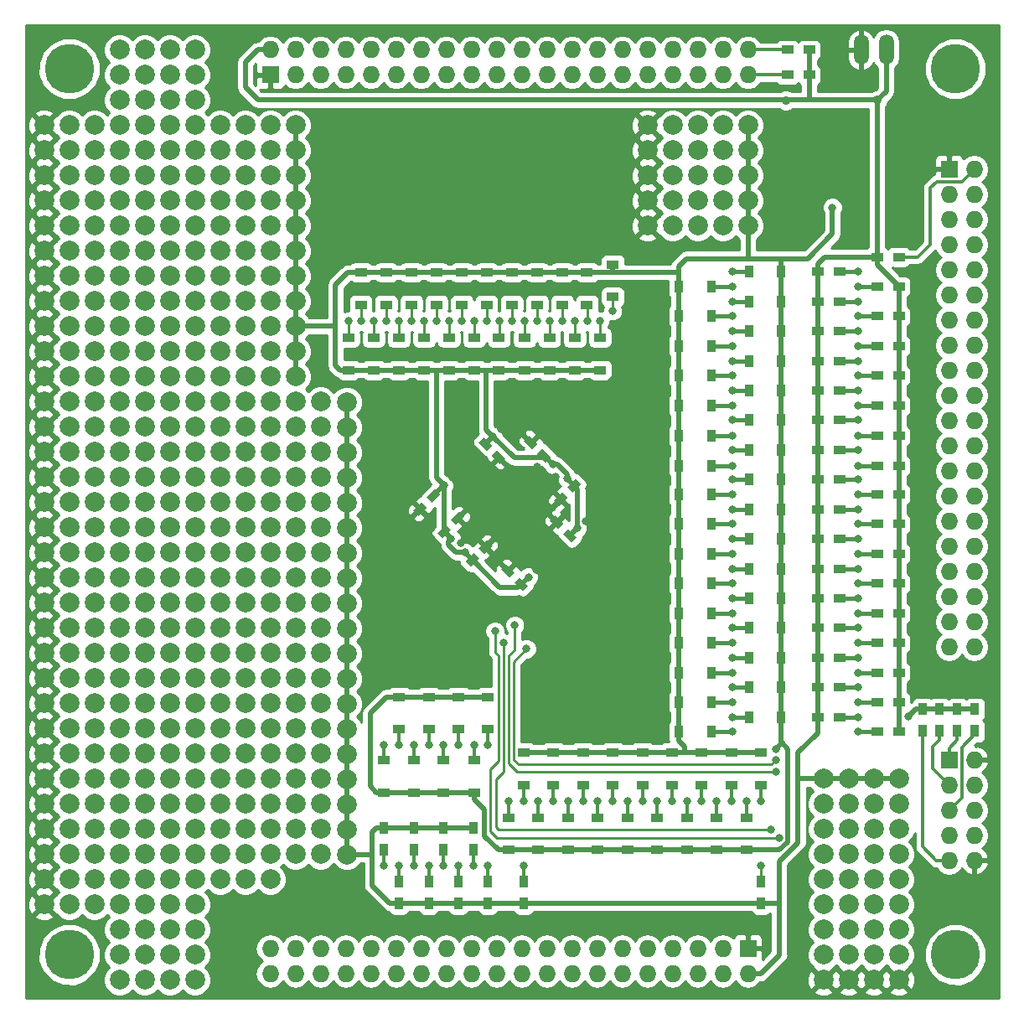
<source format=gbl>
G04 #@! TF.FileFunction,Copper,L2,Bot,Signal*
%FSLAX46Y46*%
G04 Gerber Fmt 4.6, Leading zero omitted, Abs format (unit mm)*
G04 Created by KiCad (PCBNEW 4.0.2-stable) date 29-4-2016 14:39:48*
%MOMM*%
G01*
G04 APERTURE LIST*
%ADD10C,0.150000*%
%ADD11C,2.000000*%
%ADD12C,5.000000*%
%ADD13R,1.727200X1.727200*%
%ADD14O,1.727200X1.727200*%
%ADD15O,1.506220X3.014980*%
%ADD16R,1.220000X0.910000*%
%ADD17R,1.200000X0.900000*%
%ADD18R,0.910000X1.220000*%
%ADD19R,0.900000X1.200000*%
%ADD20C,0.800000*%
%ADD21C,0.889000*%
%ADD22C,0.500000*%
%ADD23C,0.508000*%
%ADD24C,0.254000*%
%ADD25C,0.300000*%
%ADD26C,0.400000*%
G04 APERTURE END LIST*
D10*
D11*
X74295000Y-145415000D03*
X74295000Y-147955000D03*
X74295000Y-150495000D03*
X74295000Y-155575000D03*
X74295000Y-153035000D03*
X74295000Y-158115000D03*
X74295000Y-160655000D03*
X74295000Y-163195000D03*
X74295000Y-165735000D03*
X74295000Y-168275000D03*
X74295000Y-170815000D03*
X76835000Y-173355000D03*
X79495000Y-173395000D03*
X79495000Y-175935000D03*
X79495000Y-178475000D03*
X79495000Y-181015000D03*
X79495000Y-183555000D03*
X79495000Y-186095000D03*
X79495000Y-188635000D03*
X79495000Y-191175000D03*
X79495000Y-193715000D03*
X79495000Y-196255000D03*
X79495000Y-198795000D03*
X79495000Y-201335000D03*
X79495000Y-203875000D03*
X79495000Y-206415000D03*
X79495000Y-208955000D03*
X79495000Y-211495000D03*
X79495000Y-214035000D03*
X79495000Y-216575000D03*
X79495000Y-219115000D03*
X120015000Y-145415000D03*
X120015000Y-147955000D03*
X120015000Y-150495000D03*
X120015000Y-153035000D03*
X109855000Y-155575000D03*
X109855000Y-153035000D03*
X109855000Y-150495000D03*
X109855000Y-147955000D03*
X109855000Y-145415000D03*
X48895000Y-145415000D03*
X48895000Y-147955000D03*
X48895000Y-150495000D03*
X48895000Y-153035000D03*
X48895000Y-155575000D03*
X48895000Y-158115000D03*
X48895000Y-160655000D03*
X48895000Y-163195000D03*
X48895000Y-165735000D03*
X48895000Y-168275000D03*
X48895000Y-170815000D03*
X48895000Y-173355000D03*
X48895000Y-175895000D03*
X48895000Y-178435000D03*
X48895000Y-180975000D03*
X48895000Y-183515000D03*
X48895000Y-186055000D03*
X48895000Y-188595000D03*
X48895000Y-191135000D03*
X48895000Y-193675000D03*
X48895000Y-196215000D03*
X48895000Y-198755000D03*
X48895000Y-201295000D03*
X48895000Y-203835000D03*
X48895000Y-206375000D03*
X48895000Y-208915000D03*
X48895000Y-211455000D03*
X48895000Y-213995000D03*
X48895000Y-216535000D03*
X48895000Y-219075000D03*
X48895000Y-221615000D03*
X48895000Y-224155000D03*
X135255000Y-211455000D03*
X132715000Y-211455000D03*
X130175000Y-211455000D03*
X135255000Y-231775000D03*
X132715000Y-231775000D03*
X130175000Y-231775000D03*
X132715000Y-224155000D03*
X132715000Y-226695000D03*
X132715000Y-229235000D03*
X130175000Y-229235000D03*
X130175000Y-226695000D03*
X130175000Y-224155000D03*
X130175000Y-221615000D03*
X132715000Y-221615000D03*
X135255000Y-221615000D03*
X135255000Y-224155000D03*
X135255000Y-226695000D03*
X135255000Y-229235000D03*
X127635000Y-231775000D03*
X127635000Y-229235000D03*
X127635000Y-226695000D03*
X127635000Y-224155000D03*
X127635000Y-221615000D03*
X127635000Y-219075000D03*
X130175000Y-219075000D03*
X132715000Y-219075000D03*
X135255000Y-219075000D03*
X135255000Y-216535000D03*
X132715000Y-216535000D03*
X130175000Y-216535000D03*
X127635000Y-216535000D03*
X127635000Y-213995000D03*
X130175000Y-213995000D03*
X132715000Y-213995000D03*
X135255000Y-213995000D03*
X127635000Y-211455000D03*
X114935000Y-150495000D03*
X114935000Y-147955000D03*
X117475000Y-147955000D03*
X117475000Y-150495000D03*
X117475000Y-153035000D03*
X114935000Y-153035000D03*
X112395000Y-153035000D03*
X112395000Y-150495000D03*
X112395000Y-147955000D03*
X112395000Y-155575000D03*
X114935000Y-155575000D03*
X117475000Y-155575000D03*
X120015000Y-155575000D03*
X117475000Y-145415000D03*
X114935000Y-145415000D03*
X112395000Y-145415000D03*
X74295000Y-183515000D03*
X74295000Y-180975000D03*
X74295000Y-178435000D03*
X76835000Y-178435000D03*
X76835000Y-180975000D03*
X76835000Y-183515000D03*
X76835000Y-186055000D03*
X74295000Y-186055000D03*
X74295000Y-188595000D03*
X76835000Y-188595000D03*
X76835000Y-191135000D03*
X74295000Y-191135000D03*
X74295000Y-206375000D03*
X74295000Y-203835000D03*
X74295000Y-201295000D03*
X74295000Y-198755000D03*
X74295000Y-196215000D03*
X74295000Y-193675000D03*
X76835000Y-193675000D03*
X76835000Y-196215000D03*
X76835000Y-198755000D03*
X76835000Y-201295000D03*
X76835000Y-203835000D03*
X76835000Y-206375000D03*
X76835000Y-208915000D03*
X74295000Y-208915000D03*
X74295000Y-211455000D03*
X76835000Y-211455000D03*
X74295000Y-213995000D03*
X76835000Y-213995000D03*
X76835000Y-216535000D03*
X74295000Y-216535000D03*
X74295000Y-219075000D03*
X76835000Y-219075000D03*
X76835000Y-175895000D03*
X74295000Y-175895000D03*
X74295000Y-173355000D03*
X59055000Y-142875000D03*
X59055000Y-140335000D03*
X61595000Y-140335000D03*
X61595000Y-142875000D03*
X64135000Y-142875000D03*
X64135000Y-140335000D03*
X64135000Y-137795000D03*
X61595000Y-137795000D03*
X59055000Y-137795000D03*
X56515000Y-137795000D03*
X56515000Y-140335000D03*
X56515000Y-142875000D03*
X64135000Y-231775000D03*
X64135000Y-229235000D03*
X64135000Y-226695000D03*
X64135000Y-224155000D03*
D12*
X51435000Y-229235000D03*
D13*
X120015000Y-228600000D03*
D14*
X120015000Y-231140000D03*
X117475000Y-228600000D03*
X117475000Y-231140000D03*
X114935000Y-228600000D03*
X114935000Y-231140000D03*
X112395000Y-228600000D03*
X112395000Y-231140000D03*
X109855000Y-228600000D03*
X109855000Y-231140000D03*
X107315000Y-228600000D03*
X107315000Y-231140000D03*
X104775000Y-228600000D03*
X104775000Y-231140000D03*
X102235000Y-228600000D03*
X102235000Y-231140000D03*
X99695000Y-228600000D03*
X99695000Y-231140000D03*
X97155000Y-228600000D03*
X97155000Y-231140000D03*
X94615000Y-228600000D03*
X94615000Y-231140000D03*
X92075000Y-228600000D03*
X92075000Y-231140000D03*
X89535000Y-228600000D03*
X89535000Y-231140000D03*
X86995000Y-228600000D03*
X86995000Y-231140000D03*
X84455000Y-228600000D03*
X84455000Y-231140000D03*
X81915000Y-228600000D03*
X81915000Y-231140000D03*
X79375000Y-228600000D03*
X79375000Y-231140000D03*
X76835000Y-228600000D03*
X76835000Y-231140000D03*
X74295000Y-228600000D03*
X74295000Y-231140000D03*
X71755000Y-228600000D03*
X71755000Y-231140000D03*
D11*
X61595000Y-231775000D03*
X59055000Y-231775000D03*
X56515000Y-231775000D03*
X61595000Y-229235000D03*
X59055000Y-229235000D03*
X56515000Y-229235000D03*
X61595000Y-226695000D03*
X59055000Y-226695000D03*
X56515000Y-226695000D03*
X61595000Y-224155000D03*
X59055000Y-224155000D03*
X56515000Y-224155000D03*
X53975000Y-224155000D03*
X51435000Y-224155000D03*
X71755000Y-221615000D03*
X69215000Y-221615000D03*
X66675000Y-221615000D03*
X64135000Y-221615000D03*
X61595000Y-221615000D03*
X59055000Y-221615000D03*
X56515000Y-221615000D03*
X53975000Y-221615000D03*
X51435000Y-221615000D03*
X71755000Y-219075000D03*
X69215000Y-219075000D03*
X66675000Y-219075000D03*
X64135000Y-219075000D03*
X61595000Y-219075000D03*
X59055000Y-219075000D03*
X56515000Y-219075000D03*
X53975000Y-219075000D03*
X51435000Y-219075000D03*
X71755000Y-216535000D03*
X69215000Y-216535000D03*
X66675000Y-216535000D03*
X64135000Y-216535000D03*
X61595000Y-216535000D03*
X59055000Y-216535000D03*
X56515000Y-216535000D03*
X53975000Y-216535000D03*
X51435000Y-216535000D03*
X71755000Y-213995000D03*
X69215000Y-213995000D03*
X66675000Y-213995000D03*
X64135000Y-213995000D03*
X61595000Y-213995000D03*
X59055000Y-213995000D03*
X56515000Y-213995000D03*
X53975000Y-213995000D03*
X51435000Y-213995000D03*
X71755000Y-211455000D03*
X69215000Y-211455000D03*
X66675000Y-211455000D03*
X64135000Y-211455000D03*
X61595000Y-211455000D03*
X59055000Y-211455000D03*
X56515000Y-211455000D03*
X53975000Y-211455000D03*
X51435000Y-211455000D03*
X71755000Y-208915000D03*
X69215000Y-208915000D03*
X66675000Y-208915000D03*
X64135000Y-208915000D03*
X61595000Y-208915000D03*
X59055000Y-208915000D03*
X56515000Y-208915000D03*
X53975000Y-208915000D03*
X51435000Y-208915000D03*
X71755000Y-206375000D03*
X69215000Y-206375000D03*
X66675000Y-206375000D03*
X64135000Y-206375000D03*
X61595000Y-206375000D03*
X59055000Y-206375000D03*
X56515000Y-206375000D03*
X53975000Y-206375000D03*
X51435000Y-206375000D03*
X71755000Y-203835000D03*
X69215000Y-203835000D03*
X66675000Y-203835000D03*
X64135000Y-203835000D03*
X61595000Y-203835000D03*
X59055000Y-203835000D03*
X56515000Y-203835000D03*
X53975000Y-203835000D03*
X51435000Y-203835000D03*
X71755000Y-201295000D03*
X69215000Y-201295000D03*
X66675000Y-201295000D03*
X64135000Y-201295000D03*
X61595000Y-201295000D03*
X59055000Y-201295000D03*
X56515000Y-201295000D03*
X53975000Y-201295000D03*
X51435000Y-201295000D03*
X71755000Y-198755000D03*
X69215000Y-198755000D03*
X66675000Y-198755000D03*
X64135000Y-198755000D03*
X61595000Y-198755000D03*
X59055000Y-198755000D03*
X56515000Y-198755000D03*
X53975000Y-198755000D03*
X51435000Y-198755000D03*
X71755000Y-196215000D03*
X69215000Y-196215000D03*
X66675000Y-196215000D03*
X64135000Y-196215000D03*
X61595000Y-196215000D03*
X59055000Y-196215000D03*
X56515000Y-196215000D03*
X53975000Y-196215000D03*
X51435000Y-196215000D03*
X71755000Y-193675000D03*
X69215000Y-193675000D03*
X66675000Y-193675000D03*
X64135000Y-193675000D03*
X61595000Y-193675000D03*
X59055000Y-193675000D03*
X56515000Y-193675000D03*
X53975000Y-193675000D03*
X51435000Y-193675000D03*
X71755000Y-191135000D03*
X69215000Y-191135000D03*
X66675000Y-191135000D03*
X64135000Y-191135000D03*
X61595000Y-191135000D03*
X59055000Y-191135000D03*
X56515000Y-191135000D03*
X53975000Y-191135000D03*
X51435000Y-191135000D03*
X71755000Y-188595000D03*
X69215000Y-188595000D03*
X66675000Y-188595000D03*
X64135000Y-188595000D03*
X61595000Y-188595000D03*
X59055000Y-188595000D03*
X56515000Y-188595000D03*
X53975000Y-188595000D03*
X51435000Y-188595000D03*
X71755000Y-186055000D03*
X69215000Y-186055000D03*
X66675000Y-186055000D03*
X64135000Y-186055000D03*
X61595000Y-186055000D03*
X59055000Y-186055000D03*
X56515000Y-186055000D03*
X53975000Y-186055000D03*
X51435000Y-186055000D03*
X71755000Y-183515000D03*
X69215000Y-183515000D03*
X66675000Y-183515000D03*
X64135000Y-183515000D03*
X61595000Y-183515000D03*
X59055000Y-183515000D03*
X56515000Y-183515000D03*
X53975000Y-183515000D03*
X51435000Y-183515000D03*
X71755000Y-180975000D03*
X69215000Y-180975000D03*
X66675000Y-180975000D03*
X64135000Y-180975000D03*
X61595000Y-180975000D03*
X59055000Y-180975000D03*
X56515000Y-180975000D03*
X53975000Y-180975000D03*
X51435000Y-180975000D03*
X71755000Y-178435000D03*
X69215000Y-178435000D03*
X66675000Y-178435000D03*
X64135000Y-178435000D03*
X61595000Y-178435000D03*
X59055000Y-178435000D03*
X56515000Y-178435000D03*
X53975000Y-178435000D03*
X51435000Y-178435000D03*
X71755000Y-175895000D03*
X69215000Y-175895000D03*
X66675000Y-175895000D03*
X64135000Y-175895000D03*
X61595000Y-175895000D03*
X59055000Y-175895000D03*
X56515000Y-175895000D03*
X53975000Y-175895000D03*
X51435000Y-175895000D03*
X71755000Y-173355000D03*
X69215000Y-173355000D03*
X66675000Y-173355000D03*
X64135000Y-173355000D03*
X61595000Y-173355000D03*
X59055000Y-173355000D03*
X56515000Y-173355000D03*
X53975000Y-173355000D03*
X51435000Y-173355000D03*
X71755000Y-170815000D03*
X69215000Y-170815000D03*
X66675000Y-170815000D03*
X64135000Y-170815000D03*
X61595000Y-170815000D03*
X59055000Y-170815000D03*
X56515000Y-170815000D03*
X53975000Y-170815000D03*
X51435000Y-170815000D03*
X71755000Y-168275000D03*
X69215000Y-168275000D03*
X66675000Y-168275000D03*
X64135000Y-168275000D03*
X61595000Y-168275000D03*
X59055000Y-168275000D03*
X56515000Y-168275000D03*
X53975000Y-168275000D03*
X51435000Y-168275000D03*
X71755000Y-165735000D03*
X69215000Y-165735000D03*
X66675000Y-165735000D03*
X64135000Y-165735000D03*
X61595000Y-165735000D03*
X59055000Y-165735000D03*
X56515000Y-165735000D03*
X53975000Y-165735000D03*
X51435000Y-165735000D03*
X71755000Y-163195000D03*
X69215000Y-163195000D03*
X66675000Y-163195000D03*
X64135000Y-163195000D03*
X61595000Y-163195000D03*
X59055000Y-163195000D03*
X56515000Y-163195000D03*
X53975000Y-163195000D03*
X51435000Y-163195000D03*
X71755000Y-160655000D03*
X69215000Y-160655000D03*
X66675000Y-160655000D03*
X64135000Y-160655000D03*
X61595000Y-160655000D03*
X59055000Y-160655000D03*
X56515000Y-160655000D03*
X53975000Y-160655000D03*
X51435000Y-160655000D03*
X71755000Y-158115000D03*
X69215000Y-158115000D03*
X66675000Y-158115000D03*
X64135000Y-158115000D03*
X61595000Y-158115000D03*
X59055000Y-158115000D03*
X56515000Y-158115000D03*
X53975000Y-158115000D03*
X51435000Y-158115000D03*
X71755000Y-155575000D03*
X69215000Y-155575000D03*
X66675000Y-155575000D03*
X64135000Y-155575000D03*
X61595000Y-155575000D03*
X59055000Y-155575000D03*
X56515000Y-155575000D03*
X53975000Y-155575000D03*
X51435000Y-155575000D03*
X71755000Y-153035000D03*
X69215000Y-153035000D03*
X66675000Y-153035000D03*
X64135000Y-153035000D03*
X61595000Y-153035000D03*
X59055000Y-153035000D03*
X56515000Y-153035000D03*
X53975000Y-153035000D03*
X51435000Y-153035000D03*
X71755000Y-150495000D03*
X69215000Y-150495000D03*
X66675000Y-150495000D03*
X64135000Y-150495000D03*
X61595000Y-150495000D03*
X59055000Y-150495000D03*
X56515000Y-150495000D03*
X53975000Y-150495000D03*
X51435000Y-150495000D03*
X71755000Y-147955000D03*
X69215000Y-147955000D03*
X66675000Y-147955000D03*
X64135000Y-147955000D03*
X61595000Y-147955000D03*
X59055000Y-147955000D03*
X56515000Y-147955000D03*
X53975000Y-147955000D03*
X51435000Y-147955000D03*
X71755000Y-145415000D03*
X69215000Y-145415000D03*
X66675000Y-145415000D03*
X64135000Y-145415000D03*
X61595000Y-145415000D03*
X59055000Y-145415000D03*
X56515000Y-145415000D03*
X53975000Y-145415000D03*
X51435000Y-145415000D03*
D12*
X140970000Y-139700000D03*
X51435000Y-139700000D03*
X140970000Y-229235000D03*
D15*
X131445000Y-137795000D03*
X133985000Y-137795000D03*
D13*
X140335000Y-209550000D03*
D14*
X142875000Y-209550000D03*
X140335000Y-212090000D03*
X142875000Y-212090000D03*
X140335000Y-214630000D03*
X142875000Y-214630000D03*
X140335000Y-217170000D03*
X142875000Y-217170000D03*
X140335000Y-219710000D03*
X142875000Y-219710000D03*
D10*
G36*
X92004150Y-190036180D02*
X91473820Y-189505850D01*
X92322348Y-188657322D01*
X92852678Y-189187652D01*
X92004150Y-190036180D01*
X92004150Y-190036180D01*
G37*
G36*
X93347652Y-188692678D02*
X92817322Y-188162348D01*
X93665850Y-187313820D01*
X94196180Y-187844150D01*
X93347652Y-188692678D01*
X93347652Y-188692678D01*
G37*
G36*
X100116180Y-178945850D02*
X99585850Y-179476180D01*
X98737322Y-178627652D01*
X99267652Y-178097322D01*
X100116180Y-178945850D01*
X100116180Y-178945850D01*
G37*
G36*
X98772678Y-177602348D02*
X98242348Y-178132678D01*
X97393820Y-177284150D01*
X97924150Y-176753820D01*
X98772678Y-177602348D01*
X98772678Y-177602348D01*
G37*
G36*
X89184150Y-187136180D02*
X88653820Y-186605850D01*
X89502348Y-185757322D01*
X90032678Y-186287652D01*
X89184150Y-187136180D01*
X89184150Y-187136180D01*
G37*
G36*
X90527652Y-185792678D02*
X89997322Y-185262348D01*
X90845850Y-184413820D01*
X91376180Y-184944150D01*
X90527652Y-185792678D01*
X90527652Y-185792678D01*
G37*
G36*
X97816180Y-191945850D02*
X97285850Y-192476180D01*
X96437322Y-191627652D01*
X96967652Y-191097322D01*
X97816180Y-191945850D01*
X97816180Y-191945850D01*
G37*
G36*
X96472678Y-190602348D02*
X95942348Y-191132678D01*
X95093820Y-190284150D01*
X95624150Y-189753820D01*
X96472678Y-190602348D01*
X96472678Y-190602348D01*
G37*
G36*
X102736180Y-187025850D02*
X102205850Y-187556180D01*
X101357322Y-186707652D01*
X101887652Y-186177322D01*
X102736180Y-187025850D01*
X102736180Y-187025850D01*
G37*
G36*
X101392678Y-185682348D02*
X100862348Y-186212678D01*
X100013820Y-185364150D01*
X100544150Y-184833820D01*
X101392678Y-185682348D01*
X101392678Y-185682348D01*
G37*
G36*
X102595850Y-181143820D02*
X103126180Y-181674150D01*
X102277652Y-182522678D01*
X101747322Y-181992348D01*
X102595850Y-181143820D01*
X102595850Y-181143820D01*
G37*
G36*
X101252348Y-182487322D02*
X101782678Y-183017652D01*
X100934150Y-183866180D01*
X100403820Y-183335850D01*
X101252348Y-182487322D01*
X101252348Y-182487322D01*
G37*
G36*
X92813820Y-177444150D02*
X93344150Y-176913820D01*
X94192678Y-177762348D01*
X93662348Y-178292678D01*
X92813820Y-177444150D01*
X92813820Y-177444150D01*
G37*
G36*
X94157322Y-178787652D02*
X94687652Y-178257322D01*
X95536180Y-179105850D01*
X95005850Y-179636180D01*
X94157322Y-178787652D01*
X94157322Y-178787652D01*
G37*
G36*
X88385850Y-182153820D02*
X88916180Y-182684150D01*
X88067652Y-183532678D01*
X87537322Y-183002348D01*
X88385850Y-182153820D01*
X88385850Y-182153820D01*
G37*
G36*
X87042348Y-183497322D02*
X87572678Y-184027652D01*
X86724150Y-184876180D01*
X86193820Y-184345850D01*
X87042348Y-183497322D01*
X87042348Y-183497322D01*
G37*
D13*
X71755000Y-140335000D03*
D14*
X71755000Y-137795000D03*
X74295000Y-140335000D03*
X74295000Y-137795000D03*
X76835000Y-140335000D03*
X76835000Y-137795000D03*
X79375000Y-140335000D03*
X79375000Y-137795000D03*
X81915000Y-140335000D03*
X81915000Y-137795000D03*
X84455000Y-140335000D03*
X84455000Y-137795000D03*
X86995000Y-140335000D03*
X86995000Y-137795000D03*
X89535000Y-140335000D03*
X89535000Y-137795000D03*
X92075000Y-140335000D03*
X92075000Y-137795000D03*
X94615000Y-140335000D03*
X94615000Y-137795000D03*
X97155000Y-140335000D03*
X97155000Y-137795000D03*
X99695000Y-140335000D03*
X99695000Y-137795000D03*
X102235000Y-140335000D03*
X102235000Y-137795000D03*
X104775000Y-140335000D03*
X104775000Y-137795000D03*
X107315000Y-140335000D03*
X107315000Y-137795000D03*
X109855000Y-140335000D03*
X109855000Y-137795000D03*
X112395000Y-140335000D03*
X112395000Y-137795000D03*
X114935000Y-140335000D03*
X114935000Y-137795000D03*
X117475000Y-140335000D03*
X117475000Y-137795000D03*
X120015000Y-140335000D03*
X120015000Y-137795000D03*
D13*
X140335000Y-149860000D03*
D14*
X142875000Y-149860000D03*
X140335000Y-152400000D03*
X142875000Y-152400000D03*
X140335000Y-154940000D03*
X142875000Y-154940000D03*
X140335000Y-157480000D03*
X142875000Y-157480000D03*
X140335000Y-160020000D03*
X142875000Y-160020000D03*
X140335000Y-162560000D03*
X142875000Y-162560000D03*
X140335000Y-165100000D03*
X142875000Y-165100000D03*
X140335000Y-167640000D03*
X142875000Y-167640000D03*
X140335000Y-170180000D03*
X142875000Y-170180000D03*
X140335000Y-172720000D03*
X142875000Y-172720000D03*
X140335000Y-175260000D03*
X142875000Y-175260000D03*
X140335000Y-177800000D03*
X142875000Y-177800000D03*
X140335000Y-180340000D03*
X142875000Y-180340000D03*
X140335000Y-182880000D03*
X142875000Y-182880000D03*
X140335000Y-185420000D03*
X142875000Y-185420000D03*
X140335000Y-187960000D03*
X142875000Y-187960000D03*
X140335000Y-190500000D03*
X142875000Y-190500000D03*
X140335000Y-193040000D03*
X142875000Y-193040000D03*
X140335000Y-195580000D03*
X142875000Y-195580000D03*
X140335000Y-198120000D03*
X142875000Y-198120000D03*
D16*
X103755000Y-160280000D03*
X103755000Y-163550000D03*
X102515000Y-170150000D03*
X102515000Y-166880000D03*
X101255000Y-160280000D03*
X101255000Y-163550000D03*
X99955000Y-170150000D03*
X99955000Y-166880000D03*
X98705000Y-160280000D03*
X98705000Y-163550000D03*
X97455000Y-170150000D03*
X97455000Y-166880000D03*
X96155000Y-160280000D03*
X96155000Y-163550000D03*
X94855000Y-170150000D03*
X94855000Y-166880000D03*
X93605000Y-160280000D03*
X93605000Y-163550000D03*
X92355000Y-170150000D03*
X92355000Y-166880000D03*
X91105000Y-160280000D03*
X91105000Y-163550000D03*
X89805000Y-170150000D03*
X89805000Y-166880000D03*
X88555000Y-160280000D03*
X88555000Y-163550000D03*
X87305000Y-170150000D03*
X87305000Y-166880000D03*
X86005000Y-160280000D03*
X86005000Y-163550000D03*
X84755000Y-170150000D03*
X84755000Y-166880000D03*
X83455000Y-160280000D03*
X83455000Y-163550000D03*
X82205000Y-170150000D03*
X82205000Y-166880000D03*
X80905000Y-160280000D03*
X80905000Y-163550000D03*
X79655000Y-170150000D03*
X79655000Y-166880000D03*
D17*
X135255000Y-188715000D03*
X133055000Y-188715000D03*
X127055000Y-187215000D03*
X129255000Y-187215000D03*
X135255000Y-185715000D03*
X133055000Y-185715000D03*
X127055000Y-184215000D03*
X129255000Y-184215000D03*
X135255000Y-182715000D03*
X133055000Y-182715000D03*
X127055000Y-181215000D03*
X129255000Y-181215000D03*
X135255000Y-179815000D03*
X133055000Y-179815000D03*
X127055000Y-178215000D03*
X129255000Y-178215000D03*
D18*
X113020000Y-188715000D03*
X116290000Y-188715000D03*
X123390000Y-187215000D03*
X120120000Y-187215000D03*
D17*
X133055000Y-158715000D03*
X135255000Y-158715000D03*
X135255000Y-206715000D03*
X133055000Y-206715000D03*
X127055000Y-205215000D03*
X129255000Y-205215000D03*
X135255000Y-203715000D03*
X133055000Y-203715000D03*
X127055000Y-202215000D03*
X129255000Y-202215000D03*
X135255000Y-200715000D03*
X133055000Y-200715000D03*
X127055000Y-199215000D03*
X129255000Y-199215000D03*
X135255000Y-197715000D03*
X133055000Y-197715000D03*
X127055000Y-196215000D03*
X129255000Y-196215000D03*
X135255000Y-194715000D03*
X133055000Y-194715000D03*
X127055000Y-193215000D03*
X129255000Y-193215000D03*
X135255000Y-191715000D03*
X133055000Y-191715000D03*
X127055000Y-190215000D03*
X129255000Y-190215000D03*
X135255000Y-176815000D03*
X133055000Y-176815000D03*
X127055000Y-175215000D03*
X129255000Y-175215000D03*
X135255000Y-173715000D03*
X133055000Y-173715000D03*
X127055000Y-172215000D03*
X129255000Y-172215000D03*
X135255000Y-170715000D03*
X133055000Y-170715000D03*
X127055000Y-169215000D03*
X129255000Y-169215000D03*
X127055000Y-166215000D03*
X129255000Y-166215000D03*
X135255000Y-164715000D03*
X133055000Y-164715000D03*
X127055000Y-163215000D03*
X129255000Y-163215000D03*
X135255000Y-161715000D03*
X133055000Y-161715000D03*
X127055000Y-160215000D03*
X129255000Y-160215000D03*
D16*
X83255000Y-212850000D03*
X83255000Y-209580000D03*
X84755000Y-203180000D03*
X84755000Y-206450000D03*
X86255000Y-212850000D03*
X86255000Y-209580000D03*
X87755000Y-203180000D03*
X87755000Y-206450000D03*
X89255000Y-212850000D03*
X89255000Y-209580000D03*
X90755000Y-203180000D03*
X90755000Y-206450000D03*
X92355000Y-212850000D03*
X92355000Y-209580000D03*
X93755000Y-203180000D03*
X93755000Y-206450000D03*
X95845000Y-218650000D03*
X95845000Y-215380000D03*
X97345000Y-208780000D03*
X97345000Y-212050000D03*
X98845000Y-218650000D03*
X98845000Y-215380000D03*
X100345000Y-208780000D03*
X100345000Y-212050000D03*
X101845000Y-218650000D03*
X101845000Y-215380000D03*
X103345000Y-208780000D03*
X103345000Y-212050000D03*
X104845000Y-218650000D03*
X104845000Y-215380000D03*
X106345000Y-208780000D03*
X106345000Y-212050000D03*
X107845000Y-218650000D03*
X107845000Y-215380000D03*
X109345000Y-208780000D03*
X109345000Y-212050000D03*
X110845000Y-218650000D03*
X110845000Y-215380000D03*
X112345000Y-208780000D03*
X112345000Y-212050000D03*
X113845000Y-218650000D03*
X113845000Y-215380000D03*
X115345000Y-208780000D03*
X115345000Y-212050000D03*
X116845000Y-218650000D03*
X116845000Y-215380000D03*
X118345000Y-208780000D03*
X118345000Y-212050000D03*
X119845000Y-218650000D03*
X119845000Y-215380000D03*
X121345000Y-208780000D03*
X121345000Y-212050000D03*
D18*
X113020000Y-206715000D03*
X116290000Y-206715000D03*
X123390000Y-205215000D03*
X120120000Y-205215000D03*
X113020000Y-203715000D03*
X116290000Y-203715000D03*
X123390000Y-202215000D03*
X120120000Y-202215000D03*
X113020000Y-200715000D03*
X116290000Y-200715000D03*
X123390000Y-199215000D03*
X120120000Y-199215000D03*
X113020000Y-197715000D03*
X116290000Y-197715000D03*
X123390000Y-196215000D03*
X120120000Y-196215000D03*
X113020000Y-194715000D03*
X116290000Y-194715000D03*
X123390000Y-193215000D03*
X120120000Y-193215000D03*
X113020000Y-191715000D03*
X116290000Y-191715000D03*
X123390000Y-190215000D03*
X120120000Y-190215000D03*
X113020000Y-185715000D03*
X116290000Y-185715000D03*
X123390000Y-184215000D03*
X120120000Y-184215000D03*
X113020000Y-182715000D03*
X116290000Y-182715000D03*
X123390000Y-181215000D03*
X120120000Y-181215000D03*
X113020000Y-179815000D03*
X116290000Y-179815000D03*
X123390000Y-178215000D03*
X120120000Y-178215000D03*
X113020000Y-176815000D03*
X116290000Y-176815000D03*
X123390000Y-175215000D03*
X120120000Y-175215000D03*
X113020000Y-173715000D03*
X116290000Y-173715000D03*
X123390000Y-172215000D03*
X120120000Y-172215000D03*
X113020000Y-170715000D03*
X116290000Y-170715000D03*
X123390000Y-169215000D03*
X120120000Y-169215000D03*
X113020000Y-167715000D03*
X116290000Y-167715000D03*
X123390000Y-166215000D03*
X120120000Y-166215000D03*
X113020000Y-164715000D03*
X116290000Y-164715000D03*
X123390000Y-163215000D03*
X120120000Y-163215000D03*
X113020000Y-161715000D03*
X116290000Y-161715000D03*
X123390000Y-160215000D03*
X120120000Y-160215000D03*
D16*
X106355000Y-159480000D03*
X106355000Y-162750000D03*
X105055000Y-170150000D03*
X105055000Y-166880000D03*
D19*
X83255000Y-216415000D03*
X83255000Y-218615000D03*
X84755000Y-224015000D03*
X84755000Y-221815000D03*
X86255000Y-216415000D03*
X86255000Y-218615000D03*
X87755000Y-224015000D03*
X87755000Y-221815000D03*
X89255000Y-216415000D03*
X89255000Y-218615000D03*
X90755000Y-224015000D03*
X90755000Y-221815000D03*
X92255000Y-216415000D03*
X92255000Y-218615000D03*
X93755000Y-224015000D03*
X93755000Y-221815000D03*
X97355000Y-224015000D03*
X97355000Y-221815000D03*
X121355000Y-224015000D03*
X121355000Y-221815000D03*
D17*
X135255000Y-167715000D03*
X133055000Y-167715000D03*
X126195000Y-137795000D03*
X123995000Y-137795000D03*
X126195000Y-140335000D03*
X123995000Y-140335000D03*
D19*
X139355000Y-204415000D03*
X139355000Y-206615000D03*
X141155000Y-204415000D03*
X141155000Y-206615000D03*
X137655000Y-204415000D03*
X137655000Y-206615000D03*
X142955000Y-204415000D03*
X142955000Y-206615000D03*
D20*
X103655000Y-185415000D03*
X98655000Y-190315000D03*
X98755000Y-179915000D03*
X95055000Y-176115000D03*
X90155000Y-181015000D03*
X100555000Y-180915000D03*
X91055000Y-187615000D03*
X88355000Y-189915000D03*
D21*
X123855000Y-142915000D03*
X133095000Y-142875000D03*
D20*
X136255000Y-205115000D03*
X122855000Y-208415000D03*
X128555000Y-153715000D03*
X97845000Y-191055000D03*
X102795000Y-186115000D03*
X101745000Y-181115000D03*
X100345000Y-179695000D03*
X91445000Y-188595000D03*
X90025000Y-187185000D03*
X94245000Y-176855000D03*
X89315000Y-181815000D03*
X83255000Y-208015000D03*
X84755000Y-208015000D03*
X86255000Y-208015000D03*
X87755000Y-208015000D03*
X89255000Y-208015000D03*
X90755000Y-208015000D03*
X95845000Y-213715000D03*
X97345000Y-213715000D03*
X98845000Y-213715000D03*
X100345000Y-213715000D03*
X101845000Y-213715000D03*
X103345000Y-213715000D03*
X104845000Y-213715000D03*
X109345000Y-213715000D03*
X110845000Y-213715000D03*
X112345000Y-213715000D03*
X113845000Y-213715000D03*
X116845000Y-213715000D03*
X118345000Y-213715000D03*
X119845000Y-213715000D03*
X121345000Y-213715000D03*
X118455000Y-206715000D03*
X118455000Y-205215000D03*
X118455000Y-203715000D03*
X118455000Y-202215000D03*
X118455000Y-200715000D03*
X118455000Y-199215000D03*
X118455000Y-197715000D03*
X118455000Y-194715000D03*
X118455000Y-193215000D03*
X118455000Y-191715000D03*
X118455000Y-188715000D03*
X118455000Y-187215000D03*
X118455000Y-185715000D03*
X118455000Y-184215000D03*
X118455000Y-182715000D03*
X118455000Y-181215000D03*
X103775000Y-165215000D03*
X101235000Y-165215000D03*
X99965000Y-165215000D03*
X98695000Y-165215000D03*
X97425000Y-165215000D03*
X96155000Y-165215000D03*
X94885000Y-165215000D03*
X93615000Y-165215000D03*
X92345000Y-165215000D03*
X91075000Y-165215000D03*
X89805000Y-165215000D03*
X88535000Y-165215000D03*
X85995000Y-165215000D03*
X84725000Y-165215000D03*
X83455000Y-165215000D03*
X82185000Y-165215000D03*
X80915000Y-165215000D03*
X79645000Y-165195000D03*
X122855000Y-209515000D03*
X97655000Y-198315000D03*
X122855000Y-210715000D03*
X96455000Y-195915000D03*
X122355000Y-216615000D03*
X95355000Y-197715000D03*
X123155000Y-217415000D03*
X94455000Y-196515000D03*
X121355000Y-220215000D03*
X97355000Y-220215000D03*
X92355000Y-208015000D03*
X93755000Y-208015000D03*
X106345000Y-213715000D03*
X107845000Y-213715000D03*
X115345000Y-213715000D03*
X118455000Y-196215000D03*
X118455000Y-190215000D03*
X102505000Y-165215000D03*
X87265000Y-165215000D03*
X93755000Y-220215000D03*
X92255000Y-220215000D03*
X90755000Y-220215000D03*
X89255000Y-220215000D03*
X87755000Y-220215000D03*
X86255000Y-220215000D03*
X84755000Y-220215000D03*
X83255000Y-220215000D03*
X118455000Y-160215000D03*
X131155000Y-160215000D03*
X118455000Y-161715000D03*
X131155000Y-161715000D03*
X118455000Y-163215000D03*
X131155000Y-163215000D03*
X118455000Y-164715000D03*
X131155000Y-164715000D03*
X118455000Y-166215000D03*
X131155000Y-166215000D03*
X118455000Y-167715000D03*
X131155000Y-167715000D03*
X118455000Y-169215000D03*
X131155000Y-169215000D03*
X118455000Y-170715000D03*
X131155000Y-170715000D03*
X118455000Y-172215000D03*
X131155000Y-172215000D03*
X118455000Y-173715000D03*
X131155000Y-173715000D03*
X118455000Y-175215000D03*
X131155000Y-175215000D03*
X118455000Y-176815000D03*
X131155000Y-176815000D03*
X118455000Y-178215000D03*
X131155000Y-178215000D03*
X118455000Y-179815000D03*
X131155000Y-179815000D03*
X131155000Y-181215000D03*
X131155000Y-182715000D03*
X131155000Y-184215000D03*
X131155000Y-185715000D03*
X131155000Y-187215000D03*
X131155000Y-188715000D03*
X131155000Y-190215000D03*
X131155000Y-191715000D03*
X131155000Y-193215000D03*
X131155000Y-194715000D03*
X131155000Y-196215000D03*
X131155000Y-197715000D03*
X131155000Y-199215000D03*
X131155000Y-200715000D03*
X131155000Y-202215000D03*
X131155000Y-203715000D03*
X131155000Y-205215000D03*
X131155000Y-206715000D03*
X106355000Y-164155000D03*
X105055000Y-165215000D03*
D22*
X135255000Y-211455000D02*
X132715000Y-211455000D01*
X132715000Y-211455000D02*
X130175000Y-211455000D01*
X130175000Y-211455000D02*
X127635000Y-211455000D01*
X127635000Y-211455000D02*
X125055000Y-211455000D01*
X79495000Y-175935000D02*
X79495000Y-173395000D01*
X79495000Y-219115000D02*
X79495000Y-216575000D01*
X79495000Y-216575000D02*
X79495000Y-214035000D01*
X79495000Y-214035000D02*
X79495000Y-211495000D01*
X79495000Y-211495000D02*
X79495000Y-208955000D01*
X79495000Y-208955000D02*
X79495000Y-206415000D01*
X79495000Y-206415000D02*
X79495000Y-203875000D01*
X79495000Y-203875000D02*
X79495000Y-201335000D01*
X79495000Y-201335000D02*
X79495000Y-198795000D01*
X79495000Y-198795000D02*
X79495000Y-196255000D01*
X79495000Y-196255000D02*
X79495000Y-193715000D01*
X79495000Y-193715000D02*
X79495000Y-191175000D01*
X79495000Y-191175000D02*
X79495000Y-188635000D01*
X79495000Y-188635000D02*
X79495000Y-186095000D01*
X79495000Y-186095000D02*
X79495000Y-183555000D01*
X79495000Y-183555000D02*
X79495000Y-181015000D01*
X79495000Y-181015000D02*
X79495000Y-178475000D01*
X79495000Y-178475000D02*
X79495000Y-175935000D01*
X79495000Y-219115000D02*
X82055000Y-219115000D01*
D23*
X83255000Y-216415000D02*
X86255000Y-216415000D01*
X86255000Y-216415000D02*
X89255000Y-216415000D01*
X89255000Y-216415000D02*
X92255000Y-216415000D01*
X93755000Y-224015000D02*
X97355000Y-224015000D01*
X87755000Y-224015000D02*
X90755000Y-224015000D01*
X90755000Y-224015000D02*
X93755000Y-224015000D01*
X84755000Y-224015000D02*
X87755000Y-224015000D01*
X135255000Y-164715000D02*
X135255000Y-161715000D01*
X135255000Y-167715000D02*
X135255000Y-164715000D01*
X135255000Y-170715000D02*
X135255000Y-167715000D01*
X135255000Y-173715000D02*
X135255000Y-170715000D01*
X135255000Y-176815000D02*
X135255000Y-173715000D01*
X135255000Y-179815000D02*
X135255000Y-176815000D01*
X135255000Y-182715000D02*
X135255000Y-179815000D01*
X135255000Y-185715000D02*
X135255000Y-182715000D01*
X135255000Y-188715000D02*
X135255000Y-185715000D01*
X135255000Y-191715000D02*
X135255000Y-188715000D01*
X135255000Y-194715000D02*
X135255000Y-191715000D01*
X135255000Y-197715000D02*
X135255000Y-194715000D01*
X135255000Y-200715000D02*
X135255000Y-197715000D01*
X135255000Y-203715000D02*
X135255000Y-200715000D01*
X135255000Y-206715000D02*
X135255000Y-203715000D01*
X127055000Y-163215000D02*
X127055000Y-160215000D01*
X127055000Y-166215000D02*
X127055000Y-163215000D01*
X127055000Y-169215000D02*
X127055000Y-166215000D01*
X127055000Y-172215000D02*
X127055000Y-169215000D01*
X127055000Y-175215000D02*
X127055000Y-172215000D01*
X127055000Y-178215000D02*
X127055000Y-175215000D01*
X127055000Y-181215000D02*
X127055000Y-178215000D01*
X127055000Y-184215000D02*
X127055000Y-181215000D01*
X127055000Y-187215000D02*
X127055000Y-184215000D01*
X127055000Y-190215000D02*
X127055000Y-187215000D01*
X127055000Y-193215000D02*
X127055000Y-190215000D01*
X127055000Y-196215000D02*
X127055000Y-193215000D01*
X127055000Y-199215000D02*
X127055000Y-196215000D01*
X127055000Y-202215000D02*
X127055000Y-199215000D01*
X127055000Y-205215000D02*
X127055000Y-202215000D01*
X123855000Y-142915000D02*
X123855000Y-142875000D01*
X133055000Y-158715000D02*
X133055000Y-142915000D01*
X133055000Y-142915000D02*
X133095000Y-142875000D01*
X126195000Y-140335000D02*
X126195000Y-142875000D01*
X70485000Y-142875000D02*
X123855000Y-142875000D01*
X71755000Y-137795000D02*
X70485000Y-137795000D01*
X69215000Y-141605000D02*
X70485000Y-142875000D01*
X69215000Y-139065000D02*
X69215000Y-141605000D01*
X70485000Y-137795000D02*
X69215000Y-139065000D01*
X123855000Y-142875000D02*
X126195000Y-142875000D01*
X126195000Y-142875000D02*
X133095000Y-142875000D01*
X133985000Y-141985000D02*
X133985000Y-137795000D01*
X133095000Y-142875000D02*
X133985000Y-141985000D01*
X121355000Y-224015000D02*
X123182500Y-224015000D01*
X123182500Y-229242500D02*
X123182500Y-224015000D01*
X123182500Y-224015000D02*
X123182500Y-219787500D01*
X127055000Y-206815000D02*
X127055000Y-205215000D01*
X125055000Y-208815000D02*
X127055000Y-206815000D01*
X125055000Y-217915000D02*
X125055000Y-211455000D01*
X125055000Y-211455000D02*
X125055000Y-208815000D01*
X123182500Y-219787500D02*
X125055000Y-217915000D01*
X83255000Y-216415000D02*
X82455000Y-216415000D01*
X82455000Y-216415000D02*
X82055000Y-216815000D01*
X82055000Y-216815000D02*
X82055000Y-219115000D01*
X83855000Y-224015000D02*
X84755000Y-224015000D01*
X82055000Y-219115000D02*
X82055000Y-222215000D01*
X82055000Y-222215000D02*
X83855000Y-224015000D01*
X120015000Y-231140000D02*
X121285000Y-231140000D01*
X121285000Y-231140000D02*
X123182500Y-229242500D01*
X123182500Y-229242500D02*
X123190000Y-229235000D01*
X127055000Y-160215000D02*
X127055000Y-159415000D01*
X127055000Y-159415000D02*
X127755000Y-158715000D01*
X127755000Y-158715000D02*
X133055000Y-158715000D01*
X126195000Y-137795000D02*
X126195000Y-140335000D01*
X97355000Y-224015000D02*
X121455000Y-224015000D01*
X133055000Y-158715000D02*
X133055000Y-159515000D01*
X133055000Y-159515000D02*
X135255000Y-161715000D01*
D22*
X120015000Y-145415000D02*
X120015000Y-147955000D01*
X120015000Y-147955000D02*
X120015000Y-150495000D01*
X120015000Y-150495000D02*
X120015000Y-153035000D01*
X120015000Y-153035000D02*
X120015000Y-155575000D01*
X120015000Y-155575000D02*
X120015000Y-158915000D01*
X74295000Y-165735000D02*
X74315000Y-165715000D01*
X74315000Y-165715000D02*
X78355000Y-165715000D01*
X74295000Y-145415000D02*
X74295000Y-147955000D01*
X74295000Y-147955000D02*
X74295000Y-150495000D01*
X74295000Y-150495000D02*
X74295000Y-153035000D01*
X74295000Y-153035000D02*
X74295000Y-155575000D01*
X74295000Y-155575000D02*
X74295000Y-158115000D01*
X74295000Y-158115000D02*
X74295000Y-160655000D01*
X74295000Y-160655000D02*
X74295000Y-163195000D01*
X74295000Y-163195000D02*
X74295000Y-165735000D01*
X74295000Y-165735000D02*
X74295000Y-168275000D01*
X74295000Y-168275000D02*
X74295000Y-170815000D01*
X136255000Y-205115000D02*
X136955000Y-204415000D01*
X136955000Y-204415000D02*
X137655000Y-204415000D01*
X139355000Y-204415000D02*
X137655000Y-204415000D01*
X141155000Y-204415000D02*
X139355000Y-204415000D01*
X141155000Y-204415000D02*
X142955000Y-204415000D01*
X123390000Y-160215000D02*
X123390000Y-158915000D01*
X118345000Y-208780000D02*
X121345000Y-208780000D01*
X122855000Y-208415000D02*
X123455000Y-207815000D01*
X124055000Y-208415000D02*
X123455000Y-207815000D01*
X123455000Y-207815000D02*
X123390000Y-207750000D01*
X123220000Y-218650000D02*
X124055000Y-217815000D01*
X124055000Y-217815000D02*
X124055000Y-208545000D01*
X119845000Y-218650000D02*
X123220000Y-218650000D01*
X124055000Y-208545000D02*
X124055000Y-208415000D01*
X123390000Y-207750000D02*
X123390000Y-205215000D01*
X106355000Y-160275000D02*
X113020000Y-160275000D01*
X113020000Y-161715000D02*
X113020000Y-160275000D01*
X113020000Y-160275000D02*
X113020000Y-160225000D01*
X113020000Y-160225000D02*
X113020000Y-159650000D01*
X113755000Y-158915000D02*
X120015000Y-158915000D01*
X120015000Y-158915000D02*
X120055000Y-158915000D01*
X120055000Y-158915000D02*
X123390000Y-158915000D01*
X113020000Y-159650000D02*
X113755000Y-158915000D01*
X123390000Y-158915000D02*
X126055000Y-158915000D01*
X128555000Y-156415000D02*
X128555000Y-153715000D01*
X126055000Y-158915000D02*
X128555000Y-156415000D01*
X115345000Y-208780000D02*
X113655000Y-208780000D01*
X113655000Y-208780000D02*
X112345000Y-208780000D01*
X112345000Y-208780000D02*
X109345000Y-208780000D01*
X109345000Y-208780000D02*
X106345000Y-208780000D01*
X106345000Y-208780000D02*
X103345000Y-208780000D01*
X103345000Y-208780000D02*
X100345000Y-208780000D01*
X100345000Y-208780000D02*
X97345000Y-208780000D01*
X118345000Y-208780000D02*
X115345000Y-208780000D01*
X123390000Y-169215000D02*
X123390000Y-172215000D01*
X123390000Y-172215000D02*
X123390000Y-175215000D01*
X119845000Y-218650000D02*
X116845000Y-218650000D01*
X116845000Y-218650000D02*
X113845000Y-218650000D01*
X113845000Y-218650000D02*
X110845000Y-218650000D01*
X110845000Y-218650000D02*
X107845000Y-218650000D01*
X107845000Y-218650000D02*
X104845000Y-218650000D01*
X104845000Y-218650000D02*
X101845000Y-218650000D01*
X101845000Y-218650000D02*
X98845000Y-218650000D01*
X98845000Y-218650000D02*
X95845000Y-218650000D01*
X89805000Y-170150000D02*
X92355000Y-170150000D01*
X87305000Y-170150000D02*
X88555000Y-170150000D01*
X88555000Y-170150000D02*
X89805000Y-170150000D01*
X113020000Y-161715000D02*
X113020000Y-164715000D01*
X113020000Y-164715000D02*
X113020000Y-167715000D01*
X113020000Y-167715000D02*
X113020000Y-170715000D01*
X84755000Y-170150000D02*
X87305000Y-170150000D01*
X84755000Y-203180000D02*
X87755000Y-203180000D01*
X87755000Y-203180000D02*
X90755000Y-203180000D01*
X90755000Y-203180000D02*
X93755000Y-203180000D01*
X123390000Y-160215000D02*
X123390000Y-163215000D01*
X123390000Y-163215000D02*
X123390000Y-166215000D01*
X123390000Y-166215000D02*
X123390000Y-169215000D01*
X123390000Y-175215000D02*
X123390000Y-178215000D01*
X123390000Y-178215000D02*
X123390000Y-181215000D01*
X123390000Y-181215000D02*
X123390000Y-184215000D01*
X123390000Y-184215000D02*
X123390000Y-187215000D01*
X123390000Y-187215000D02*
X123390000Y-190215000D01*
X123390000Y-190215000D02*
X123390000Y-193215000D01*
X123390000Y-193215000D02*
X123390000Y-196215000D01*
X123390000Y-196215000D02*
X123390000Y-199215000D01*
X123390000Y-199215000D02*
X123390000Y-202215000D01*
X123390000Y-202215000D02*
X123390000Y-205215000D01*
X83255000Y-212850000D02*
X86255000Y-212850000D01*
X86255000Y-212850000D02*
X89255000Y-212850000D01*
X89255000Y-212850000D02*
X92355000Y-212850000D01*
X113020000Y-170715000D02*
X113020000Y-173715000D01*
X113020000Y-173715000D02*
X113020000Y-176815000D01*
X113020000Y-176815000D02*
X113020000Y-179815000D01*
X113020000Y-179815000D02*
X113020000Y-182715000D01*
X113020000Y-182715000D02*
X113020000Y-185715000D01*
X113020000Y-185715000D02*
X113020000Y-188715000D01*
X113020000Y-188715000D02*
X113020000Y-191715000D01*
X113020000Y-191715000D02*
X113020000Y-194715000D01*
X113020000Y-194715000D02*
X113020000Y-197715000D01*
X113020000Y-197715000D02*
X113020000Y-200715000D01*
X113020000Y-200715000D02*
X113020000Y-203715000D01*
X113020000Y-203715000D02*
X113020000Y-206715000D01*
X93555000Y-170150000D02*
X94855000Y-170150000D01*
X94855000Y-170150000D02*
X97455000Y-170150000D01*
X97455000Y-170150000D02*
X99955000Y-170150000D01*
X99955000Y-170150000D02*
X102515000Y-170150000D01*
X102515000Y-170150000D02*
X105055000Y-170150000D01*
X92355000Y-170150000D02*
X93555000Y-170150000D01*
X79655000Y-170150000D02*
X82205000Y-170150000D01*
X82205000Y-170150000D02*
X84755000Y-170150000D01*
X80905000Y-160280000D02*
X83455000Y-160280000D01*
X83455000Y-160280000D02*
X86005000Y-160280000D01*
X86005000Y-160280000D02*
X88555000Y-160280000D01*
X88555000Y-160280000D02*
X91105000Y-160280000D01*
X91105000Y-160280000D02*
X93605000Y-160280000D01*
X93605000Y-160280000D02*
X96155000Y-160280000D01*
X96155000Y-160280000D02*
X98705000Y-160280000D01*
X98705000Y-160280000D02*
X101255000Y-160280000D01*
X101255000Y-160280000D02*
X103755000Y-160280000D01*
X88555000Y-170150000D02*
X88555000Y-181055000D01*
X88555000Y-181055000D02*
X89315000Y-181815000D01*
X93555000Y-170150000D02*
X93555000Y-176165000D01*
X93555000Y-176165000D02*
X94245000Y-176855000D01*
X92163249Y-189346751D02*
X94931498Y-192115000D01*
X96798502Y-192115000D02*
X97126751Y-191786751D01*
X94931498Y-192115000D02*
X96798502Y-192115000D01*
D24*
X89343249Y-186446751D02*
X89315000Y-186418502D01*
D22*
X89315000Y-186418502D02*
X89315000Y-181815000D01*
X99355000Y-179015000D02*
X96405000Y-179015000D01*
X96405000Y-179015000D02*
X94245000Y-176855000D01*
X102436751Y-181833249D02*
X102795000Y-182191498D01*
X102795000Y-182191498D02*
X102795000Y-186115000D01*
X99426751Y-178786751D02*
X100335000Y-179695000D01*
D24*
X100335000Y-179695000D02*
X100345000Y-179695000D01*
D22*
X88226751Y-182843249D02*
X89255000Y-181815000D01*
D24*
X89255000Y-181815000D02*
X89315000Y-181815000D01*
D22*
X97126751Y-191786751D02*
X97845000Y-191068502D01*
D24*
X97845000Y-191068502D02*
X97845000Y-191055000D01*
D22*
X100345000Y-179695000D02*
X100735000Y-179695000D01*
X101745000Y-180705000D02*
X101745000Y-181115000D01*
X100735000Y-179695000D02*
X101745000Y-180705000D01*
D24*
X90025000Y-187185000D02*
X89755000Y-187455000D01*
D22*
X90535000Y-188595000D02*
X91445000Y-188595000D01*
X89755000Y-187815000D02*
X90535000Y-188595000D01*
X89755000Y-187455000D02*
X89755000Y-187815000D01*
X113020000Y-206715000D02*
X113020000Y-207580000D01*
X113655000Y-208215000D02*
X113655000Y-208780000D01*
X113020000Y-207580000D02*
X113655000Y-208215000D01*
X83255000Y-212850000D02*
X82490000Y-212850000D01*
X83490000Y-203180000D02*
X84755000Y-203180000D01*
X81855000Y-204815000D02*
X83490000Y-203180000D01*
X81855000Y-212215000D02*
X81855000Y-204815000D01*
X82490000Y-212850000D02*
X81855000Y-212215000D01*
X92355000Y-212850000D02*
X92355000Y-213515000D01*
X94790000Y-218650000D02*
X95845000Y-218650000D01*
X93355000Y-217215000D02*
X94790000Y-218650000D01*
X93355000Y-214515000D02*
X93355000Y-217215000D01*
X92355000Y-213515000D02*
X93355000Y-214515000D01*
X79655000Y-170150000D02*
X78790000Y-170150000D01*
X79590000Y-160280000D02*
X80905000Y-160280000D01*
X78355000Y-161515000D02*
X79590000Y-160280000D01*
X78355000Y-169715000D02*
X78355000Y-165715000D01*
X78355000Y-165715000D02*
X78355000Y-161515000D01*
X78790000Y-170150000D02*
X78355000Y-169715000D01*
X106355000Y-159480000D02*
X106355000Y-160275000D01*
X106355000Y-160275000D02*
X106355000Y-160280000D01*
X103755000Y-160280000D02*
X106355000Y-160280000D01*
D24*
X97845000Y-191055000D02*
X97848502Y-191055000D01*
X102795000Y-186115000D02*
X102795000Y-186118502D01*
D22*
X102795000Y-186118502D02*
X102046751Y-186866751D01*
D24*
X101745000Y-181115000D02*
X101745000Y-181141498D01*
D22*
X101745000Y-181141498D02*
X102436751Y-181833249D01*
D24*
X100345000Y-179695000D02*
X100345000Y-179671498D01*
X91445000Y-188595000D02*
X91445000Y-188628502D01*
D22*
X91445000Y-188628502D02*
X92163249Y-189346751D01*
D24*
X90025000Y-187185000D02*
X90025000Y-187128502D01*
D22*
X90025000Y-187128502D02*
X89343249Y-186446751D01*
D24*
X94245000Y-176855000D02*
X94245000Y-176861498D01*
D22*
X94245000Y-176861498D02*
X93503249Y-177603249D01*
D24*
X89315000Y-181815000D02*
X89315000Y-181811498D01*
D25*
X83255000Y-208015000D02*
X83255000Y-209580000D01*
X84755000Y-208015000D02*
X84755000Y-206450000D01*
X86255000Y-208015000D02*
X86255000Y-209580000D01*
X87755000Y-208015000D02*
X87755000Y-206450000D01*
X89255000Y-208015000D02*
X89255000Y-209580000D01*
X90755000Y-208015000D02*
X90755000Y-206450000D01*
X95845000Y-213715000D02*
X95845000Y-215380000D01*
X97345000Y-213715000D02*
X97345000Y-212050000D01*
X98845000Y-213715000D02*
X98845000Y-215380000D01*
X100345000Y-213715000D02*
X100345000Y-212050000D01*
X101845000Y-213715000D02*
X101845000Y-215380000D01*
X103345000Y-213715000D02*
X103345000Y-212050000D01*
X104845000Y-213715000D02*
X104845000Y-215380000D01*
X109345000Y-213715000D02*
X109345000Y-212050000D01*
X110845000Y-213715000D02*
X110845000Y-215380000D01*
X112345000Y-213715000D02*
X112345000Y-212050000D01*
X113845000Y-213715000D02*
X113845000Y-215380000D01*
X116845000Y-213715000D02*
X116845000Y-215380000D01*
X118345000Y-213715000D02*
X118345000Y-212050000D01*
X119845000Y-213715000D02*
X119845000Y-215180000D01*
X121345000Y-213715000D02*
X121345000Y-212050000D01*
D26*
X116290000Y-206715000D02*
X118455000Y-206715000D01*
X120120000Y-205215000D02*
X118455000Y-205215000D01*
X116290000Y-203715000D02*
X118455000Y-203715000D01*
X120120000Y-202215000D02*
X118455000Y-202215000D01*
X116290000Y-200715000D02*
X118455000Y-200715000D01*
X120120000Y-199215000D02*
X118455000Y-199215000D01*
X116290000Y-197715000D02*
X118455000Y-197715000D01*
X116290000Y-194715000D02*
X118455000Y-194715000D01*
X120120000Y-193215000D02*
X118455000Y-193215000D01*
X116290000Y-191715000D02*
X118455000Y-191715000D01*
X116290000Y-188715000D02*
X118455000Y-188715000D01*
X120120000Y-187215000D02*
X118455000Y-187215000D01*
X116290000Y-185715000D02*
X118455000Y-185715000D01*
X120120000Y-184215000D02*
X118455000Y-184215000D01*
X116290000Y-182715000D02*
X118455000Y-182715000D01*
X118455000Y-181215000D02*
X120120000Y-181215000D01*
D24*
X103775000Y-165215000D02*
X103775000Y-163570000D01*
X103775000Y-163570000D02*
X103755000Y-163550000D01*
X101235000Y-165215000D02*
X101235000Y-163570000D01*
X101235000Y-163570000D02*
X101255000Y-163550000D01*
X99965000Y-166870000D02*
X99965000Y-165215000D01*
X99965000Y-166870000D02*
X99955000Y-166880000D01*
X98695000Y-163560000D02*
X98695000Y-165215000D01*
X98695000Y-163560000D02*
X98705000Y-163550000D01*
X97425000Y-166850000D02*
X97425000Y-165215000D01*
X97425000Y-166850000D02*
X97455000Y-166880000D01*
X96155000Y-163550000D02*
X96155000Y-165215000D01*
X94885000Y-166850000D02*
X94885000Y-165215000D01*
X94885000Y-166850000D02*
X94855000Y-166880000D01*
X93615000Y-163560000D02*
X93615000Y-165215000D01*
X93615000Y-163560000D02*
X93605000Y-163550000D01*
X92345000Y-166870000D02*
X92345000Y-165215000D01*
X92345000Y-166870000D02*
X92355000Y-166880000D01*
X91075000Y-163580000D02*
X91075000Y-165215000D01*
X91075000Y-163580000D02*
X91105000Y-163550000D01*
X89805000Y-166880000D02*
X89805000Y-165215000D01*
X88535000Y-163570000D02*
X88535000Y-165215000D01*
X88535000Y-163570000D02*
X88555000Y-163550000D01*
X85995000Y-163560000D02*
X85995000Y-165215000D01*
X85995000Y-163560000D02*
X86005000Y-163550000D01*
X84725000Y-166850000D02*
X84725000Y-165215000D01*
X84725000Y-166850000D02*
X84755000Y-166880000D01*
X83455000Y-163550000D02*
X83455000Y-165215000D01*
X82185000Y-166860000D02*
X82185000Y-165215000D01*
X82185000Y-166860000D02*
X82205000Y-166880000D01*
X80905000Y-163550000D02*
X80905000Y-165205000D01*
X80905000Y-165205000D02*
X80915000Y-165215000D01*
X79655000Y-166880000D02*
X79655000Y-165205000D01*
X79655000Y-165205000D02*
X79645000Y-165195000D01*
D25*
X141155000Y-206615000D02*
X141155000Y-207515000D01*
X140335000Y-208335000D02*
X140335000Y-209550000D01*
X141155000Y-207515000D02*
X140335000Y-208335000D01*
D24*
X122855000Y-209515000D02*
X122355000Y-210015000D01*
X96355000Y-199615000D02*
X97655000Y-198315000D01*
X96355000Y-209515000D02*
X96355000Y-206815000D01*
X96855000Y-210015000D02*
X96355000Y-209515000D01*
X122355000Y-210015000D02*
X96855000Y-210015000D01*
X96355000Y-206815000D02*
X96355000Y-199615000D01*
D25*
X139355000Y-206615000D02*
X139355000Y-207515000D01*
X138655000Y-210410000D02*
X140335000Y-212090000D01*
X138655000Y-208215000D02*
X138655000Y-210410000D01*
X139355000Y-207515000D02*
X138655000Y-208215000D01*
D24*
X122855000Y-210715000D02*
X122555000Y-210715000D01*
X95855000Y-199015000D02*
X96455000Y-198415000D01*
X96455000Y-198415000D02*
X96455000Y-195915000D01*
X95855000Y-208515000D02*
X95855000Y-204315000D01*
X95855000Y-209915000D02*
X95855000Y-208515000D01*
X96655000Y-210715000D02*
X95855000Y-209915000D01*
X122555000Y-210715000D02*
X96655000Y-210715000D01*
X95855000Y-204315000D02*
X95855000Y-199015000D01*
D25*
X140335000Y-214630000D02*
X141605000Y-213360000D01*
X141605000Y-208280000D02*
X142955000Y-206930000D01*
X141605000Y-213360000D02*
X141605000Y-208280000D01*
X142955000Y-206930000D02*
X142955000Y-206615000D01*
D24*
X94555000Y-211515000D02*
X95355000Y-210715000D01*
X95355000Y-210715000D02*
X95355000Y-197715000D01*
X122355000Y-216615000D02*
X94855000Y-216615000D01*
X94855000Y-216615000D02*
X94555000Y-216315000D01*
X94555000Y-216315000D02*
X94555000Y-211515000D01*
D25*
X137655000Y-206615000D02*
X137655000Y-218315000D01*
X139050000Y-219710000D02*
X140335000Y-219710000D01*
X137655000Y-218315000D02*
X139050000Y-219710000D01*
D24*
X123155000Y-217415000D02*
X122255000Y-217415000D01*
X94855000Y-199415000D02*
X94855000Y-199015000D01*
X93955000Y-216715000D02*
X93955000Y-210515000D01*
X93955000Y-210515000D02*
X94855000Y-209615000D01*
X94855000Y-209615000D02*
X94855000Y-199415000D01*
X122255000Y-217415000D02*
X94655000Y-217415000D01*
X94655000Y-217415000D02*
X93955000Y-216715000D01*
X94455000Y-198615000D02*
X94455000Y-196515000D01*
X94855000Y-199015000D02*
X94455000Y-198615000D01*
X121355000Y-221815000D02*
X121355000Y-220215000D01*
D25*
X97355000Y-221815000D02*
X97355000Y-220215000D01*
X92355000Y-208015000D02*
X92355000Y-209580000D01*
X93755000Y-208015000D02*
X93755000Y-206450000D01*
X106345000Y-213715000D02*
X106345000Y-212050000D01*
X107845000Y-213715000D02*
X107845000Y-215380000D01*
X115345000Y-213715000D02*
X115345000Y-212050000D01*
D26*
X120120000Y-196215000D02*
X118455000Y-196215000D01*
X120120000Y-190215000D02*
X118455000Y-190215000D01*
D24*
X102505000Y-165215000D02*
X102505000Y-166870000D01*
X102505000Y-166870000D02*
X102515000Y-166880000D01*
X87265000Y-166840000D02*
X87265000Y-165215000D01*
X87265000Y-166840000D02*
X87305000Y-166880000D01*
D25*
X120015000Y-140335000D02*
X123995000Y-140335000D01*
X120015000Y-137795000D02*
X123995000Y-137795000D01*
X93755000Y-220215000D02*
X93755000Y-221815000D01*
X92255000Y-220215000D02*
X92255000Y-218615000D01*
X90755000Y-220215000D02*
X90755000Y-221815000D01*
X89255000Y-220215000D02*
X89255000Y-218615000D01*
X87755000Y-220215000D02*
X87755000Y-221815000D01*
X86255000Y-220215000D02*
X86255000Y-218615000D01*
X84755000Y-220215000D02*
X84755000Y-221815000D01*
X83255000Y-220215000D02*
X83255000Y-218615000D01*
X135255000Y-158715000D02*
X137195000Y-158715000D01*
X141605000Y-151130000D02*
X142875000Y-149860000D01*
X139065000Y-151130000D02*
X141605000Y-151130000D01*
X138430000Y-151765000D02*
X139065000Y-151130000D01*
X138430000Y-157480000D02*
X138430000Y-151765000D01*
X137195000Y-158715000D02*
X138430000Y-157480000D01*
D26*
X118455000Y-160215000D02*
X120120000Y-160215000D01*
X129255000Y-160215000D02*
X131155000Y-160215000D01*
X116190000Y-161715000D02*
X118455000Y-161715000D01*
X133055000Y-161715000D02*
X131155000Y-161715000D01*
X118455000Y-163215000D02*
X120120000Y-163215000D01*
X129255000Y-163215000D02*
X131155000Y-163215000D01*
X116190000Y-164715000D02*
X118455000Y-164715000D01*
X133055000Y-164715000D02*
X131155000Y-164715000D01*
X118455000Y-166215000D02*
X120120000Y-166215000D01*
X129255000Y-166215000D02*
X131155000Y-166215000D01*
X116190000Y-167715000D02*
X118455000Y-167715000D01*
X133055000Y-167715000D02*
X131155000Y-167715000D01*
X118455000Y-169215000D02*
X120120000Y-169215000D01*
X129255000Y-169215000D02*
X131155000Y-169215000D01*
X116290000Y-170715000D02*
X118455000Y-170715000D01*
X133055000Y-170715000D02*
X131155000Y-170715000D01*
X118455000Y-172215000D02*
X120120000Y-172215000D01*
X129255000Y-172215000D02*
X131155000Y-172215000D01*
X116290000Y-173715000D02*
X118455000Y-173715000D01*
X133055000Y-173715000D02*
X131155000Y-173715000D01*
X118455000Y-175215000D02*
X120120000Y-175215000D01*
X129255000Y-175215000D02*
X131155000Y-175215000D01*
X116290000Y-176815000D02*
X118455000Y-176815000D01*
X133055000Y-176815000D02*
X131155000Y-176815000D01*
X120120000Y-178215000D02*
X118455000Y-178215000D01*
X129255000Y-178215000D02*
X131155000Y-178215000D01*
X116290000Y-179815000D02*
X118455000Y-179815000D01*
X133055000Y-179815000D02*
X131155000Y-179815000D01*
X129255000Y-181215000D02*
X131155000Y-181215000D01*
X133055000Y-182715000D02*
X131155000Y-182715000D01*
X129255000Y-184215000D02*
X131155000Y-184215000D01*
X131155000Y-185715000D02*
X133055000Y-185715000D01*
X131155000Y-187215000D02*
X129255000Y-187215000D01*
X131155000Y-188715000D02*
X133055000Y-188715000D01*
X129255000Y-190215000D02*
X131155000Y-190215000D01*
X131155000Y-191715000D02*
X133055000Y-191715000D01*
X131155000Y-193215000D02*
X129255000Y-193215000D01*
X131155000Y-194715000D02*
X133055000Y-194715000D01*
X131155000Y-196215000D02*
X129255000Y-196215000D01*
X131155000Y-197715000D02*
X133055000Y-197715000D01*
X131155000Y-199215000D02*
X129255000Y-199215000D01*
X131155000Y-200715000D02*
X133055000Y-200715000D01*
X131155000Y-202215000D02*
X129255000Y-202215000D01*
X131155000Y-203715000D02*
X133055000Y-203715000D01*
X131155000Y-205215000D02*
X129255000Y-205215000D01*
X131155000Y-206715000D02*
X133055000Y-206715000D01*
D24*
X106355000Y-164155000D02*
X106355000Y-162750000D01*
X105055000Y-166880000D02*
X105055000Y-165215000D01*
G36*
X145365000Y-233630000D02*
X47040000Y-233630000D01*
X47040000Y-229855854D01*
X48299457Y-229855854D01*
X48775727Y-231008515D01*
X49656847Y-231891174D01*
X50808674Y-232369454D01*
X52055854Y-232370543D01*
X53208515Y-231894273D01*
X54091174Y-231013153D01*
X54569454Y-229861326D01*
X54570543Y-228614146D01*
X54094273Y-227461485D01*
X53213153Y-226578826D01*
X52061326Y-226100546D01*
X50814146Y-226099457D01*
X49661485Y-226575727D01*
X48778826Y-227456847D01*
X48300546Y-228608674D01*
X48299457Y-229855854D01*
X47040000Y-229855854D01*
X47040000Y-225307532D01*
X47922073Y-225307532D01*
X48020736Y-225574387D01*
X48630461Y-225800908D01*
X49280460Y-225776856D01*
X49769264Y-225574387D01*
X49867927Y-225307532D01*
X48895000Y-224334605D01*
X47922073Y-225307532D01*
X47040000Y-225307532D01*
X47040000Y-223890461D01*
X47249092Y-223890461D01*
X47273144Y-224540460D01*
X47475613Y-225029264D01*
X47742468Y-225127927D01*
X48715395Y-224155000D01*
X47742468Y-223182073D01*
X47475613Y-223280736D01*
X47249092Y-223890461D01*
X47040000Y-223890461D01*
X47040000Y-222767532D01*
X47922073Y-222767532D01*
X47965504Y-222885000D01*
X47922073Y-223002468D01*
X48895000Y-223975395D01*
X49867927Y-223002468D01*
X49824496Y-222885000D01*
X49867927Y-222767532D01*
X48895000Y-221794605D01*
X47922073Y-222767532D01*
X47040000Y-222767532D01*
X47040000Y-221350461D01*
X47249092Y-221350461D01*
X47273144Y-222000460D01*
X47475613Y-222489264D01*
X47742468Y-222587927D01*
X48715395Y-221615000D01*
X47742468Y-220642073D01*
X47475613Y-220740736D01*
X47249092Y-221350461D01*
X47040000Y-221350461D01*
X47040000Y-220227532D01*
X47922073Y-220227532D01*
X47965504Y-220345000D01*
X47922073Y-220462468D01*
X48895000Y-221435395D01*
X49867927Y-220462468D01*
X49824496Y-220345000D01*
X49867927Y-220227532D01*
X48895000Y-219254605D01*
X47922073Y-220227532D01*
X47040000Y-220227532D01*
X47040000Y-218810461D01*
X47249092Y-218810461D01*
X47273144Y-219460460D01*
X47475613Y-219949264D01*
X47742468Y-220047927D01*
X48715395Y-219075000D01*
X47742468Y-218102073D01*
X47475613Y-218200736D01*
X47249092Y-218810461D01*
X47040000Y-218810461D01*
X47040000Y-217687532D01*
X47922073Y-217687532D01*
X47965504Y-217805000D01*
X47922073Y-217922468D01*
X48895000Y-218895395D01*
X49867927Y-217922468D01*
X49824496Y-217805000D01*
X49867927Y-217687532D01*
X48895000Y-216714605D01*
X47922073Y-217687532D01*
X47040000Y-217687532D01*
X47040000Y-216270461D01*
X47249092Y-216270461D01*
X47273144Y-216920460D01*
X47475613Y-217409264D01*
X47742468Y-217507927D01*
X48715395Y-216535000D01*
X47742468Y-215562073D01*
X47475613Y-215660736D01*
X47249092Y-216270461D01*
X47040000Y-216270461D01*
X47040000Y-215147532D01*
X47922073Y-215147532D01*
X47965504Y-215265000D01*
X47922073Y-215382468D01*
X48895000Y-216355395D01*
X49867927Y-215382468D01*
X49824496Y-215265000D01*
X49867927Y-215147532D01*
X48895000Y-214174605D01*
X47922073Y-215147532D01*
X47040000Y-215147532D01*
X47040000Y-213730461D01*
X47249092Y-213730461D01*
X47273144Y-214380460D01*
X47475613Y-214869264D01*
X47742468Y-214967927D01*
X48715395Y-213995000D01*
X47742468Y-213022073D01*
X47475613Y-213120736D01*
X47249092Y-213730461D01*
X47040000Y-213730461D01*
X47040000Y-212607532D01*
X47922073Y-212607532D01*
X47965504Y-212725000D01*
X47922073Y-212842468D01*
X48895000Y-213815395D01*
X49867927Y-212842468D01*
X49824496Y-212725000D01*
X49867927Y-212607532D01*
X48895000Y-211634605D01*
X47922073Y-212607532D01*
X47040000Y-212607532D01*
X47040000Y-211190461D01*
X47249092Y-211190461D01*
X47273144Y-211840460D01*
X47475613Y-212329264D01*
X47742468Y-212427927D01*
X48715395Y-211455000D01*
X47742468Y-210482073D01*
X47475613Y-210580736D01*
X47249092Y-211190461D01*
X47040000Y-211190461D01*
X47040000Y-210067532D01*
X47922073Y-210067532D01*
X47965504Y-210185000D01*
X47922073Y-210302468D01*
X48895000Y-211275395D01*
X49867927Y-210302468D01*
X49824496Y-210185000D01*
X49867927Y-210067532D01*
X48895000Y-209094605D01*
X47922073Y-210067532D01*
X47040000Y-210067532D01*
X47040000Y-208650461D01*
X47249092Y-208650461D01*
X47273144Y-209300460D01*
X47475613Y-209789264D01*
X47742468Y-209887927D01*
X48715395Y-208915000D01*
X47742468Y-207942073D01*
X47475613Y-208040736D01*
X47249092Y-208650461D01*
X47040000Y-208650461D01*
X47040000Y-207527532D01*
X47922073Y-207527532D01*
X47965504Y-207645000D01*
X47922073Y-207762468D01*
X48895000Y-208735395D01*
X49867927Y-207762468D01*
X49824496Y-207645000D01*
X49867927Y-207527532D01*
X48895000Y-206554605D01*
X47922073Y-207527532D01*
X47040000Y-207527532D01*
X47040000Y-206110461D01*
X47249092Y-206110461D01*
X47273144Y-206760460D01*
X47475613Y-207249264D01*
X47742468Y-207347927D01*
X48715395Y-206375000D01*
X47742468Y-205402073D01*
X47475613Y-205500736D01*
X47249092Y-206110461D01*
X47040000Y-206110461D01*
X47040000Y-204987532D01*
X47922073Y-204987532D01*
X47965504Y-205105000D01*
X47922073Y-205222468D01*
X48895000Y-206195395D01*
X49867927Y-205222468D01*
X49824496Y-205105000D01*
X49867927Y-204987532D01*
X48895000Y-204014605D01*
X47922073Y-204987532D01*
X47040000Y-204987532D01*
X47040000Y-203570461D01*
X47249092Y-203570461D01*
X47273144Y-204220460D01*
X47475613Y-204709264D01*
X47742468Y-204807927D01*
X48715395Y-203835000D01*
X47742468Y-202862073D01*
X47475613Y-202960736D01*
X47249092Y-203570461D01*
X47040000Y-203570461D01*
X47040000Y-202447532D01*
X47922073Y-202447532D01*
X47965504Y-202565000D01*
X47922073Y-202682468D01*
X48895000Y-203655395D01*
X49867927Y-202682468D01*
X49824496Y-202565000D01*
X49867927Y-202447532D01*
X48895000Y-201474605D01*
X47922073Y-202447532D01*
X47040000Y-202447532D01*
X47040000Y-201030461D01*
X47249092Y-201030461D01*
X47273144Y-201680460D01*
X47475613Y-202169264D01*
X47742468Y-202267927D01*
X48715395Y-201295000D01*
X47742468Y-200322073D01*
X47475613Y-200420736D01*
X47249092Y-201030461D01*
X47040000Y-201030461D01*
X47040000Y-199907532D01*
X47922073Y-199907532D01*
X47965504Y-200025000D01*
X47922073Y-200142468D01*
X48895000Y-201115395D01*
X49867927Y-200142468D01*
X49824496Y-200025000D01*
X49867927Y-199907532D01*
X48895000Y-198934605D01*
X47922073Y-199907532D01*
X47040000Y-199907532D01*
X47040000Y-198490461D01*
X47249092Y-198490461D01*
X47273144Y-199140460D01*
X47475613Y-199629264D01*
X47742468Y-199727927D01*
X48715395Y-198755000D01*
X47742468Y-197782073D01*
X47475613Y-197880736D01*
X47249092Y-198490461D01*
X47040000Y-198490461D01*
X47040000Y-197367532D01*
X47922073Y-197367532D01*
X47965504Y-197485000D01*
X47922073Y-197602468D01*
X48895000Y-198575395D01*
X49867927Y-197602468D01*
X49824496Y-197485000D01*
X49867927Y-197367532D01*
X48895000Y-196394605D01*
X47922073Y-197367532D01*
X47040000Y-197367532D01*
X47040000Y-195950461D01*
X47249092Y-195950461D01*
X47273144Y-196600460D01*
X47475613Y-197089264D01*
X47742468Y-197187927D01*
X48715395Y-196215000D01*
X47742468Y-195242073D01*
X47475613Y-195340736D01*
X47249092Y-195950461D01*
X47040000Y-195950461D01*
X47040000Y-194827532D01*
X47922073Y-194827532D01*
X47965504Y-194945000D01*
X47922073Y-195062468D01*
X48895000Y-196035395D01*
X49867927Y-195062468D01*
X49824496Y-194945000D01*
X49867927Y-194827532D01*
X48895000Y-193854605D01*
X47922073Y-194827532D01*
X47040000Y-194827532D01*
X47040000Y-193410461D01*
X47249092Y-193410461D01*
X47273144Y-194060460D01*
X47475613Y-194549264D01*
X47742468Y-194647927D01*
X48715395Y-193675000D01*
X47742468Y-192702073D01*
X47475613Y-192800736D01*
X47249092Y-193410461D01*
X47040000Y-193410461D01*
X47040000Y-192287532D01*
X47922073Y-192287532D01*
X47965504Y-192405000D01*
X47922073Y-192522468D01*
X48895000Y-193495395D01*
X49867927Y-192522468D01*
X49824496Y-192405000D01*
X49867927Y-192287532D01*
X48895000Y-191314605D01*
X47922073Y-192287532D01*
X47040000Y-192287532D01*
X47040000Y-190870461D01*
X47249092Y-190870461D01*
X47273144Y-191520460D01*
X47475613Y-192009264D01*
X47742468Y-192107927D01*
X48715395Y-191135000D01*
X47742468Y-190162073D01*
X47475613Y-190260736D01*
X47249092Y-190870461D01*
X47040000Y-190870461D01*
X47040000Y-189747532D01*
X47922073Y-189747532D01*
X47965504Y-189865000D01*
X47922073Y-189982468D01*
X48895000Y-190955395D01*
X49867927Y-189982468D01*
X49824496Y-189865000D01*
X49867927Y-189747532D01*
X48895000Y-188774605D01*
X47922073Y-189747532D01*
X47040000Y-189747532D01*
X47040000Y-188330461D01*
X47249092Y-188330461D01*
X47273144Y-188980460D01*
X47475613Y-189469264D01*
X47742468Y-189567927D01*
X48715395Y-188595000D01*
X47742468Y-187622073D01*
X47475613Y-187720736D01*
X47249092Y-188330461D01*
X47040000Y-188330461D01*
X47040000Y-187207532D01*
X47922073Y-187207532D01*
X47965504Y-187325000D01*
X47922073Y-187442468D01*
X48895000Y-188415395D01*
X49867927Y-187442468D01*
X49824496Y-187325000D01*
X49867927Y-187207532D01*
X48895000Y-186234605D01*
X47922073Y-187207532D01*
X47040000Y-187207532D01*
X47040000Y-185790461D01*
X47249092Y-185790461D01*
X47273144Y-186440460D01*
X47475613Y-186929264D01*
X47742468Y-187027927D01*
X48715395Y-186055000D01*
X47742468Y-185082073D01*
X47475613Y-185180736D01*
X47249092Y-185790461D01*
X47040000Y-185790461D01*
X47040000Y-184667532D01*
X47922073Y-184667532D01*
X47965504Y-184785000D01*
X47922073Y-184902468D01*
X48895000Y-185875395D01*
X49867927Y-184902468D01*
X49824496Y-184785000D01*
X49867927Y-184667532D01*
X48895000Y-183694605D01*
X47922073Y-184667532D01*
X47040000Y-184667532D01*
X47040000Y-183250461D01*
X47249092Y-183250461D01*
X47273144Y-183900460D01*
X47475613Y-184389264D01*
X47742468Y-184487927D01*
X48715395Y-183515000D01*
X47742468Y-182542073D01*
X47475613Y-182640736D01*
X47249092Y-183250461D01*
X47040000Y-183250461D01*
X47040000Y-182127532D01*
X47922073Y-182127532D01*
X47965504Y-182245000D01*
X47922073Y-182362468D01*
X48895000Y-183335395D01*
X49867927Y-182362468D01*
X49824496Y-182245000D01*
X49867927Y-182127532D01*
X48895000Y-181154605D01*
X47922073Y-182127532D01*
X47040000Y-182127532D01*
X47040000Y-180710461D01*
X47249092Y-180710461D01*
X47273144Y-181360460D01*
X47475613Y-181849264D01*
X47742468Y-181947927D01*
X48715395Y-180975000D01*
X47742468Y-180002073D01*
X47475613Y-180100736D01*
X47249092Y-180710461D01*
X47040000Y-180710461D01*
X47040000Y-179587532D01*
X47922073Y-179587532D01*
X47965504Y-179705000D01*
X47922073Y-179822468D01*
X48895000Y-180795395D01*
X49867927Y-179822468D01*
X49824496Y-179705000D01*
X49867927Y-179587532D01*
X48895000Y-178614605D01*
X47922073Y-179587532D01*
X47040000Y-179587532D01*
X47040000Y-178170461D01*
X47249092Y-178170461D01*
X47273144Y-178820460D01*
X47475613Y-179309264D01*
X47742468Y-179407927D01*
X48715395Y-178435000D01*
X47742468Y-177462073D01*
X47475613Y-177560736D01*
X47249092Y-178170461D01*
X47040000Y-178170461D01*
X47040000Y-177047532D01*
X47922073Y-177047532D01*
X47965504Y-177165000D01*
X47922073Y-177282468D01*
X48895000Y-178255395D01*
X49867927Y-177282468D01*
X49824496Y-177165000D01*
X49867927Y-177047532D01*
X48895000Y-176074605D01*
X47922073Y-177047532D01*
X47040000Y-177047532D01*
X47040000Y-175630461D01*
X47249092Y-175630461D01*
X47273144Y-176280460D01*
X47475613Y-176769264D01*
X47742468Y-176867927D01*
X48715395Y-175895000D01*
X47742468Y-174922073D01*
X47475613Y-175020736D01*
X47249092Y-175630461D01*
X47040000Y-175630461D01*
X47040000Y-174507532D01*
X47922073Y-174507532D01*
X47965504Y-174625000D01*
X47922073Y-174742468D01*
X48895000Y-175715395D01*
X49867927Y-174742468D01*
X49824496Y-174625000D01*
X49867927Y-174507532D01*
X48895000Y-173534605D01*
X47922073Y-174507532D01*
X47040000Y-174507532D01*
X47040000Y-173090461D01*
X47249092Y-173090461D01*
X47273144Y-173740460D01*
X47475613Y-174229264D01*
X47742468Y-174327927D01*
X48715395Y-173355000D01*
X47742468Y-172382073D01*
X47475613Y-172480736D01*
X47249092Y-173090461D01*
X47040000Y-173090461D01*
X47040000Y-171967532D01*
X47922073Y-171967532D01*
X47965504Y-172085000D01*
X47922073Y-172202468D01*
X48895000Y-173175395D01*
X49867927Y-172202468D01*
X49824496Y-172085000D01*
X49867927Y-171967532D01*
X48895000Y-170994605D01*
X47922073Y-171967532D01*
X47040000Y-171967532D01*
X47040000Y-170550461D01*
X47249092Y-170550461D01*
X47273144Y-171200460D01*
X47475613Y-171689264D01*
X47742468Y-171787927D01*
X48715395Y-170815000D01*
X47742468Y-169842073D01*
X47475613Y-169940736D01*
X47249092Y-170550461D01*
X47040000Y-170550461D01*
X47040000Y-169427532D01*
X47922073Y-169427532D01*
X47965504Y-169545000D01*
X47922073Y-169662468D01*
X48895000Y-170635395D01*
X49867927Y-169662468D01*
X49824496Y-169545000D01*
X49867927Y-169427532D01*
X48895000Y-168454605D01*
X47922073Y-169427532D01*
X47040000Y-169427532D01*
X47040000Y-168010461D01*
X47249092Y-168010461D01*
X47273144Y-168660460D01*
X47475613Y-169149264D01*
X47742468Y-169247927D01*
X48715395Y-168275000D01*
X47742468Y-167302073D01*
X47475613Y-167400736D01*
X47249092Y-168010461D01*
X47040000Y-168010461D01*
X47040000Y-166887532D01*
X47922073Y-166887532D01*
X47965504Y-167005000D01*
X47922073Y-167122468D01*
X48895000Y-168095395D01*
X49867927Y-167122468D01*
X49824496Y-167005000D01*
X49867927Y-166887532D01*
X48895000Y-165914605D01*
X47922073Y-166887532D01*
X47040000Y-166887532D01*
X47040000Y-165470461D01*
X47249092Y-165470461D01*
X47273144Y-166120460D01*
X47475613Y-166609264D01*
X47742468Y-166707927D01*
X48715395Y-165735000D01*
X47742468Y-164762073D01*
X47475613Y-164860736D01*
X47249092Y-165470461D01*
X47040000Y-165470461D01*
X47040000Y-164347532D01*
X47922073Y-164347532D01*
X47965504Y-164465000D01*
X47922073Y-164582468D01*
X48895000Y-165555395D01*
X49867927Y-164582468D01*
X49824496Y-164465000D01*
X49867927Y-164347532D01*
X48895000Y-163374605D01*
X47922073Y-164347532D01*
X47040000Y-164347532D01*
X47040000Y-162930461D01*
X47249092Y-162930461D01*
X47273144Y-163580460D01*
X47475613Y-164069264D01*
X47742468Y-164167927D01*
X48715395Y-163195000D01*
X47742468Y-162222073D01*
X47475613Y-162320736D01*
X47249092Y-162930461D01*
X47040000Y-162930461D01*
X47040000Y-161807532D01*
X47922073Y-161807532D01*
X47965504Y-161925000D01*
X47922073Y-162042468D01*
X48895000Y-163015395D01*
X49867927Y-162042468D01*
X49824496Y-161925000D01*
X49867927Y-161807532D01*
X48895000Y-160834605D01*
X47922073Y-161807532D01*
X47040000Y-161807532D01*
X47040000Y-160390461D01*
X47249092Y-160390461D01*
X47273144Y-161040460D01*
X47475613Y-161529264D01*
X47742468Y-161627927D01*
X48715395Y-160655000D01*
X47742468Y-159682073D01*
X47475613Y-159780736D01*
X47249092Y-160390461D01*
X47040000Y-160390461D01*
X47040000Y-159267532D01*
X47922073Y-159267532D01*
X47965504Y-159385000D01*
X47922073Y-159502468D01*
X48895000Y-160475395D01*
X49867927Y-159502468D01*
X49824496Y-159385000D01*
X49867927Y-159267532D01*
X48895000Y-158294605D01*
X47922073Y-159267532D01*
X47040000Y-159267532D01*
X47040000Y-157850461D01*
X47249092Y-157850461D01*
X47273144Y-158500460D01*
X47475613Y-158989264D01*
X47742468Y-159087927D01*
X48715395Y-158115000D01*
X47742468Y-157142073D01*
X47475613Y-157240736D01*
X47249092Y-157850461D01*
X47040000Y-157850461D01*
X47040000Y-156727532D01*
X47922073Y-156727532D01*
X47965504Y-156845000D01*
X47922073Y-156962468D01*
X48895000Y-157935395D01*
X49867927Y-156962468D01*
X49824496Y-156845000D01*
X49867927Y-156727532D01*
X48895000Y-155754605D01*
X47922073Y-156727532D01*
X47040000Y-156727532D01*
X47040000Y-155310461D01*
X47249092Y-155310461D01*
X47273144Y-155960460D01*
X47475613Y-156449264D01*
X47742468Y-156547927D01*
X48715395Y-155575000D01*
X47742468Y-154602073D01*
X47475613Y-154700736D01*
X47249092Y-155310461D01*
X47040000Y-155310461D01*
X47040000Y-154187532D01*
X47922073Y-154187532D01*
X47965504Y-154305000D01*
X47922073Y-154422468D01*
X48895000Y-155395395D01*
X49867927Y-154422468D01*
X49824496Y-154305000D01*
X49867927Y-154187532D01*
X48895000Y-153214605D01*
X47922073Y-154187532D01*
X47040000Y-154187532D01*
X47040000Y-152770461D01*
X47249092Y-152770461D01*
X47273144Y-153420460D01*
X47475613Y-153909264D01*
X47742468Y-154007927D01*
X48715395Y-153035000D01*
X47742468Y-152062073D01*
X47475613Y-152160736D01*
X47249092Y-152770461D01*
X47040000Y-152770461D01*
X47040000Y-151647532D01*
X47922073Y-151647532D01*
X47965504Y-151765000D01*
X47922073Y-151882468D01*
X48895000Y-152855395D01*
X49867927Y-151882468D01*
X49824496Y-151765000D01*
X49867927Y-151647532D01*
X48895000Y-150674605D01*
X47922073Y-151647532D01*
X47040000Y-151647532D01*
X47040000Y-150230461D01*
X47249092Y-150230461D01*
X47273144Y-150880460D01*
X47475613Y-151369264D01*
X47742468Y-151467927D01*
X48715395Y-150495000D01*
X47742468Y-149522073D01*
X47475613Y-149620736D01*
X47249092Y-150230461D01*
X47040000Y-150230461D01*
X47040000Y-149107532D01*
X47922073Y-149107532D01*
X47965504Y-149225000D01*
X47922073Y-149342468D01*
X48895000Y-150315395D01*
X49867927Y-149342468D01*
X49824496Y-149225000D01*
X49867927Y-149107532D01*
X48895000Y-148134605D01*
X47922073Y-149107532D01*
X47040000Y-149107532D01*
X47040000Y-147690461D01*
X47249092Y-147690461D01*
X47273144Y-148340460D01*
X47475613Y-148829264D01*
X47742468Y-148927927D01*
X48715395Y-147955000D01*
X47742468Y-146982073D01*
X47475613Y-147080736D01*
X47249092Y-147690461D01*
X47040000Y-147690461D01*
X47040000Y-146567532D01*
X47922073Y-146567532D01*
X47965504Y-146685000D01*
X47922073Y-146802468D01*
X48895000Y-147775395D01*
X49867927Y-146802468D01*
X49824496Y-146685000D01*
X49867927Y-146567532D01*
X48895000Y-145594605D01*
X47922073Y-146567532D01*
X47040000Y-146567532D01*
X47040000Y-145150461D01*
X47249092Y-145150461D01*
X47273144Y-145800460D01*
X47475613Y-146289264D01*
X47742468Y-146387927D01*
X48715395Y-145415000D01*
X49074605Y-145415000D01*
X50047532Y-146387927D01*
X50082938Y-146374836D01*
X50392759Y-146685199D01*
X50082438Y-146994978D01*
X50047532Y-146982073D01*
X49074605Y-147955000D01*
X50047532Y-148927927D01*
X50082938Y-148914836D01*
X50392759Y-149225199D01*
X50082438Y-149534978D01*
X50047532Y-149522073D01*
X49074605Y-150495000D01*
X50047532Y-151467927D01*
X50082938Y-151454836D01*
X50392759Y-151765199D01*
X50082438Y-152074978D01*
X50047532Y-152062073D01*
X49074605Y-153035000D01*
X50047532Y-154007927D01*
X50082938Y-153994836D01*
X50392759Y-154305199D01*
X50082438Y-154614978D01*
X50047532Y-154602073D01*
X49074605Y-155575000D01*
X50047532Y-156547927D01*
X50082938Y-156534836D01*
X50392759Y-156845199D01*
X50082438Y-157154978D01*
X50047532Y-157142073D01*
X49074605Y-158115000D01*
X50047532Y-159087927D01*
X50082938Y-159074836D01*
X50392759Y-159385199D01*
X50082438Y-159694978D01*
X50047532Y-159682073D01*
X49074605Y-160655000D01*
X50047532Y-161627927D01*
X50082938Y-161614836D01*
X50392759Y-161925199D01*
X50082438Y-162234978D01*
X50047532Y-162222073D01*
X49074605Y-163195000D01*
X50047532Y-164167927D01*
X50082938Y-164154836D01*
X50392759Y-164465199D01*
X50082438Y-164774978D01*
X50047532Y-164762073D01*
X49074605Y-165735000D01*
X50047532Y-166707927D01*
X50082938Y-166694836D01*
X50392759Y-167005199D01*
X50082438Y-167314978D01*
X50047532Y-167302073D01*
X49074605Y-168275000D01*
X50047532Y-169247927D01*
X50082938Y-169234836D01*
X50392759Y-169545199D01*
X50082438Y-169854978D01*
X50047532Y-169842073D01*
X49074605Y-170815000D01*
X50047532Y-171787927D01*
X50082938Y-171774836D01*
X50392759Y-172085199D01*
X50082438Y-172394978D01*
X50047532Y-172382073D01*
X49074605Y-173355000D01*
X50047532Y-174327927D01*
X50082938Y-174314836D01*
X50392759Y-174625199D01*
X50082438Y-174934978D01*
X50047532Y-174922073D01*
X49074605Y-175895000D01*
X50047532Y-176867927D01*
X50082938Y-176854836D01*
X50392759Y-177165199D01*
X50082438Y-177474978D01*
X50047532Y-177462073D01*
X49074605Y-178435000D01*
X50047532Y-179407927D01*
X50082938Y-179394836D01*
X50392759Y-179705199D01*
X50082438Y-180014978D01*
X50047532Y-180002073D01*
X49074605Y-180975000D01*
X50047532Y-181947927D01*
X50082938Y-181934836D01*
X50392759Y-182245199D01*
X50082438Y-182554978D01*
X50047532Y-182542073D01*
X49074605Y-183515000D01*
X50047532Y-184487927D01*
X50082938Y-184474836D01*
X50392759Y-184785199D01*
X50082438Y-185094978D01*
X50047532Y-185082073D01*
X49074605Y-186055000D01*
X50047532Y-187027927D01*
X50082938Y-187014836D01*
X50392759Y-187325199D01*
X50082438Y-187634978D01*
X50047532Y-187622073D01*
X49074605Y-188595000D01*
X50047532Y-189567927D01*
X50082938Y-189554836D01*
X50392759Y-189865199D01*
X50082438Y-190174978D01*
X50047532Y-190162073D01*
X49074605Y-191135000D01*
X50047532Y-192107927D01*
X50082938Y-192094836D01*
X50392759Y-192405199D01*
X50082438Y-192714978D01*
X50047532Y-192702073D01*
X49074605Y-193675000D01*
X50047532Y-194647927D01*
X50082938Y-194634836D01*
X50392759Y-194945199D01*
X50082438Y-195254978D01*
X50047532Y-195242073D01*
X49074605Y-196215000D01*
X50047532Y-197187927D01*
X50082938Y-197174836D01*
X50392759Y-197485199D01*
X50082438Y-197794978D01*
X50047532Y-197782073D01*
X49074605Y-198755000D01*
X50047532Y-199727927D01*
X50082938Y-199714836D01*
X50392759Y-200025199D01*
X50082438Y-200334978D01*
X50047532Y-200322073D01*
X49074605Y-201295000D01*
X50047532Y-202267927D01*
X50082938Y-202254836D01*
X50392759Y-202565199D01*
X50082438Y-202874978D01*
X50047532Y-202862073D01*
X49074605Y-203835000D01*
X50047532Y-204807927D01*
X50082938Y-204794836D01*
X50392759Y-205105199D01*
X50082438Y-205414978D01*
X50047532Y-205402073D01*
X49074605Y-206375000D01*
X50047532Y-207347927D01*
X50082938Y-207334836D01*
X50392759Y-207645199D01*
X50082438Y-207954978D01*
X50047532Y-207942073D01*
X49074605Y-208915000D01*
X50047532Y-209887927D01*
X50082938Y-209874836D01*
X50392759Y-210185199D01*
X50082438Y-210494978D01*
X50047532Y-210482073D01*
X49074605Y-211455000D01*
X50047532Y-212427927D01*
X50082938Y-212414836D01*
X50392759Y-212725199D01*
X50082438Y-213034978D01*
X50047532Y-213022073D01*
X49074605Y-213995000D01*
X50047532Y-214967927D01*
X50082938Y-214954836D01*
X50392759Y-215265199D01*
X50082438Y-215574978D01*
X50047532Y-215562073D01*
X49074605Y-216535000D01*
X50047532Y-217507927D01*
X50082938Y-217494836D01*
X50392759Y-217805199D01*
X50082438Y-218114978D01*
X50047532Y-218102073D01*
X49074605Y-219075000D01*
X50047532Y-220047927D01*
X50082938Y-220034836D01*
X50392759Y-220345199D01*
X50082438Y-220654978D01*
X50047532Y-220642073D01*
X49074605Y-221615000D01*
X50047532Y-222587927D01*
X50082938Y-222574836D01*
X50392759Y-222885199D01*
X50082438Y-223194978D01*
X50047532Y-223182073D01*
X49074605Y-224155000D01*
X50047532Y-225127927D01*
X50082938Y-225114836D01*
X50507637Y-225540278D01*
X51108352Y-225789716D01*
X51758795Y-225790284D01*
X52359943Y-225541894D01*
X52705199Y-225197241D01*
X53047637Y-225540278D01*
X53648352Y-225789716D01*
X54298795Y-225790284D01*
X54899943Y-225541894D01*
X55245199Y-225197241D01*
X55472759Y-225425199D01*
X55129722Y-225767637D01*
X54880284Y-226368352D01*
X54879716Y-227018795D01*
X55128106Y-227619943D01*
X55472759Y-227965199D01*
X55129722Y-228307637D01*
X54880284Y-228908352D01*
X54879716Y-229558795D01*
X55128106Y-230159943D01*
X55472759Y-230505199D01*
X55129722Y-230847637D01*
X54880284Y-231448352D01*
X54879716Y-232098795D01*
X55128106Y-232699943D01*
X55587637Y-233160278D01*
X56188352Y-233409716D01*
X56838795Y-233410284D01*
X57439943Y-233161894D01*
X57785199Y-232817241D01*
X58127637Y-233160278D01*
X58728352Y-233409716D01*
X59378795Y-233410284D01*
X59979943Y-233161894D01*
X60325199Y-232817241D01*
X60667637Y-233160278D01*
X61268352Y-233409716D01*
X61918795Y-233410284D01*
X62519943Y-233161894D01*
X62865199Y-232817241D01*
X63207637Y-233160278D01*
X63808352Y-233409716D01*
X64458795Y-233410284D01*
X65059943Y-233161894D01*
X65294715Y-232927532D01*
X126662073Y-232927532D01*
X126760736Y-233194387D01*
X127370461Y-233420908D01*
X128020460Y-233396856D01*
X128509264Y-233194387D01*
X128607927Y-232927532D01*
X129202073Y-232927532D01*
X129300736Y-233194387D01*
X129910461Y-233420908D01*
X130560460Y-233396856D01*
X131049264Y-233194387D01*
X131147927Y-232927532D01*
X131742073Y-232927532D01*
X131840736Y-233194387D01*
X132450461Y-233420908D01*
X133100460Y-233396856D01*
X133589264Y-233194387D01*
X133687927Y-232927532D01*
X134282073Y-232927532D01*
X134380736Y-233194387D01*
X134990461Y-233420908D01*
X135640460Y-233396856D01*
X136129264Y-233194387D01*
X136227927Y-232927532D01*
X135255000Y-231954605D01*
X134282073Y-232927532D01*
X133687927Y-232927532D01*
X132715000Y-231954605D01*
X131742073Y-232927532D01*
X131147927Y-232927532D01*
X130175000Y-231954605D01*
X129202073Y-232927532D01*
X128607927Y-232927532D01*
X127635000Y-231954605D01*
X126662073Y-232927532D01*
X65294715Y-232927532D01*
X65520278Y-232702363D01*
X65769716Y-232101648D01*
X65770284Y-231451205D01*
X65521894Y-230850057D01*
X65177241Y-230504801D01*
X65520278Y-230162363D01*
X65769716Y-229561648D01*
X65770284Y-228911205D01*
X65521894Y-228310057D01*
X65177241Y-227964801D01*
X65520278Y-227622363D01*
X65769716Y-227021648D01*
X65770284Y-226371205D01*
X65521894Y-225770057D01*
X65177241Y-225424801D01*
X65520278Y-225082363D01*
X65769716Y-224481648D01*
X65770284Y-223831205D01*
X65521894Y-223230057D01*
X65177241Y-222884801D01*
X65405199Y-222657241D01*
X65747637Y-223000278D01*
X66348352Y-223249716D01*
X66998795Y-223250284D01*
X67599943Y-223001894D01*
X67945199Y-222657241D01*
X68287637Y-223000278D01*
X68888352Y-223249716D01*
X69538795Y-223250284D01*
X70139943Y-223001894D01*
X70485199Y-222657241D01*
X70827637Y-223000278D01*
X71428352Y-223249716D01*
X72078795Y-223250284D01*
X72679943Y-223001894D01*
X73140278Y-222542363D01*
X73389716Y-221941648D01*
X73390284Y-221291205D01*
X73141894Y-220690057D01*
X72797241Y-220344801D01*
X73025199Y-220117241D01*
X73367637Y-220460278D01*
X73968352Y-220709716D01*
X74618795Y-220710284D01*
X75219943Y-220461894D01*
X75565199Y-220117241D01*
X75907637Y-220460278D01*
X76508352Y-220709716D01*
X77158795Y-220710284D01*
X77759943Y-220461894D01*
X78145304Y-220077206D01*
X78567637Y-220500278D01*
X79168352Y-220749716D01*
X79818795Y-220750284D01*
X80419943Y-220501894D01*
X80880278Y-220042363D01*
X80897869Y-220000000D01*
X81166000Y-220000000D01*
X81166000Y-222215000D01*
X81233671Y-222555206D01*
X81377006Y-222769722D01*
X81426382Y-222843618D01*
X83226382Y-224643618D01*
X83514794Y-224836329D01*
X83718971Y-224876942D01*
X83840910Y-225066441D01*
X84053110Y-225211431D01*
X84305000Y-225262440D01*
X85205000Y-225262440D01*
X85440317Y-225218162D01*
X85656441Y-225079090D01*
X85776075Y-224904000D01*
X86736382Y-224904000D01*
X86840910Y-225066441D01*
X87053110Y-225211431D01*
X87305000Y-225262440D01*
X88205000Y-225262440D01*
X88440317Y-225218162D01*
X88656441Y-225079090D01*
X88776075Y-224904000D01*
X89736382Y-224904000D01*
X89840910Y-225066441D01*
X90053110Y-225211431D01*
X90305000Y-225262440D01*
X91205000Y-225262440D01*
X91440317Y-225218162D01*
X91656441Y-225079090D01*
X91776075Y-224904000D01*
X92736382Y-224904000D01*
X92840910Y-225066441D01*
X93053110Y-225211431D01*
X93305000Y-225262440D01*
X94205000Y-225262440D01*
X94440317Y-225218162D01*
X94656441Y-225079090D01*
X94776075Y-224904000D01*
X96336382Y-224904000D01*
X96440910Y-225066441D01*
X96653110Y-225211431D01*
X96905000Y-225262440D01*
X97805000Y-225262440D01*
X98040317Y-225218162D01*
X98256441Y-225079090D01*
X98376075Y-224904000D01*
X120336382Y-224904000D01*
X120440910Y-225066441D01*
X120653110Y-225211431D01*
X120905000Y-225262440D01*
X121805000Y-225262440D01*
X122040317Y-225218162D01*
X122256441Y-225079090D01*
X122293500Y-225024852D01*
X122293500Y-228874264D01*
X121468165Y-229699599D01*
X121513600Y-229589910D01*
X121513600Y-228885750D01*
X121354850Y-228727000D01*
X120142000Y-228727000D01*
X120142000Y-228747000D01*
X119888000Y-228747000D01*
X119888000Y-228727000D01*
X119868000Y-228727000D01*
X119868000Y-228473000D01*
X119888000Y-228473000D01*
X119888000Y-227260150D01*
X120142000Y-227260150D01*
X120142000Y-228473000D01*
X121354850Y-228473000D01*
X121513600Y-228314250D01*
X121513600Y-227610090D01*
X121416927Y-227376701D01*
X121238298Y-227198073D01*
X121004909Y-227101400D01*
X120300750Y-227101400D01*
X120142000Y-227260150D01*
X119888000Y-227260150D01*
X119729250Y-227101400D01*
X119025091Y-227101400D01*
X118791702Y-227198073D01*
X118613073Y-227376701D01*
X118549356Y-227530526D01*
X118077848Y-227215474D01*
X117504359Y-227101400D01*
X117445641Y-227101400D01*
X116872152Y-227215474D01*
X116385971Y-227540330D01*
X116205000Y-227811172D01*
X116024029Y-227540330D01*
X115537848Y-227215474D01*
X114964359Y-227101400D01*
X114905641Y-227101400D01*
X114332152Y-227215474D01*
X113845971Y-227540330D01*
X113665000Y-227811172D01*
X113484029Y-227540330D01*
X112997848Y-227215474D01*
X112424359Y-227101400D01*
X112365641Y-227101400D01*
X111792152Y-227215474D01*
X111305971Y-227540330D01*
X111125000Y-227811172D01*
X110944029Y-227540330D01*
X110457848Y-227215474D01*
X109884359Y-227101400D01*
X109825641Y-227101400D01*
X109252152Y-227215474D01*
X108765971Y-227540330D01*
X108585000Y-227811172D01*
X108404029Y-227540330D01*
X107917848Y-227215474D01*
X107344359Y-227101400D01*
X107285641Y-227101400D01*
X106712152Y-227215474D01*
X106225971Y-227540330D01*
X106045000Y-227811172D01*
X105864029Y-227540330D01*
X105377848Y-227215474D01*
X104804359Y-227101400D01*
X104745641Y-227101400D01*
X104172152Y-227215474D01*
X103685971Y-227540330D01*
X103505000Y-227811172D01*
X103324029Y-227540330D01*
X102837848Y-227215474D01*
X102264359Y-227101400D01*
X102205641Y-227101400D01*
X101632152Y-227215474D01*
X101145971Y-227540330D01*
X100965000Y-227811172D01*
X100784029Y-227540330D01*
X100297848Y-227215474D01*
X99724359Y-227101400D01*
X99665641Y-227101400D01*
X99092152Y-227215474D01*
X98605971Y-227540330D01*
X98425000Y-227811172D01*
X98244029Y-227540330D01*
X97757848Y-227215474D01*
X97184359Y-227101400D01*
X97125641Y-227101400D01*
X96552152Y-227215474D01*
X96065971Y-227540330D01*
X95885000Y-227811172D01*
X95704029Y-227540330D01*
X95217848Y-227215474D01*
X94644359Y-227101400D01*
X94585641Y-227101400D01*
X94012152Y-227215474D01*
X93525971Y-227540330D01*
X93345000Y-227811172D01*
X93164029Y-227540330D01*
X92677848Y-227215474D01*
X92104359Y-227101400D01*
X92045641Y-227101400D01*
X91472152Y-227215474D01*
X90985971Y-227540330D01*
X90805000Y-227811172D01*
X90624029Y-227540330D01*
X90137848Y-227215474D01*
X89564359Y-227101400D01*
X89505641Y-227101400D01*
X88932152Y-227215474D01*
X88445971Y-227540330D01*
X88265000Y-227811172D01*
X88084029Y-227540330D01*
X87597848Y-227215474D01*
X87024359Y-227101400D01*
X86965641Y-227101400D01*
X86392152Y-227215474D01*
X85905971Y-227540330D01*
X85725000Y-227811172D01*
X85544029Y-227540330D01*
X85057848Y-227215474D01*
X84484359Y-227101400D01*
X84425641Y-227101400D01*
X83852152Y-227215474D01*
X83365971Y-227540330D01*
X83185000Y-227811172D01*
X83004029Y-227540330D01*
X82517848Y-227215474D01*
X81944359Y-227101400D01*
X81885641Y-227101400D01*
X81312152Y-227215474D01*
X80825971Y-227540330D01*
X80645000Y-227811172D01*
X80464029Y-227540330D01*
X79977848Y-227215474D01*
X79404359Y-227101400D01*
X79345641Y-227101400D01*
X78772152Y-227215474D01*
X78285971Y-227540330D01*
X78105000Y-227811172D01*
X77924029Y-227540330D01*
X77437848Y-227215474D01*
X76864359Y-227101400D01*
X76805641Y-227101400D01*
X76232152Y-227215474D01*
X75745971Y-227540330D01*
X75565000Y-227811172D01*
X75384029Y-227540330D01*
X74897848Y-227215474D01*
X74324359Y-227101400D01*
X74265641Y-227101400D01*
X73692152Y-227215474D01*
X73205971Y-227540330D01*
X73025000Y-227811172D01*
X72844029Y-227540330D01*
X72357848Y-227215474D01*
X71784359Y-227101400D01*
X71725641Y-227101400D01*
X71152152Y-227215474D01*
X70665971Y-227540330D01*
X70341115Y-228026511D01*
X70227041Y-228600000D01*
X70341115Y-229173489D01*
X70665971Y-229659670D01*
X70980752Y-229870000D01*
X70665971Y-230080330D01*
X70341115Y-230566511D01*
X70227041Y-231140000D01*
X70341115Y-231713489D01*
X70665971Y-232199670D01*
X71152152Y-232524526D01*
X71725641Y-232638600D01*
X71784359Y-232638600D01*
X72357848Y-232524526D01*
X72844029Y-232199670D01*
X73025000Y-231928828D01*
X73205971Y-232199670D01*
X73692152Y-232524526D01*
X74265641Y-232638600D01*
X74324359Y-232638600D01*
X74897848Y-232524526D01*
X75384029Y-232199670D01*
X75565000Y-231928828D01*
X75745971Y-232199670D01*
X76232152Y-232524526D01*
X76805641Y-232638600D01*
X76864359Y-232638600D01*
X77437848Y-232524526D01*
X77924029Y-232199670D01*
X78105000Y-231928828D01*
X78285971Y-232199670D01*
X78772152Y-232524526D01*
X79345641Y-232638600D01*
X79404359Y-232638600D01*
X79977848Y-232524526D01*
X80464029Y-232199670D01*
X80645000Y-231928828D01*
X80825971Y-232199670D01*
X81312152Y-232524526D01*
X81885641Y-232638600D01*
X81944359Y-232638600D01*
X82517848Y-232524526D01*
X83004029Y-232199670D01*
X83185000Y-231928828D01*
X83365971Y-232199670D01*
X83852152Y-232524526D01*
X84425641Y-232638600D01*
X84484359Y-232638600D01*
X85057848Y-232524526D01*
X85544029Y-232199670D01*
X85725000Y-231928828D01*
X85905971Y-232199670D01*
X86392152Y-232524526D01*
X86965641Y-232638600D01*
X87024359Y-232638600D01*
X87597848Y-232524526D01*
X88084029Y-232199670D01*
X88265000Y-231928828D01*
X88445971Y-232199670D01*
X88932152Y-232524526D01*
X89505641Y-232638600D01*
X89564359Y-232638600D01*
X90137848Y-232524526D01*
X90624029Y-232199670D01*
X90805000Y-231928828D01*
X90985971Y-232199670D01*
X91472152Y-232524526D01*
X92045641Y-232638600D01*
X92104359Y-232638600D01*
X92677848Y-232524526D01*
X93164029Y-232199670D01*
X93345000Y-231928828D01*
X93525971Y-232199670D01*
X94012152Y-232524526D01*
X94585641Y-232638600D01*
X94644359Y-232638600D01*
X95217848Y-232524526D01*
X95704029Y-232199670D01*
X95885000Y-231928828D01*
X96065971Y-232199670D01*
X96552152Y-232524526D01*
X97125641Y-232638600D01*
X97184359Y-232638600D01*
X97757848Y-232524526D01*
X98244029Y-232199670D01*
X98425000Y-231928828D01*
X98605971Y-232199670D01*
X99092152Y-232524526D01*
X99665641Y-232638600D01*
X99724359Y-232638600D01*
X100297848Y-232524526D01*
X100784029Y-232199670D01*
X100965000Y-231928828D01*
X101145971Y-232199670D01*
X101632152Y-232524526D01*
X102205641Y-232638600D01*
X102264359Y-232638600D01*
X102837848Y-232524526D01*
X103324029Y-232199670D01*
X103505000Y-231928828D01*
X103685971Y-232199670D01*
X104172152Y-232524526D01*
X104745641Y-232638600D01*
X104804359Y-232638600D01*
X105377848Y-232524526D01*
X105864029Y-232199670D01*
X106045000Y-231928828D01*
X106225971Y-232199670D01*
X106712152Y-232524526D01*
X107285641Y-232638600D01*
X107344359Y-232638600D01*
X107917848Y-232524526D01*
X108404029Y-232199670D01*
X108585000Y-231928828D01*
X108765971Y-232199670D01*
X109252152Y-232524526D01*
X109825641Y-232638600D01*
X109884359Y-232638600D01*
X110457848Y-232524526D01*
X110944029Y-232199670D01*
X111125000Y-231928828D01*
X111305971Y-232199670D01*
X111792152Y-232524526D01*
X112365641Y-232638600D01*
X112424359Y-232638600D01*
X112997848Y-232524526D01*
X113484029Y-232199670D01*
X113665000Y-231928828D01*
X113845971Y-232199670D01*
X114332152Y-232524526D01*
X114905641Y-232638600D01*
X114964359Y-232638600D01*
X115537848Y-232524526D01*
X116024029Y-232199670D01*
X116205000Y-231928828D01*
X116385971Y-232199670D01*
X116872152Y-232524526D01*
X117445641Y-232638600D01*
X117504359Y-232638600D01*
X118077848Y-232524526D01*
X118564029Y-232199670D01*
X118745000Y-231928828D01*
X118925971Y-232199670D01*
X119412152Y-232524526D01*
X119985641Y-232638600D01*
X120044359Y-232638600D01*
X120617848Y-232524526D01*
X121104029Y-232199670D01*
X121218067Y-232029000D01*
X121285000Y-232029000D01*
X121625206Y-231961329D01*
X121913618Y-231768618D01*
X122171775Y-231510461D01*
X125989092Y-231510461D01*
X126013144Y-232160460D01*
X126215613Y-232649264D01*
X126482468Y-232747927D01*
X127455395Y-231775000D01*
X127814605Y-231775000D01*
X128787532Y-232747927D01*
X128905000Y-232704496D01*
X129022468Y-232747927D01*
X129995395Y-231775000D01*
X130354605Y-231775000D01*
X131327532Y-232747927D01*
X131445000Y-232704496D01*
X131562468Y-232747927D01*
X132535395Y-231775000D01*
X132894605Y-231775000D01*
X133867532Y-232747927D01*
X133985000Y-232704496D01*
X134102468Y-232747927D01*
X135075395Y-231775000D01*
X135434605Y-231775000D01*
X136407532Y-232747927D01*
X136674387Y-232649264D01*
X136900908Y-232039539D01*
X136876856Y-231389540D01*
X136674387Y-230900736D01*
X136407532Y-230802073D01*
X135434605Y-231775000D01*
X135075395Y-231775000D01*
X134102468Y-230802073D01*
X133985000Y-230845504D01*
X133867532Y-230802073D01*
X132894605Y-231775000D01*
X132535395Y-231775000D01*
X131562468Y-230802073D01*
X131445000Y-230845504D01*
X131327532Y-230802073D01*
X130354605Y-231775000D01*
X129995395Y-231775000D01*
X129022468Y-230802073D01*
X128905000Y-230845504D01*
X128787532Y-230802073D01*
X127814605Y-231775000D01*
X127455395Y-231775000D01*
X126482468Y-230802073D01*
X126215613Y-230900736D01*
X125989092Y-231510461D01*
X122171775Y-231510461D01*
X123818618Y-229863618D01*
X124011330Y-229575205D01*
X124079000Y-229235000D01*
X124071500Y-229197294D01*
X124071500Y-220155736D01*
X125683618Y-218543618D01*
X125746292Y-218449820D01*
X125876329Y-218255206D01*
X125944000Y-217915000D01*
X125944000Y-212340000D01*
X126231602Y-212340000D01*
X126248106Y-212379943D01*
X126592759Y-212725199D01*
X126249722Y-213067637D01*
X126000284Y-213668352D01*
X125999716Y-214318795D01*
X126248106Y-214919943D01*
X126592759Y-215265199D01*
X126249722Y-215607637D01*
X126000284Y-216208352D01*
X125999716Y-216858795D01*
X126248106Y-217459943D01*
X126592759Y-217805199D01*
X126249722Y-218147637D01*
X126000284Y-218748352D01*
X125999716Y-219398795D01*
X126248106Y-219999943D01*
X126592759Y-220345199D01*
X126249722Y-220687637D01*
X126000284Y-221288352D01*
X125999716Y-221938795D01*
X126248106Y-222539943D01*
X126592759Y-222885199D01*
X126249722Y-223227637D01*
X126000284Y-223828352D01*
X125999716Y-224478795D01*
X126248106Y-225079943D01*
X126592759Y-225425199D01*
X126249722Y-225767637D01*
X126000284Y-226368352D01*
X125999716Y-227018795D01*
X126248106Y-227619943D01*
X126592759Y-227965199D01*
X126249722Y-228307637D01*
X126000284Y-228908352D01*
X125999716Y-229558795D01*
X126248106Y-230159943D01*
X126674978Y-230587562D01*
X126662073Y-230622468D01*
X127635000Y-231595395D01*
X128607927Y-230622468D01*
X128594836Y-230587062D01*
X128905199Y-230277241D01*
X129214978Y-230587562D01*
X129202073Y-230622468D01*
X130175000Y-231595395D01*
X131147927Y-230622468D01*
X131134836Y-230587062D01*
X131445199Y-230277241D01*
X131754978Y-230587562D01*
X131742073Y-230622468D01*
X132715000Y-231595395D01*
X133687927Y-230622468D01*
X133674836Y-230587062D01*
X133985199Y-230277241D01*
X134294978Y-230587562D01*
X134282073Y-230622468D01*
X135255000Y-231595395D01*
X136227927Y-230622468D01*
X136214836Y-230587062D01*
X136640278Y-230162363D01*
X136767551Y-229855854D01*
X137834457Y-229855854D01*
X138310727Y-231008515D01*
X139191847Y-231891174D01*
X140343674Y-232369454D01*
X141590854Y-232370543D01*
X142743515Y-231894273D01*
X143626174Y-231013153D01*
X144104454Y-229861326D01*
X144105543Y-228614146D01*
X143629273Y-227461485D01*
X142748153Y-226578826D01*
X141596326Y-226100546D01*
X140349146Y-226099457D01*
X139196485Y-226575727D01*
X138313826Y-227456847D01*
X137835546Y-228608674D01*
X137834457Y-229855854D01*
X136767551Y-229855854D01*
X136889716Y-229561648D01*
X136890284Y-228911205D01*
X136641894Y-228310057D01*
X136297241Y-227964801D01*
X136640278Y-227622363D01*
X136889716Y-227021648D01*
X136890284Y-226371205D01*
X136641894Y-225770057D01*
X136297241Y-225424801D01*
X136640278Y-225082363D01*
X136889716Y-224481648D01*
X136890284Y-223831205D01*
X136641894Y-223230057D01*
X136297241Y-222884801D01*
X136640278Y-222542363D01*
X136889716Y-221941648D01*
X136890284Y-221291205D01*
X136641894Y-220690057D01*
X136297241Y-220344801D01*
X136640278Y-220002363D01*
X136889716Y-219401648D01*
X136890284Y-218751205D01*
X136641894Y-218150057D01*
X136297241Y-217804801D01*
X136640278Y-217462363D01*
X136870000Y-216909130D01*
X136870000Y-218315000D01*
X136929755Y-218615407D01*
X137099921Y-218870079D01*
X138494921Y-220265079D01*
X138749594Y-220435245D01*
X139050000Y-220495000D01*
X139072184Y-220495000D01*
X139275330Y-220799029D01*
X139761511Y-221123885D01*
X140335000Y-221237959D01*
X140908489Y-221123885D01*
X141394670Y-220799029D01*
X141610664Y-220475772D01*
X141668179Y-220598490D01*
X142100053Y-220992688D01*
X142515974Y-221164958D01*
X142748000Y-221043817D01*
X142748000Y-219837000D01*
X143002000Y-219837000D01*
X143002000Y-221043817D01*
X143234026Y-221164958D01*
X143649947Y-220992688D01*
X144081821Y-220598490D01*
X144329968Y-220069027D01*
X144209469Y-219837000D01*
X143002000Y-219837000D01*
X142748000Y-219837000D01*
X142728000Y-219837000D01*
X142728000Y-219583000D01*
X142748000Y-219583000D01*
X142748000Y-219563000D01*
X143002000Y-219563000D01*
X143002000Y-219583000D01*
X144209469Y-219583000D01*
X144329968Y-219350973D01*
X144081821Y-218821510D01*
X143663839Y-218439992D01*
X143934670Y-218259029D01*
X144259526Y-217772848D01*
X144373600Y-217199359D01*
X144373600Y-217140641D01*
X144259526Y-216567152D01*
X143934670Y-216080971D01*
X143663828Y-215900000D01*
X143934670Y-215719029D01*
X144259526Y-215232848D01*
X144373600Y-214659359D01*
X144373600Y-214600641D01*
X144259526Y-214027152D01*
X143934670Y-213540971D01*
X143663828Y-213360000D01*
X143934670Y-213179029D01*
X144259526Y-212692848D01*
X144373600Y-212119359D01*
X144373600Y-212060641D01*
X144259526Y-211487152D01*
X143934670Y-211000971D01*
X143663839Y-210820008D01*
X144081821Y-210438490D01*
X144329968Y-209909027D01*
X144209469Y-209677000D01*
X143002000Y-209677000D01*
X143002000Y-209697000D01*
X142748000Y-209697000D01*
X142748000Y-209677000D01*
X142728000Y-209677000D01*
X142728000Y-209423000D01*
X142748000Y-209423000D01*
X142748000Y-209403000D01*
X143002000Y-209403000D01*
X143002000Y-209423000D01*
X144209469Y-209423000D01*
X144329968Y-209190973D01*
X144081821Y-208661510D01*
X143649947Y-208267312D01*
X143234026Y-208095042D01*
X143002002Y-208216182D01*
X143002002Y-208051400D01*
X142943758Y-208051400D01*
X143132718Y-207862440D01*
X143405000Y-207862440D01*
X143640317Y-207818162D01*
X143856441Y-207679090D01*
X144001431Y-207466890D01*
X144052440Y-207215000D01*
X144052440Y-206015000D01*
X144008162Y-205779683D01*
X143869090Y-205563559D01*
X143799289Y-205515866D01*
X143856441Y-205479090D01*
X144001431Y-205266890D01*
X144052440Y-205015000D01*
X144052440Y-203815000D01*
X144008162Y-203579683D01*
X143869090Y-203363559D01*
X143656890Y-203218569D01*
X143405000Y-203167560D01*
X142505000Y-203167560D01*
X142269683Y-203211838D01*
X142053559Y-203350910D01*
X142052610Y-203352299D01*
X141856890Y-203218569D01*
X141605000Y-203167560D01*
X140705000Y-203167560D01*
X140469683Y-203211838D01*
X140253559Y-203350910D01*
X140252610Y-203352299D01*
X140056890Y-203218569D01*
X139805000Y-203167560D01*
X138905000Y-203167560D01*
X138669683Y-203211838D01*
X138503523Y-203318759D01*
X138356890Y-203218569D01*
X138105000Y-203167560D01*
X137205000Y-203167560D01*
X136969683Y-203211838D01*
X136753559Y-203350910D01*
X136608569Y-203563110D01*
X136599333Y-203608721D01*
X136502440Y-203673462D01*
X136502440Y-203265000D01*
X136458162Y-203029683D01*
X136319090Y-202813559D01*
X136144000Y-202693925D01*
X136144000Y-201733618D01*
X136306441Y-201629090D01*
X136451431Y-201416890D01*
X136502440Y-201165000D01*
X136502440Y-200265000D01*
X136458162Y-200029683D01*
X136319090Y-199813559D01*
X136144000Y-199693925D01*
X136144000Y-198733618D01*
X136306441Y-198629090D01*
X136451431Y-198416890D01*
X136502440Y-198165000D01*
X136502440Y-197265000D01*
X136458162Y-197029683D01*
X136319090Y-196813559D01*
X136144000Y-196693925D01*
X136144000Y-195733618D01*
X136306441Y-195629090D01*
X136451431Y-195416890D01*
X136502440Y-195165000D01*
X136502440Y-194265000D01*
X136458162Y-194029683D01*
X136319090Y-193813559D01*
X136144000Y-193693925D01*
X136144000Y-192733618D01*
X136306441Y-192629090D01*
X136451431Y-192416890D01*
X136502440Y-192165000D01*
X136502440Y-191265000D01*
X136458162Y-191029683D01*
X136319090Y-190813559D01*
X136144000Y-190693925D01*
X136144000Y-189733618D01*
X136306441Y-189629090D01*
X136451431Y-189416890D01*
X136502440Y-189165000D01*
X136502440Y-188265000D01*
X136458162Y-188029683D01*
X136319090Y-187813559D01*
X136144000Y-187693925D01*
X136144000Y-186733618D01*
X136306441Y-186629090D01*
X136451431Y-186416890D01*
X136502440Y-186165000D01*
X136502440Y-185265000D01*
X136458162Y-185029683D01*
X136319090Y-184813559D01*
X136144000Y-184693925D01*
X136144000Y-183733618D01*
X136306441Y-183629090D01*
X136451431Y-183416890D01*
X136502440Y-183165000D01*
X136502440Y-182265000D01*
X136458162Y-182029683D01*
X136319090Y-181813559D01*
X136144000Y-181693925D01*
X136144000Y-180833618D01*
X136306441Y-180729090D01*
X136451431Y-180516890D01*
X136502440Y-180265000D01*
X136502440Y-179365000D01*
X136458162Y-179129683D01*
X136319090Y-178913559D01*
X136144000Y-178793925D01*
X136144000Y-177833618D01*
X136306441Y-177729090D01*
X136451431Y-177516890D01*
X136502440Y-177265000D01*
X136502440Y-176365000D01*
X136458162Y-176129683D01*
X136319090Y-175913559D01*
X136144000Y-175793925D01*
X136144000Y-174733618D01*
X136306441Y-174629090D01*
X136451431Y-174416890D01*
X136502440Y-174165000D01*
X136502440Y-173265000D01*
X136458162Y-173029683D01*
X136319090Y-172813559D01*
X136144000Y-172693925D01*
X136144000Y-171733618D01*
X136306441Y-171629090D01*
X136451431Y-171416890D01*
X136502440Y-171165000D01*
X136502440Y-170265000D01*
X136458162Y-170029683D01*
X136319090Y-169813559D01*
X136144000Y-169693925D01*
X136144000Y-168733618D01*
X136306441Y-168629090D01*
X136451431Y-168416890D01*
X136502440Y-168165000D01*
X136502440Y-167265000D01*
X136458162Y-167029683D01*
X136319090Y-166813559D01*
X136144000Y-166693925D01*
X136144000Y-165733618D01*
X136306441Y-165629090D01*
X136451431Y-165416890D01*
X136502440Y-165165000D01*
X136502440Y-164265000D01*
X136458162Y-164029683D01*
X136319090Y-163813559D01*
X136144000Y-163693925D01*
X136144000Y-162733618D01*
X136306441Y-162629090D01*
X136451431Y-162416890D01*
X136502440Y-162165000D01*
X136502440Y-161265000D01*
X136458162Y-161029683D01*
X136319090Y-160813559D01*
X136106890Y-160668569D01*
X135855000Y-160617560D01*
X135414796Y-160617560D01*
X134598167Y-159800931D01*
X134655000Y-159812440D01*
X135855000Y-159812440D01*
X136090317Y-159768162D01*
X136306441Y-159629090D01*
X136394644Y-159500000D01*
X137195000Y-159500000D01*
X137495407Y-159440245D01*
X137750079Y-159270079D01*
X138948290Y-158071868D01*
X138950474Y-158082848D01*
X139275330Y-158569029D01*
X139546172Y-158750000D01*
X139275330Y-158930971D01*
X138950474Y-159417152D01*
X138836400Y-159990641D01*
X138836400Y-160049359D01*
X138950474Y-160622848D01*
X139275330Y-161109029D01*
X139546172Y-161290000D01*
X139275330Y-161470971D01*
X138950474Y-161957152D01*
X138836400Y-162530641D01*
X138836400Y-162589359D01*
X138950474Y-163162848D01*
X139275330Y-163649029D01*
X139546172Y-163830000D01*
X139275330Y-164010971D01*
X138950474Y-164497152D01*
X138836400Y-165070641D01*
X138836400Y-165129359D01*
X138950474Y-165702848D01*
X139275330Y-166189029D01*
X139546172Y-166370000D01*
X139275330Y-166550971D01*
X138950474Y-167037152D01*
X138836400Y-167610641D01*
X138836400Y-167669359D01*
X138950474Y-168242848D01*
X139275330Y-168729029D01*
X139546172Y-168910000D01*
X139275330Y-169090971D01*
X138950474Y-169577152D01*
X138836400Y-170150641D01*
X138836400Y-170209359D01*
X138950474Y-170782848D01*
X139275330Y-171269029D01*
X139546172Y-171450000D01*
X139275330Y-171630971D01*
X138950474Y-172117152D01*
X138836400Y-172690641D01*
X138836400Y-172749359D01*
X138950474Y-173322848D01*
X139275330Y-173809029D01*
X139546172Y-173990000D01*
X139275330Y-174170971D01*
X138950474Y-174657152D01*
X138836400Y-175230641D01*
X138836400Y-175289359D01*
X138950474Y-175862848D01*
X139275330Y-176349029D01*
X139546172Y-176530000D01*
X139275330Y-176710971D01*
X138950474Y-177197152D01*
X138836400Y-177770641D01*
X138836400Y-177829359D01*
X138950474Y-178402848D01*
X139275330Y-178889029D01*
X139546172Y-179070000D01*
X139275330Y-179250971D01*
X138950474Y-179737152D01*
X138836400Y-180310641D01*
X138836400Y-180369359D01*
X138950474Y-180942848D01*
X139275330Y-181429029D01*
X139546172Y-181610000D01*
X139275330Y-181790971D01*
X138950474Y-182277152D01*
X138836400Y-182850641D01*
X138836400Y-182909359D01*
X138950474Y-183482848D01*
X139275330Y-183969029D01*
X139546172Y-184150000D01*
X139275330Y-184330971D01*
X138950474Y-184817152D01*
X138836400Y-185390641D01*
X138836400Y-185449359D01*
X138950474Y-186022848D01*
X139275330Y-186509029D01*
X139546172Y-186690000D01*
X139275330Y-186870971D01*
X138950474Y-187357152D01*
X138836400Y-187930641D01*
X138836400Y-187989359D01*
X138950474Y-188562848D01*
X139275330Y-189049029D01*
X139546172Y-189230000D01*
X139275330Y-189410971D01*
X138950474Y-189897152D01*
X138836400Y-190470641D01*
X138836400Y-190529359D01*
X138950474Y-191102848D01*
X139275330Y-191589029D01*
X139546172Y-191770000D01*
X139275330Y-191950971D01*
X138950474Y-192437152D01*
X138836400Y-193010641D01*
X138836400Y-193069359D01*
X138950474Y-193642848D01*
X139275330Y-194129029D01*
X139546172Y-194310000D01*
X139275330Y-194490971D01*
X138950474Y-194977152D01*
X138836400Y-195550641D01*
X138836400Y-195609359D01*
X138950474Y-196182848D01*
X139275330Y-196669029D01*
X139546172Y-196850000D01*
X139275330Y-197030971D01*
X138950474Y-197517152D01*
X138836400Y-198090641D01*
X138836400Y-198149359D01*
X138950474Y-198722848D01*
X139275330Y-199209029D01*
X139761511Y-199533885D01*
X140335000Y-199647959D01*
X140908489Y-199533885D01*
X141394670Y-199209029D01*
X141605000Y-198894248D01*
X141815330Y-199209029D01*
X142301511Y-199533885D01*
X142875000Y-199647959D01*
X143448489Y-199533885D01*
X143934670Y-199209029D01*
X144259526Y-198722848D01*
X144373600Y-198149359D01*
X144373600Y-198090641D01*
X144259526Y-197517152D01*
X143934670Y-197030971D01*
X143663828Y-196850000D01*
X143934670Y-196669029D01*
X144259526Y-196182848D01*
X144373600Y-195609359D01*
X144373600Y-195550641D01*
X144259526Y-194977152D01*
X143934670Y-194490971D01*
X143663828Y-194310000D01*
X143934670Y-194129029D01*
X144259526Y-193642848D01*
X144373600Y-193069359D01*
X144373600Y-193010641D01*
X144259526Y-192437152D01*
X143934670Y-191950971D01*
X143663828Y-191770000D01*
X143934670Y-191589029D01*
X144259526Y-191102848D01*
X144373600Y-190529359D01*
X144373600Y-190470641D01*
X144259526Y-189897152D01*
X143934670Y-189410971D01*
X143663828Y-189230000D01*
X143934670Y-189049029D01*
X144259526Y-188562848D01*
X144373600Y-187989359D01*
X144373600Y-187930641D01*
X144259526Y-187357152D01*
X143934670Y-186870971D01*
X143663828Y-186690000D01*
X143934670Y-186509029D01*
X144259526Y-186022848D01*
X144373600Y-185449359D01*
X144373600Y-185390641D01*
X144259526Y-184817152D01*
X143934670Y-184330971D01*
X143663828Y-184150000D01*
X143934670Y-183969029D01*
X144259526Y-183482848D01*
X144373600Y-182909359D01*
X144373600Y-182850641D01*
X144259526Y-182277152D01*
X143934670Y-181790971D01*
X143663828Y-181610000D01*
X143934670Y-181429029D01*
X144259526Y-180942848D01*
X144373600Y-180369359D01*
X144373600Y-180310641D01*
X144259526Y-179737152D01*
X143934670Y-179250971D01*
X143663828Y-179070000D01*
X143934670Y-178889029D01*
X144259526Y-178402848D01*
X144373600Y-177829359D01*
X144373600Y-177770641D01*
X144259526Y-177197152D01*
X143934670Y-176710971D01*
X143663828Y-176530000D01*
X143934670Y-176349029D01*
X144259526Y-175862848D01*
X144373600Y-175289359D01*
X144373600Y-175230641D01*
X144259526Y-174657152D01*
X143934670Y-174170971D01*
X143663828Y-173990000D01*
X143934670Y-173809029D01*
X144259526Y-173322848D01*
X144373600Y-172749359D01*
X144373600Y-172690641D01*
X144259526Y-172117152D01*
X143934670Y-171630971D01*
X143663828Y-171450000D01*
X143934670Y-171269029D01*
X144259526Y-170782848D01*
X144373600Y-170209359D01*
X144373600Y-170150641D01*
X144259526Y-169577152D01*
X143934670Y-169090971D01*
X143663828Y-168910000D01*
X143934670Y-168729029D01*
X144259526Y-168242848D01*
X144373600Y-167669359D01*
X144373600Y-167610641D01*
X144259526Y-167037152D01*
X143934670Y-166550971D01*
X143663828Y-166370000D01*
X143934670Y-166189029D01*
X144259526Y-165702848D01*
X144373600Y-165129359D01*
X144373600Y-165070641D01*
X144259526Y-164497152D01*
X143934670Y-164010971D01*
X143663828Y-163830000D01*
X143934670Y-163649029D01*
X144259526Y-163162848D01*
X144373600Y-162589359D01*
X144373600Y-162530641D01*
X144259526Y-161957152D01*
X143934670Y-161470971D01*
X143663828Y-161290000D01*
X143934670Y-161109029D01*
X144259526Y-160622848D01*
X144373600Y-160049359D01*
X144373600Y-159990641D01*
X144259526Y-159417152D01*
X143934670Y-158930971D01*
X143663828Y-158750000D01*
X143934670Y-158569029D01*
X144259526Y-158082848D01*
X144373600Y-157509359D01*
X144373600Y-157450641D01*
X144259526Y-156877152D01*
X143934670Y-156390971D01*
X143663828Y-156210000D01*
X143934670Y-156029029D01*
X144259526Y-155542848D01*
X144373600Y-154969359D01*
X144373600Y-154910641D01*
X144259526Y-154337152D01*
X143934670Y-153850971D01*
X143663828Y-153670000D01*
X143934670Y-153489029D01*
X144259526Y-153002848D01*
X144373600Y-152429359D01*
X144373600Y-152370641D01*
X144259526Y-151797152D01*
X143934670Y-151310971D01*
X143663828Y-151130000D01*
X143934670Y-150949029D01*
X144259526Y-150462848D01*
X144373600Y-149889359D01*
X144373600Y-149830641D01*
X144259526Y-149257152D01*
X143934670Y-148770971D01*
X143448489Y-148446115D01*
X142875000Y-148332041D01*
X142301511Y-148446115D01*
X141815330Y-148770971D01*
X141801263Y-148792023D01*
X141736927Y-148636702D01*
X141558299Y-148458073D01*
X141324910Y-148361400D01*
X140620750Y-148361400D01*
X140462000Y-148520150D01*
X140462000Y-149733000D01*
X140482000Y-149733000D01*
X140482000Y-149987000D01*
X140462000Y-149987000D01*
X140462000Y-150007000D01*
X140208000Y-150007000D01*
X140208000Y-149987000D01*
X138995150Y-149987000D01*
X138836400Y-150145750D01*
X138836400Y-150390472D01*
X138764594Y-150404755D01*
X138509921Y-150574921D01*
X137874921Y-151209921D01*
X137704755Y-151464593D01*
X137704755Y-151464594D01*
X137645000Y-151765000D01*
X137645000Y-157154842D01*
X136869842Y-157930000D01*
X136394018Y-157930000D01*
X136319090Y-157813559D01*
X136106890Y-157668569D01*
X135855000Y-157617560D01*
X134655000Y-157617560D01*
X134419683Y-157661838D01*
X134203559Y-157800910D01*
X134155866Y-157870711D01*
X134119090Y-157813559D01*
X133944000Y-157693925D01*
X133944000Y-148870091D01*
X138836400Y-148870091D01*
X138836400Y-149574250D01*
X138995150Y-149733000D01*
X140208000Y-149733000D01*
X140208000Y-148520150D01*
X140049250Y-148361400D01*
X139345090Y-148361400D01*
X139111701Y-148458073D01*
X138933073Y-148636702D01*
X138836400Y-148870091D01*
X133944000Y-148870091D01*
X133944000Y-143552794D01*
X134009622Y-143487286D01*
X134174313Y-143090668D01*
X134174346Y-143052890D01*
X134613618Y-142613618D01*
X134666286Y-142534795D01*
X134806329Y-142325206D01*
X134874000Y-141985000D01*
X134874000Y-140320854D01*
X137834457Y-140320854D01*
X138310727Y-141473515D01*
X139191847Y-142356174D01*
X140343674Y-142834454D01*
X141590854Y-142835543D01*
X142743515Y-142359273D01*
X143626174Y-141478153D01*
X144104454Y-140326326D01*
X144105543Y-139079146D01*
X143629273Y-137926485D01*
X142748153Y-137043826D01*
X141596326Y-136565546D01*
X140349146Y-136564457D01*
X139196485Y-137040727D01*
X138313826Y-137921847D01*
X137835546Y-139073674D01*
X137834457Y-140320854D01*
X134874000Y-140320854D01*
X134874000Y-139634731D01*
X134966542Y-139572896D01*
X135267446Y-139122561D01*
X135373110Y-138591354D01*
X135373110Y-136998646D01*
X135267446Y-136467439D01*
X134966542Y-136017104D01*
X134516207Y-135716200D01*
X133985000Y-135610536D01*
X133453793Y-135716200D01*
X133003458Y-136017104D01*
X132702554Y-136467439D01*
X132701984Y-136470306D01*
X132678846Y-136392081D01*
X132336740Y-135969276D01*
X131858875Y-135709573D01*
X131786674Y-135695217D01*
X131572000Y-135817838D01*
X131572000Y-137668000D01*
X131592000Y-137668000D01*
X131592000Y-137922000D01*
X131572000Y-137922000D01*
X131572000Y-139772162D01*
X131786674Y-139894783D01*
X131858875Y-139880427D01*
X132336740Y-139620724D01*
X132678846Y-139197919D01*
X132701984Y-139119694D01*
X132702554Y-139122561D01*
X133003458Y-139572896D01*
X133096000Y-139634731D01*
X133096000Y-141616764D01*
X132917419Y-141795345D01*
X132881216Y-141795313D01*
X132484311Y-141959311D01*
X132457575Y-141986000D01*
X127084000Y-141986000D01*
X127084000Y-141353618D01*
X127246441Y-141249090D01*
X127391431Y-141036890D01*
X127442440Y-140785000D01*
X127442440Y-139885000D01*
X127398162Y-139649683D01*
X127259090Y-139433559D01*
X127084000Y-139313925D01*
X127084000Y-138813618D01*
X127246441Y-138709090D01*
X127391431Y-138496890D01*
X127442440Y-138245000D01*
X127442440Y-137922000D01*
X130056890Y-137922000D01*
X130056890Y-138676380D01*
X130211154Y-139197919D01*
X130553260Y-139620724D01*
X131031125Y-139880427D01*
X131103326Y-139894783D01*
X131318000Y-139772162D01*
X131318000Y-137922000D01*
X130056890Y-137922000D01*
X127442440Y-137922000D01*
X127442440Y-137345000D01*
X127398162Y-137109683D01*
X127271999Y-136913620D01*
X130056890Y-136913620D01*
X130056890Y-137668000D01*
X131318000Y-137668000D01*
X131318000Y-135817838D01*
X131103326Y-135695217D01*
X131031125Y-135709573D01*
X130553260Y-135969276D01*
X130211154Y-136392081D01*
X130056890Y-136913620D01*
X127271999Y-136913620D01*
X127259090Y-136893559D01*
X127046890Y-136748569D01*
X126795000Y-136697560D01*
X125595000Y-136697560D01*
X125359683Y-136741838D01*
X125143559Y-136880910D01*
X125095866Y-136950711D01*
X125059090Y-136893559D01*
X124846890Y-136748569D01*
X124595000Y-136697560D01*
X123395000Y-136697560D01*
X123159683Y-136741838D01*
X122943559Y-136880910D01*
X122855356Y-137010000D01*
X121287558Y-137010000D01*
X121104029Y-136735330D01*
X120617848Y-136410474D01*
X120044359Y-136296400D01*
X119985641Y-136296400D01*
X119412152Y-136410474D01*
X118925971Y-136735330D01*
X118745000Y-137006172D01*
X118564029Y-136735330D01*
X118077848Y-136410474D01*
X117504359Y-136296400D01*
X117445641Y-136296400D01*
X116872152Y-136410474D01*
X116385971Y-136735330D01*
X116205000Y-137006172D01*
X116024029Y-136735330D01*
X115537848Y-136410474D01*
X114964359Y-136296400D01*
X114905641Y-136296400D01*
X114332152Y-136410474D01*
X113845971Y-136735330D01*
X113665000Y-137006172D01*
X113484029Y-136735330D01*
X112997848Y-136410474D01*
X112424359Y-136296400D01*
X112365641Y-136296400D01*
X111792152Y-136410474D01*
X111305971Y-136735330D01*
X111125000Y-137006172D01*
X110944029Y-136735330D01*
X110457848Y-136410474D01*
X109884359Y-136296400D01*
X109825641Y-136296400D01*
X109252152Y-136410474D01*
X108765971Y-136735330D01*
X108585000Y-137006172D01*
X108404029Y-136735330D01*
X107917848Y-136410474D01*
X107344359Y-136296400D01*
X107285641Y-136296400D01*
X106712152Y-136410474D01*
X106225971Y-136735330D01*
X106045000Y-137006172D01*
X105864029Y-136735330D01*
X105377848Y-136410474D01*
X104804359Y-136296400D01*
X104745641Y-136296400D01*
X104172152Y-136410474D01*
X103685971Y-136735330D01*
X103505000Y-137006172D01*
X103324029Y-136735330D01*
X102837848Y-136410474D01*
X102264359Y-136296400D01*
X102205641Y-136296400D01*
X101632152Y-136410474D01*
X101145971Y-136735330D01*
X100965000Y-137006172D01*
X100784029Y-136735330D01*
X100297848Y-136410474D01*
X99724359Y-136296400D01*
X99665641Y-136296400D01*
X99092152Y-136410474D01*
X98605971Y-136735330D01*
X98425000Y-137006172D01*
X98244029Y-136735330D01*
X97757848Y-136410474D01*
X97184359Y-136296400D01*
X97125641Y-136296400D01*
X96552152Y-136410474D01*
X96065971Y-136735330D01*
X95885000Y-137006172D01*
X95704029Y-136735330D01*
X95217848Y-136410474D01*
X94644359Y-136296400D01*
X94585641Y-136296400D01*
X94012152Y-136410474D01*
X93525971Y-136735330D01*
X93345000Y-137006172D01*
X93164029Y-136735330D01*
X92677848Y-136410474D01*
X92104359Y-136296400D01*
X92045641Y-136296400D01*
X91472152Y-136410474D01*
X90985971Y-136735330D01*
X90805000Y-137006172D01*
X90624029Y-136735330D01*
X90137848Y-136410474D01*
X89564359Y-136296400D01*
X89505641Y-136296400D01*
X88932152Y-136410474D01*
X88445971Y-136735330D01*
X88265000Y-137006172D01*
X88084029Y-136735330D01*
X87597848Y-136410474D01*
X87024359Y-136296400D01*
X86965641Y-136296400D01*
X86392152Y-136410474D01*
X85905971Y-136735330D01*
X85725000Y-137006172D01*
X85544029Y-136735330D01*
X85057848Y-136410474D01*
X84484359Y-136296400D01*
X84425641Y-136296400D01*
X83852152Y-136410474D01*
X83365971Y-136735330D01*
X83185000Y-137006172D01*
X83004029Y-136735330D01*
X82517848Y-136410474D01*
X81944359Y-136296400D01*
X81885641Y-136296400D01*
X81312152Y-136410474D01*
X80825971Y-136735330D01*
X80645000Y-137006172D01*
X80464029Y-136735330D01*
X79977848Y-136410474D01*
X79404359Y-136296400D01*
X79345641Y-136296400D01*
X78772152Y-136410474D01*
X78285971Y-136735330D01*
X78105000Y-137006172D01*
X77924029Y-136735330D01*
X77437848Y-136410474D01*
X76864359Y-136296400D01*
X76805641Y-136296400D01*
X76232152Y-136410474D01*
X75745971Y-136735330D01*
X75565000Y-137006172D01*
X75384029Y-136735330D01*
X74897848Y-136410474D01*
X74324359Y-136296400D01*
X74265641Y-136296400D01*
X73692152Y-136410474D01*
X73205971Y-136735330D01*
X73025000Y-137006172D01*
X72844029Y-136735330D01*
X72357848Y-136410474D01*
X71784359Y-136296400D01*
X71725641Y-136296400D01*
X71152152Y-136410474D01*
X70665971Y-136735330D01*
X70551933Y-136906000D01*
X70485000Y-136906000D01*
X70144794Y-136973671D01*
X69941238Y-137109683D01*
X69856382Y-137166382D01*
X68586382Y-138436382D01*
X68393671Y-138724794D01*
X68326000Y-139065000D01*
X68326000Y-141605000D01*
X68393671Y-141945206D01*
X68586382Y-142233618D01*
X69856382Y-143503618D01*
X70144794Y-143696329D01*
X70485000Y-143764000D01*
X123177206Y-143764000D01*
X123242714Y-143829622D01*
X123639332Y-143994313D01*
X124068784Y-143994687D01*
X124465689Y-143830689D01*
X124532494Y-143764000D01*
X132166000Y-143764000D01*
X132166000Y-157696382D01*
X132003559Y-157800910D01*
X131986416Y-157826000D01*
X128395579Y-157826000D01*
X129180787Y-157040792D01*
X129180790Y-157040790D01*
X129372633Y-156753675D01*
X129384304Y-156695000D01*
X129440001Y-156415000D01*
X129440000Y-156414995D01*
X129440000Y-154282585D01*
X129589820Y-153921777D01*
X129590179Y-153510029D01*
X129432942Y-153129485D01*
X129142046Y-152838081D01*
X128761777Y-152680180D01*
X128350029Y-152679821D01*
X127969485Y-152837058D01*
X127678081Y-153127954D01*
X127520180Y-153508223D01*
X127519821Y-153919971D01*
X127670000Y-154283433D01*
X127670000Y-156048421D01*
X125688420Y-158030000D01*
X120900000Y-158030000D01*
X120900000Y-156978398D01*
X120939943Y-156961894D01*
X121400278Y-156502363D01*
X121649716Y-155901648D01*
X121650284Y-155251205D01*
X121401894Y-154650057D01*
X121057241Y-154304801D01*
X121400278Y-153962363D01*
X121649716Y-153361648D01*
X121650284Y-152711205D01*
X121401894Y-152110057D01*
X121057241Y-151764801D01*
X121400278Y-151422363D01*
X121649716Y-150821648D01*
X121650284Y-150171205D01*
X121401894Y-149570057D01*
X121057241Y-149224801D01*
X121400278Y-148882363D01*
X121649716Y-148281648D01*
X121650284Y-147631205D01*
X121401894Y-147030057D01*
X121057241Y-146684801D01*
X121400278Y-146342363D01*
X121649716Y-145741648D01*
X121650284Y-145091205D01*
X121401894Y-144490057D01*
X120942363Y-144029722D01*
X120341648Y-143780284D01*
X119691205Y-143779716D01*
X119090057Y-144028106D01*
X118744801Y-144372759D01*
X118402363Y-144029722D01*
X117801648Y-143780284D01*
X117151205Y-143779716D01*
X116550057Y-144028106D01*
X116204801Y-144372759D01*
X115862363Y-144029722D01*
X115261648Y-143780284D01*
X114611205Y-143779716D01*
X114010057Y-144028106D01*
X113664801Y-144372759D01*
X113322363Y-144029722D01*
X112721648Y-143780284D01*
X112071205Y-143779716D01*
X111470057Y-144028106D01*
X111042438Y-144454978D01*
X111007532Y-144442073D01*
X110034605Y-145415000D01*
X111007532Y-146387927D01*
X111042938Y-146374836D01*
X111352759Y-146685199D01*
X111042438Y-146994978D01*
X111007532Y-146982073D01*
X110034605Y-147955000D01*
X111007532Y-148927927D01*
X111042938Y-148914836D01*
X111352759Y-149225199D01*
X111042438Y-149534978D01*
X111007532Y-149522073D01*
X110034605Y-150495000D01*
X111007532Y-151467927D01*
X111042938Y-151454836D01*
X111352759Y-151765199D01*
X111042438Y-152074978D01*
X111007532Y-152062073D01*
X110034605Y-153035000D01*
X111007532Y-154007927D01*
X111042938Y-153994836D01*
X111352759Y-154305199D01*
X111042438Y-154614978D01*
X111007532Y-154602073D01*
X110034605Y-155575000D01*
X111007532Y-156547927D01*
X111042938Y-156534836D01*
X111467637Y-156960278D01*
X112068352Y-157209716D01*
X112718795Y-157210284D01*
X113319943Y-156961894D01*
X113665199Y-156617241D01*
X114007637Y-156960278D01*
X114608352Y-157209716D01*
X115258795Y-157210284D01*
X115859943Y-156961894D01*
X116205199Y-156617241D01*
X116547637Y-156960278D01*
X117148352Y-157209716D01*
X117798795Y-157210284D01*
X118399943Y-156961894D01*
X118745199Y-156617241D01*
X119087637Y-156960278D01*
X119130000Y-156977869D01*
X119130000Y-158030000D01*
X113755005Y-158030000D01*
X113755000Y-158029999D01*
X113472516Y-158086190D01*
X113416325Y-158097367D01*
X113129210Y-158289210D01*
X113129208Y-158289213D01*
X112394210Y-159024210D01*
X112202367Y-159311325D01*
X112194055Y-159353110D01*
X112186717Y-159390000D01*
X107612440Y-159390000D01*
X107612440Y-159025000D01*
X107568162Y-158789683D01*
X107429090Y-158573559D01*
X107216890Y-158428569D01*
X106965000Y-158377560D01*
X105745000Y-158377560D01*
X105509683Y-158421838D01*
X105293559Y-158560910D01*
X105148569Y-158773110D01*
X105097560Y-159025000D01*
X105097560Y-159395000D01*
X104842887Y-159395000D01*
X104829090Y-159373559D01*
X104616890Y-159228569D01*
X104365000Y-159177560D01*
X103145000Y-159177560D01*
X102909683Y-159221838D01*
X102693559Y-159360910D01*
X102670266Y-159395000D01*
X102342887Y-159395000D01*
X102329090Y-159373559D01*
X102116890Y-159228569D01*
X101865000Y-159177560D01*
X100645000Y-159177560D01*
X100409683Y-159221838D01*
X100193559Y-159360910D01*
X100170266Y-159395000D01*
X99792887Y-159395000D01*
X99779090Y-159373559D01*
X99566890Y-159228569D01*
X99315000Y-159177560D01*
X98095000Y-159177560D01*
X97859683Y-159221838D01*
X97643559Y-159360910D01*
X97620266Y-159395000D01*
X97242887Y-159395000D01*
X97229090Y-159373559D01*
X97016890Y-159228569D01*
X96765000Y-159177560D01*
X95545000Y-159177560D01*
X95309683Y-159221838D01*
X95093559Y-159360910D01*
X95070266Y-159395000D01*
X94692887Y-159395000D01*
X94679090Y-159373559D01*
X94466890Y-159228569D01*
X94215000Y-159177560D01*
X92995000Y-159177560D01*
X92759683Y-159221838D01*
X92543559Y-159360910D01*
X92520266Y-159395000D01*
X92192887Y-159395000D01*
X92179090Y-159373559D01*
X91966890Y-159228569D01*
X91715000Y-159177560D01*
X90495000Y-159177560D01*
X90259683Y-159221838D01*
X90043559Y-159360910D01*
X90020266Y-159395000D01*
X89642887Y-159395000D01*
X89629090Y-159373559D01*
X89416890Y-159228569D01*
X89165000Y-159177560D01*
X87945000Y-159177560D01*
X87709683Y-159221838D01*
X87493559Y-159360910D01*
X87470266Y-159395000D01*
X87092887Y-159395000D01*
X87079090Y-159373559D01*
X86866890Y-159228569D01*
X86615000Y-159177560D01*
X85395000Y-159177560D01*
X85159683Y-159221838D01*
X84943559Y-159360910D01*
X84920266Y-159395000D01*
X84542887Y-159395000D01*
X84529090Y-159373559D01*
X84316890Y-159228569D01*
X84065000Y-159177560D01*
X82845000Y-159177560D01*
X82609683Y-159221838D01*
X82393559Y-159360910D01*
X82370266Y-159395000D01*
X81992887Y-159395000D01*
X81979090Y-159373559D01*
X81766890Y-159228569D01*
X81515000Y-159177560D01*
X80295000Y-159177560D01*
X80059683Y-159221838D01*
X79843559Y-159360910D01*
X79820266Y-159395000D01*
X79590005Y-159395000D01*
X79590000Y-159394999D01*
X79307516Y-159451190D01*
X79251325Y-159462367D01*
X78964210Y-159654210D01*
X78964208Y-159654213D01*
X77729210Y-160889210D01*
X77537367Y-161176325D01*
X77537367Y-161176326D01*
X77469999Y-161515000D01*
X77470000Y-161515005D01*
X77470000Y-164830000D01*
X75690134Y-164830000D01*
X75681894Y-164810057D01*
X75337241Y-164464801D01*
X75680278Y-164122363D01*
X75929716Y-163521648D01*
X75930284Y-162871205D01*
X75681894Y-162270057D01*
X75337241Y-161924801D01*
X75680278Y-161582363D01*
X75929716Y-160981648D01*
X75930284Y-160331205D01*
X75681894Y-159730057D01*
X75337241Y-159384801D01*
X75680278Y-159042363D01*
X75929716Y-158441648D01*
X75930284Y-157791205D01*
X75681894Y-157190057D01*
X75337241Y-156844801D01*
X75454715Y-156727532D01*
X108882073Y-156727532D01*
X108980736Y-156994387D01*
X109590461Y-157220908D01*
X110240460Y-157196856D01*
X110729264Y-156994387D01*
X110827927Y-156727532D01*
X109855000Y-155754605D01*
X108882073Y-156727532D01*
X75454715Y-156727532D01*
X75680278Y-156502363D01*
X75929716Y-155901648D01*
X75930232Y-155310461D01*
X108209092Y-155310461D01*
X108233144Y-155960460D01*
X108435613Y-156449264D01*
X108702468Y-156547927D01*
X109675395Y-155575000D01*
X108702468Y-154602073D01*
X108435613Y-154700736D01*
X108209092Y-155310461D01*
X75930232Y-155310461D01*
X75930284Y-155251205D01*
X75681894Y-154650057D01*
X75337241Y-154304801D01*
X75454715Y-154187532D01*
X108882073Y-154187532D01*
X108925504Y-154305000D01*
X108882073Y-154422468D01*
X109855000Y-155395395D01*
X110827927Y-154422468D01*
X110784496Y-154305000D01*
X110827927Y-154187532D01*
X109855000Y-153214605D01*
X108882073Y-154187532D01*
X75454715Y-154187532D01*
X75680278Y-153962363D01*
X75929716Y-153361648D01*
X75930232Y-152770461D01*
X108209092Y-152770461D01*
X108233144Y-153420460D01*
X108435613Y-153909264D01*
X108702468Y-154007927D01*
X109675395Y-153035000D01*
X108702468Y-152062073D01*
X108435613Y-152160736D01*
X108209092Y-152770461D01*
X75930232Y-152770461D01*
X75930284Y-152711205D01*
X75681894Y-152110057D01*
X75337241Y-151764801D01*
X75454715Y-151647532D01*
X108882073Y-151647532D01*
X108925504Y-151765000D01*
X108882073Y-151882468D01*
X109855000Y-152855395D01*
X110827927Y-151882468D01*
X110784496Y-151765000D01*
X110827927Y-151647532D01*
X109855000Y-150674605D01*
X108882073Y-151647532D01*
X75454715Y-151647532D01*
X75680278Y-151422363D01*
X75929716Y-150821648D01*
X75930232Y-150230461D01*
X108209092Y-150230461D01*
X108233144Y-150880460D01*
X108435613Y-151369264D01*
X108702468Y-151467927D01*
X109675395Y-150495000D01*
X108702468Y-149522073D01*
X108435613Y-149620736D01*
X108209092Y-150230461D01*
X75930232Y-150230461D01*
X75930284Y-150171205D01*
X75681894Y-149570057D01*
X75337241Y-149224801D01*
X75454715Y-149107532D01*
X108882073Y-149107532D01*
X108925504Y-149225000D01*
X108882073Y-149342468D01*
X109855000Y-150315395D01*
X110827927Y-149342468D01*
X110784496Y-149225000D01*
X110827927Y-149107532D01*
X109855000Y-148134605D01*
X108882073Y-149107532D01*
X75454715Y-149107532D01*
X75680278Y-148882363D01*
X75929716Y-148281648D01*
X75930232Y-147690461D01*
X108209092Y-147690461D01*
X108233144Y-148340460D01*
X108435613Y-148829264D01*
X108702468Y-148927927D01*
X109675395Y-147955000D01*
X108702468Y-146982073D01*
X108435613Y-147080736D01*
X108209092Y-147690461D01*
X75930232Y-147690461D01*
X75930284Y-147631205D01*
X75681894Y-147030057D01*
X75337241Y-146684801D01*
X75454715Y-146567532D01*
X108882073Y-146567532D01*
X108925504Y-146685000D01*
X108882073Y-146802468D01*
X109855000Y-147775395D01*
X110827927Y-146802468D01*
X110784496Y-146685000D01*
X110827927Y-146567532D01*
X109855000Y-145594605D01*
X108882073Y-146567532D01*
X75454715Y-146567532D01*
X75680278Y-146342363D01*
X75929716Y-145741648D01*
X75930232Y-145150461D01*
X108209092Y-145150461D01*
X108233144Y-145800460D01*
X108435613Y-146289264D01*
X108702468Y-146387927D01*
X109675395Y-145415000D01*
X108702468Y-144442073D01*
X108435613Y-144540736D01*
X108209092Y-145150461D01*
X75930232Y-145150461D01*
X75930284Y-145091205D01*
X75681894Y-144490057D01*
X75454703Y-144262468D01*
X108882073Y-144262468D01*
X109855000Y-145235395D01*
X110827927Y-144262468D01*
X110729264Y-143995613D01*
X110119539Y-143769092D01*
X109469540Y-143793144D01*
X108980736Y-143995613D01*
X108882073Y-144262468D01*
X75454703Y-144262468D01*
X75222363Y-144029722D01*
X74621648Y-143780284D01*
X73971205Y-143779716D01*
X73370057Y-144028106D01*
X73024801Y-144372759D01*
X72682363Y-144029722D01*
X72081648Y-143780284D01*
X71431205Y-143779716D01*
X70830057Y-144028106D01*
X70484801Y-144372759D01*
X70142363Y-144029722D01*
X69541648Y-143780284D01*
X68891205Y-143779716D01*
X68290057Y-144028106D01*
X67944801Y-144372759D01*
X67602363Y-144029722D01*
X67001648Y-143780284D01*
X66351205Y-143779716D01*
X65750057Y-144028106D01*
X65404801Y-144372759D01*
X65177241Y-144144801D01*
X65520278Y-143802363D01*
X65769716Y-143201648D01*
X65770284Y-142551205D01*
X65521894Y-141950057D01*
X65177241Y-141604801D01*
X65520278Y-141262363D01*
X65769716Y-140661648D01*
X65770284Y-140011205D01*
X65521894Y-139410057D01*
X65177241Y-139064801D01*
X65520278Y-138722363D01*
X65769716Y-138121648D01*
X65770284Y-137471205D01*
X65521894Y-136870057D01*
X65062363Y-136409722D01*
X64461648Y-136160284D01*
X63811205Y-136159716D01*
X63210057Y-136408106D01*
X62864801Y-136752759D01*
X62522363Y-136409722D01*
X61921648Y-136160284D01*
X61271205Y-136159716D01*
X60670057Y-136408106D01*
X60324801Y-136752759D01*
X59982363Y-136409722D01*
X59381648Y-136160284D01*
X58731205Y-136159716D01*
X58130057Y-136408106D01*
X57784801Y-136752759D01*
X57442363Y-136409722D01*
X56841648Y-136160284D01*
X56191205Y-136159716D01*
X55590057Y-136408106D01*
X55129722Y-136867637D01*
X54880284Y-137468352D01*
X54879716Y-138118795D01*
X55128106Y-138719943D01*
X55472759Y-139065199D01*
X55129722Y-139407637D01*
X54880284Y-140008352D01*
X54879716Y-140658795D01*
X55128106Y-141259943D01*
X55472759Y-141605199D01*
X55129722Y-141947637D01*
X54880284Y-142548352D01*
X54879716Y-143198795D01*
X55128106Y-143799943D01*
X55472759Y-144145199D01*
X55244801Y-144372759D01*
X54902363Y-144029722D01*
X54301648Y-143780284D01*
X53651205Y-143779716D01*
X53050057Y-144028106D01*
X52704801Y-144372759D01*
X52362363Y-144029722D01*
X51761648Y-143780284D01*
X51111205Y-143779716D01*
X50510057Y-144028106D01*
X50082438Y-144454978D01*
X50047532Y-144442073D01*
X49074605Y-145415000D01*
X48715395Y-145415000D01*
X47742468Y-144442073D01*
X47475613Y-144540736D01*
X47249092Y-145150461D01*
X47040000Y-145150461D01*
X47040000Y-144262468D01*
X47922073Y-144262468D01*
X48895000Y-145235395D01*
X49867927Y-144262468D01*
X49769264Y-143995613D01*
X49159539Y-143769092D01*
X48509540Y-143793144D01*
X48020736Y-143995613D01*
X47922073Y-144262468D01*
X47040000Y-144262468D01*
X47040000Y-140320854D01*
X48299457Y-140320854D01*
X48775727Y-141473515D01*
X49656847Y-142356174D01*
X50808674Y-142834454D01*
X52055854Y-142835543D01*
X53208515Y-142359273D01*
X54091174Y-141478153D01*
X54569454Y-140326326D01*
X54570543Y-139079146D01*
X54094273Y-137926485D01*
X53213153Y-137043826D01*
X52061326Y-136565546D01*
X50814146Y-136564457D01*
X49661485Y-137040727D01*
X48778826Y-137921847D01*
X48300546Y-139073674D01*
X48299457Y-140320854D01*
X47040000Y-140320854D01*
X47040000Y-135305000D01*
X145365000Y-135305000D01*
X145365000Y-233630000D01*
X145365000Y-233630000D01*
G37*
X145365000Y-233630000D02*
X47040000Y-233630000D01*
X47040000Y-229855854D01*
X48299457Y-229855854D01*
X48775727Y-231008515D01*
X49656847Y-231891174D01*
X50808674Y-232369454D01*
X52055854Y-232370543D01*
X53208515Y-231894273D01*
X54091174Y-231013153D01*
X54569454Y-229861326D01*
X54570543Y-228614146D01*
X54094273Y-227461485D01*
X53213153Y-226578826D01*
X52061326Y-226100546D01*
X50814146Y-226099457D01*
X49661485Y-226575727D01*
X48778826Y-227456847D01*
X48300546Y-228608674D01*
X48299457Y-229855854D01*
X47040000Y-229855854D01*
X47040000Y-225307532D01*
X47922073Y-225307532D01*
X48020736Y-225574387D01*
X48630461Y-225800908D01*
X49280460Y-225776856D01*
X49769264Y-225574387D01*
X49867927Y-225307532D01*
X48895000Y-224334605D01*
X47922073Y-225307532D01*
X47040000Y-225307532D01*
X47040000Y-223890461D01*
X47249092Y-223890461D01*
X47273144Y-224540460D01*
X47475613Y-225029264D01*
X47742468Y-225127927D01*
X48715395Y-224155000D01*
X47742468Y-223182073D01*
X47475613Y-223280736D01*
X47249092Y-223890461D01*
X47040000Y-223890461D01*
X47040000Y-222767532D01*
X47922073Y-222767532D01*
X47965504Y-222885000D01*
X47922073Y-223002468D01*
X48895000Y-223975395D01*
X49867927Y-223002468D01*
X49824496Y-222885000D01*
X49867927Y-222767532D01*
X48895000Y-221794605D01*
X47922073Y-222767532D01*
X47040000Y-222767532D01*
X47040000Y-221350461D01*
X47249092Y-221350461D01*
X47273144Y-222000460D01*
X47475613Y-222489264D01*
X47742468Y-222587927D01*
X48715395Y-221615000D01*
X47742468Y-220642073D01*
X47475613Y-220740736D01*
X47249092Y-221350461D01*
X47040000Y-221350461D01*
X47040000Y-220227532D01*
X47922073Y-220227532D01*
X47965504Y-220345000D01*
X47922073Y-220462468D01*
X48895000Y-221435395D01*
X49867927Y-220462468D01*
X49824496Y-220345000D01*
X49867927Y-220227532D01*
X48895000Y-219254605D01*
X47922073Y-220227532D01*
X47040000Y-220227532D01*
X47040000Y-218810461D01*
X47249092Y-218810461D01*
X47273144Y-219460460D01*
X47475613Y-219949264D01*
X47742468Y-220047927D01*
X48715395Y-219075000D01*
X47742468Y-218102073D01*
X47475613Y-218200736D01*
X47249092Y-218810461D01*
X47040000Y-218810461D01*
X47040000Y-217687532D01*
X47922073Y-217687532D01*
X47965504Y-217805000D01*
X47922073Y-217922468D01*
X48895000Y-218895395D01*
X49867927Y-217922468D01*
X49824496Y-217805000D01*
X49867927Y-217687532D01*
X48895000Y-216714605D01*
X47922073Y-217687532D01*
X47040000Y-217687532D01*
X47040000Y-216270461D01*
X47249092Y-216270461D01*
X47273144Y-216920460D01*
X47475613Y-217409264D01*
X47742468Y-217507927D01*
X48715395Y-216535000D01*
X47742468Y-215562073D01*
X47475613Y-215660736D01*
X47249092Y-216270461D01*
X47040000Y-216270461D01*
X47040000Y-215147532D01*
X47922073Y-215147532D01*
X47965504Y-215265000D01*
X47922073Y-215382468D01*
X48895000Y-216355395D01*
X49867927Y-215382468D01*
X49824496Y-215265000D01*
X49867927Y-215147532D01*
X48895000Y-214174605D01*
X47922073Y-215147532D01*
X47040000Y-215147532D01*
X47040000Y-213730461D01*
X47249092Y-213730461D01*
X47273144Y-214380460D01*
X47475613Y-214869264D01*
X47742468Y-214967927D01*
X48715395Y-213995000D01*
X47742468Y-213022073D01*
X47475613Y-213120736D01*
X47249092Y-213730461D01*
X47040000Y-213730461D01*
X47040000Y-212607532D01*
X47922073Y-212607532D01*
X47965504Y-212725000D01*
X47922073Y-212842468D01*
X48895000Y-213815395D01*
X49867927Y-212842468D01*
X49824496Y-212725000D01*
X49867927Y-212607532D01*
X48895000Y-211634605D01*
X47922073Y-212607532D01*
X47040000Y-212607532D01*
X47040000Y-211190461D01*
X47249092Y-211190461D01*
X47273144Y-211840460D01*
X47475613Y-212329264D01*
X47742468Y-212427927D01*
X48715395Y-211455000D01*
X47742468Y-210482073D01*
X47475613Y-210580736D01*
X47249092Y-211190461D01*
X47040000Y-211190461D01*
X47040000Y-210067532D01*
X47922073Y-210067532D01*
X47965504Y-210185000D01*
X47922073Y-210302468D01*
X48895000Y-211275395D01*
X49867927Y-210302468D01*
X49824496Y-210185000D01*
X49867927Y-210067532D01*
X48895000Y-209094605D01*
X47922073Y-210067532D01*
X47040000Y-210067532D01*
X47040000Y-208650461D01*
X47249092Y-208650461D01*
X47273144Y-209300460D01*
X47475613Y-209789264D01*
X47742468Y-209887927D01*
X48715395Y-208915000D01*
X47742468Y-207942073D01*
X47475613Y-208040736D01*
X47249092Y-208650461D01*
X47040000Y-208650461D01*
X47040000Y-207527532D01*
X47922073Y-207527532D01*
X47965504Y-207645000D01*
X47922073Y-207762468D01*
X48895000Y-208735395D01*
X49867927Y-207762468D01*
X49824496Y-207645000D01*
X49867927Y-207527532D01*
X48895000Y-206554605D01*
X47922073Y-207527532D01*
X47040000Y-207527532D01*
X47040000Y-206110461D01*
X47249092Y-206110461D01*
X47273144Y-206760460D01*
X47475613Y-207249264D01*
X47742468Y-207347927D01*
X48715395Y-206375000D01*
X47742468Y-205402073D01*
X47475613Y-205500736D01*
X47249092Y-206110461D01*
X47040000Y-206110461D01*
X47040000Y-204987532D01*
X47922073Y-204987532D01*
X47965504Y-205105000D01*
X47922073Y-205222468D01*
X48895000Y-206195395D01*
X49867927Y-205222468D01*
X49824496Y-205105000D01*
X49867927Y-204987532D01*
X48895000Y-204014605D01*
X47922073Y-204987532D01*
X47040000Y-204987532D01*
X47040000Y-203570461D01*
X47249092Y-203570461D01*
X47273144Y-204220460D01*
X47475613Y-204709264D01*
X47742468Y-204807927D01*
X48715395Y-203835000D01*
X47742468Y-202862073D01*
X47475613Y-202960736D01*
X47249092Y-203570461D01*
X47040000Y-203570461D01*
X47040000Y-202447532D01*
X47922073Y-202447532D01*
X47965504Y-202565000D01*
X47922073Y-202682468D01*
X48895000Y-203655395D01*
X49867927Y-202682468D01*
X49824496Y-202565000D01*
X49867927Y-202447532D01*
X48895000Y-201474605D01*
X47922073Y-202447532D01*
X47040000Y-202447532D01*
X47040000Y-201030461D01*
X47249092Y-201030461D01*
X47273144Y-201680460D01*
X47475613Y-202169264D01*
X47742468Y-202267927D01*
X48715395Y-201295000D01*
X47742468Y-200322073D01*
X47475613Y-200420736D01*
X47249092Y-201030461D01*
X47040000Y-201030461D01*
X47040000Y-199907532D01*
X47922073Y-199907532D01*
X47965504Y-200025000D01*
X47922073Y-200142468D01*
X48895000Y-201115395D01*
X49867927Y-200142468D01*
X49824496Y-200025000D01*
X49867927Y-199907532D01*
X48895000Y-198934605D01*
X47922073Y-199907532D01*
X47040000Y-199907532D01*
X47040000Y-198490461D01*
X47249092Y-198490461D01*
X47273144Y-199140460D01*
X47475613Y-199629264D01*
X47742468Y-199727927D01*
X48715395Y-198755000D01*
X47742468Y-197782073D01*
X47475613Y-197880736D01*
X47249092Y-198490461D01*
X47040000Y-198490461D01*
X47040000Y-197367532D01*
X47922073Y-197367532D01*
X47965504Y-197485000D01*
X47922073Y-197602468D01*
X48895000Y-198575395D01*
X49867927Y-197602468D01*
X49824496Y-197485000D01*
X49867927Y-197367532D01*
X48895000Y-196394605D01*
X47922073Y-197367532D01*
X47040000Y-197367532D01*
X47040000Y-195950461D01*
X47249092Y-195950461D01*
X47273144Y-196600460D01*
X47475613Y-197089264D01*
X47742468Y-197187927D01*
X48715395Y-196215000D01*
X47742468Y-195242073D01*
X47475613Y-195340736D01*
X47249092Y-195950461D01*
X47040000Y-195950461D01*
X47040000Y-194827532D01*
X47922073Y-194827532D01*
X47965504Y-194945000D01*
X47922073Y-195062468D01*
X48895000Y-196035395D01*
X49867927Y-195062468D01*
X49824496Y-194945000D01*
X49867927Y-194827532D01*
X48895000Y-193854605D01*
X47922073Y-194827532D01*
X47040000Y-194827532D01*
X47040000Y-193410461D01*
X47249092Y-193410461D01*
X47273144Y-194060460D01*
X47475613Y-194549264D01*
X47742468Y-194647927D01*
X48715395Y-193675000D01*
X47742468Y-192702073D01*
X47475613Y-192800736D01*
X47249092Y-193410461D01*
X47040000Y-193410461D01*
X47040000Y-192287532D01*
X47922073Y-192287532D01*
X47965504Y-192405000D01*
X47922073Y-192522468D01*
X48895000Y-193495395D01*
X49867927Y-192522468D01*
X49824496Y-192405000D01*
X49867927Y-192287532D01*
X48895000Y-191314605D01*
X47922073Y-192287532D01*
X47040000Y-192287532D01*
X47040000Y-190870461D01*
X47249092Y-190870461D01*
X47273144Y-191520460D01*
X47475613Y-192009264D01*
X47742468Y-192107927D01*
X48715395Y-191135000D01*
X47742468Y-190162073D01*
X47475613Y-190260736D01*
X47249092Y-190870461D01*
X47040000Y-190870461D01*
X47040000Y-189747532D01*
X47922073Y-189747532D01*
X47965504Y-189865000D01*
X47922073Y-189982468D01*
X48895000Y-190955395D01*
X49867927Y-189982468D01*
X49824496Y-189865000D01*
X49867927Y-189747532D01*
X48895000Y-188774605D01*
X47922073Y-189747532D01*
X47040000Y-189747532D01*
X47040000Y-188330461D01*
X47249092Y-188330461D01*
X47273144Y-188980460D01*
X47475613Y-189469264D01*
X47742468Y-189567927D01*
X48715395Y-188595000D01*
X47742468Y-187622073D01*
X47475613Y-187720736D01*
X47249092Y-188330461D01*
X47040000Y-188330461D01*
X47040000Y-187207532D01*
X47922073Y-187207532D01*
X47965504Y-187325000D01*
X47922073Y-187442468D01*
X48895000Y-188415395D01*
X49867927Y-187442468D01*
X49824496Y-187325000D01*
X49867927Y-187207532D01*
X48895000Y-186234605D01*
X47922073Y-187207532D01*
X47040000Y-187207532D01*
X47040000Y-185790461D01*
X47249092Y-185790461D01*
X47273144Y-186440460D01*
X47475613Y-186929264D01*
X47742468Y-187027927D01*
X48715395Y-186055000D01*
X47742468Y-185082073D01*
X47475613Y-185180736D01*
X47249092Y-185790461D01*
X47040000Y-185790461D01*
X47040000Y-184667532D01*
X47922073Y-184667532D01*
X47965504Y-184785000D01*
X47922073Y-184902468D01*
X48895000Y-185875395D01*
X49867927Y-184902468D01*
X49824496Y-184785000D01*
X49867927Y-184667532D01*
X48895000Y-183694605D01*
X47922073Y-184667532D01*
X47040000Y-184667532D01*
X47040000Y-183250461D01*
X47249092Y-183250461D01*
X47273144Y-183900460D01*
X47475613Y-184389264D01*
X47742468Y-184487927D01*
X48715395Y-183515000D01*
X47742468Y-182542073D01*
X47475613Y-182640736D01*
X47249092Y-183250461D01*
X47040000Y-183250461D01*
X47040000Y-182127532D01*
X47922073Y-182127532D01*
X47965504Y-182245000D01*
X47922073Y-182362468D01*
X48895000Y-183335395D01*
X49867927Y-182362468D01*
X49824496Y-182245000D01*
X49867927Y-182127532D01*
X48895000Y-181154605D01*
X47922073Y-182127532D01*
X47040000Y-182127532D01*
X47040000Y-180710461D01*
X47249092Y-180710461D01*
X47273144Y-181360460D01*
X47475613Y-181849264D01*
X47742468Y-181947927D01*
X48715395Y-180975000D01*
X47742468Y-180002073D01*
X47475613Y-180100736D01*
X47249092Y-180710461D01*
X47040000Y-180710461D01*
X47040000Y-179587532D01*
X47922073Y-179587532D01*
X47965504Y-179705000D01*
X47922073Y-179822468D01*
X48895000Y-180795395D01*
X49867927Y-179822468D01*
X49824496Y-179705000D01*
X49867927Y-179587532D01*
X48895000Y-178614605D01*
X47922073Y-179587532D01*
X47040000Y-179587532D01*
X47040000Y-178170461D01*
X47249092Y-178170461D01*
X47273144Y-178820460D01*
X47475613Y-179309264D01*
X47742468Y-179407927D01*
X48715395Y-178435000D01*
X47742468Y-177462073D01*
X47475613Y-177560736D01*
X47249092Y-178170461D01*
X47040000Y-178170461D01*
X47040000Y-177047532D01*
X47922073Y-177047532D01*
X47965504Y-177165000D01*
X47922073Y-177282468D01*
X48895000Y-178255395D01*
X49867927Y-177282468D01*
X49824496Y-177165000D01*
X49867927Y-177047532D01*
X48895000Y-176074605D01*
X47922073Y-177047532D01*
X47040000Y-177047532D01*
X47040000Y-175630461D01*
X47249092Y-175630461D01*
X47273144Y-176280460D01*
X47475613Y-176769264D01*
X47742468Y-176867927D01*
X48715395Y-175895000D01*
X47742468Y-174922073D01*
X47475613Y-175020736D01*
X47249092Y-175630461D01*
X47040000Y-175630461D01*
X47040000Y-174507532D01*
X47922073Y-174507532D01*
X47965504Y-174625000D01*
X47922073Y-174742468D01*
X48895000Y-175715395D01*
X49867927Y-174742468D01*
X49824496Y-174625000D01*
X49867927Y-174507532D01*
X48895000Y-173534605D01*
X47922073Y-174507532D01*
X47040000Y-174507532D01*
X47040000Y-173090461D01*
X47249092Y-173090461D01*
X47273144Y-173740460D01*
X47475613Y-174229264D01*
X47742468Y-174327927D01*
X48715395Y-173355000D01*
X47742468Y-172382073D01*
X47475613Y-172480736D01*
X47249092Y-173090461D01*
X47040000Y-173090461D01*
X47040000Y-171967532D01*
X47922073Y-171967532D01*
X47965504Y-172085000D01*
X47922073Y-172202468D01*
X48895000Y-173175395D01*
X49867927Y-172202468D01*
X49824496Y-172085000D01*
X49867927Y-171967532D01*
X48895000Y-170994605D01*
X47922073Y-171967532D01*
X47040000Y-171967532D01*
X47040000Y-170550461D01*
X47249092Y-170550461D01*
X47273144Y-171200460D01*
X47475613Y-171689264D01*
X47742468Y-171787927D01*
X48715395Y-170815000D01*
X47742468Y-169842073D01*
X47475613Y-169940736D01*
X47249092Y-170550461D01*
X47040000Y-170550461D01*
X47040000Y-169427532D01*
X47922073Y-169427532D01*
X47965504Y-169545000D01*
X47922073Y-169662468D01*
X48895000Y-170635395D01*
X49867927Y-169662468D01*
X49824496Y-169545000D01*
X49867927Y-169427532D01*
X48895000Y-168454605D01*
X47922073Y-169427532D01*
X47040000Y-169427532D01*
X47040000Y-168010461D01*
X47249092Y-168010461D01*
X47273144Y-168660460D01*
X47475613Y-169149264D01*
X47742468Y-169247927D01*
X48715395Y-168275000D01*
X47742468Y-167302073D01*
X47475613Y-167400736D01*
X47249092Y-168010461D01*
X47040000Y-168010461D01*
X47040000Y-166887532D01*
X47922073Y-166887532D01*
X47965504Y-167005000D01*
X47922073Y-167122468D01*
X48895000Y-168095395D01*
X49867927Y-167122468D01*
X49824496Y-167005000D01*
X49867927Y-166887532D01*
X48895000Y-165914605D01*
X47922073Y-166887532D01*
X47040000Y-166887532D01*
X47040000Y-165470461D01*
X47249092Y-165470461D01*
X47273144Y-166120460D01*
X47475613Y-166609264D01*
X47742468Y-166707927D01*
X48715395Y-165735000D01*
X47742468Y-164762073D01*
X47475613Y-164860736D01*
X47249092Y-165470461D01*
X47040000Y-165470461D01*
X47040000Y-164347532D01*
X47922073Y-164347532D01*
X47965504Y-164465000D01*
X47922073Y-164582468D01*
X48895000Y-165555395D01*
X49867927Y-164582468D01*
X49824496Y-164465000D01*
X49867927Y-164347532D01*
X48895000Y-163374605D01*
X47922073Y-164347532D01*
X47040000Y-164347532D01*
X47040000Y-162930461D01*
X47249092Y-162930461D01*
X47273144Y-163580460D01*
X47475613Y-164069264D01*
X47742468Y-164167927D01*
X48715395Y-163195000D01*
X47742468Y-162222073D01*
X47475613Y-162320736D01*
X47249092Y-162930461D01*
X47040000Y-162930461D01*
X47040000Y-161807532D01*
X47922073Y-161807532D01*
X47965504Y-161925000D01*
X47922073Y-162042468D01*
X48895000Y-163015395D01*
X49867927Y-162042468D01*
X49824496Y-161925000D01*
X49867927Y-161807532D01*
X48895000Y-160834605D01*
X47922073Y-161807532D01*
X47040000Y-161807532D01*
X47040000Y-160390461D01*
X47249092Y-160390461D01*
X47273144Y-161040460D01*
X47475613Y-161529264D01*
X47742468Y-161627927D01*
X48715395Y-160655000D01*
X47742468Y-159682073D01*
X47475613Y-159780736D01*
X47249092Y-160390461D01*
X47040000Y-160390461D01*
X47040000Y-159267532D01*
X47922073Y-159267532D01*
X47965504Y-159385000D01*
X47922073Y-159502468D01*
X48895000Y-160475395D01*
X49867927Y-159502468D01*
X49824496Y-159385000D01*
X49867927Y-159267532D01*
X48895000Y-158294605D01*
X47922073Y-159267532D01*
X47040000Y-159267532D01*
X47040000Y-157850461D01*
X47249092Y-157850461D01*
X47273144Y-158500460D01*
X47475613Y-158989264D01*
X47742468Y-159087927D01*
X48715395Y-158115000D01*
X47742468Y-157142073D01*
X47475613Y-157240736D01*
X47249092Y-157850461D01*
X47040000Y-157850461D01*
X47040000Y-156727532D01*
X47922073Y-156727532D01*
X47965504Y-156845000D01*
X47922073Y-156962468D01*
X48895000Y-157935395D01*
X49867927Y-156962468D01*
X49824496Y-156845000D01*
X49867927Y-156727532D01*
X48895000Y-155754605D01*
X47922073Y-156727532D01*
X47040000Y-156727532D01*
X47040000Y-155310461D01*
X47249092Y-155310461D01*
X47273144Y-155960460D01*
X47475613Y-156449264D01*
X47742468Y-156547927D01*
X48715395Y-155575000D01*
X47742468Y-154602073D01*
X47475613Y-154700736D01*
X47249092Y-155310461D01*
X47040000Y-155310461D01*
X47040000Y-154187532D01*
X47922073Y-154187532D01*
X47965504Y-154305000D01*
X47922073Y-154422468D01*
X48895000Y-155395395D01*
X49867927Y-154422468D01*
X49824496Y-154305000D01*
X49867927Y-154187532D01*
X48895000Y-153214605D01*
X47922073Y-154187532D01*
X47040000Y-154187532D01*
X47040000Y-152770461D01*
X47249092Y-152770461D01*
X47273144Y-153420460D01*
X47475613Y-153909264D01*
X47742468Y-154007927D01*
X48715395Y-153035000D01*
X47742468Y-152062073D01*
X47475613Y-152160736D01*
X47249092Y-152770461D01*
X47040000Y-152770461D01*
X47040000Y-151647532D01*
X47922073Y-151647532D01*
X47965504Y-151765000D01*
X47922073Y-151882468D01*
X48895000Y-152855395D01*
X49867927Y-151882468D01*
X49824496Y-151765000D01*
X49867927Y-151647532D01*
X48895000Y-150674605D01*
X47922073Y-151647532D01*
X47040000Y-151647532D01*
X47040000Y-150230461D01*
X47249092Y-150230461D01*
X47273144Y-150880460D01*
X47475613Y-151369264D01*
X47742468Y-151467927D01*
X48715395Y-150495000D01*
X47742468Y-149522073D01*
X47475613Y-149620736D01*
X47249092Y-150230461D01*
X47040000Y-150230461D01*
X47040000Y-149107532D01*
X47922073Y-149107532D01*
X47965504Y-149225000D01*
X47922073Y-149342468D01*
X48895000Y-150315395D01*
X49867927Y-149342468D01*
X49824496Y-149225000D01*
X49867927Y-149107532D01*
X48895000Y-148134605D01*
X47922073Y-149107532D01*
X47040000Y-149107532D01*
X47040000Y-147690461D01*
X47249092Y-147690461D01*
X47273144Y-148340460D01*
X47475613Y-148829264D01*
X47742468Y-148927927D01*
X48715395Y-147955000D01*
X47742468Y-146982073D01*
X47475613Y-147080736D01*
X47249092Y-147690461D01*
X47040000Y-147690461D01*
X47040000Y-146567532D01*
X47922073Y-146567532D01*
X47965504Y-146685000D01*
X47922073Y-146802468D01*
X48895000Y-147775395D01*
X49867927Y-146802468D01*
X49824496Y-146685000D01*
X49867927Y-146567532D01*
X48895000Y-145594605D01*
X47922073Y-146567532D01*
X47040000Y-146567532D01*
X47040000Y-145150461D01*
X47249092Y-145150461D01*
X47273144Y-145800460D01*
X47475613Y-146289264D01*
X47742468Y-146387927D01*
X48715395Y-145415000D01*
X49074605Y-145415000D01*
X50047532Y-146387927D01*
X50082938Y-146374836D01*
X50392759Y-146685199D01*
X50082438Y-146994978D01*
X50047532Y-146982073D01*
X49074605Y-147955000D01*
X50047532Y-148927927D01*
X50082938Y-148914836D01*
X50392759Y-149225199D01*
X50082438Y-149534978D01*
X50047532Y-149522073D01*
X49074605Y-150495000D01*
X50047532Y-151467927D01*
X50082938Y-151454836D01*
X50392759Y-151765199D01*
X50082438Y-152074978D01*
X50047532Y-152062073D01*
X49074605Y-153035000D01*
X50047532Y-154007927D01*
X50082938Y-153994836D01*
X50392759Y-154305199D01*
X50082438Y-154614978D01*
X50047532Y-154602073D01*
X49074605Y-155575000D01*
X50047532Y-156547927D01*
X50082938Y-156534836D01*
X50392759Y-156845199D01*
X50082438Y-157154978D01*
X50047532Y-157142073D01*
X49074605Y-158115000D01*
X50047532Y-159087927D01*
X50082938Y-159074836D01*
X50392759Y-159385199D01*
X50082438Y-159694978D01*
X50047532Y-159682073D01*
X49074605Y-160655000D01*
X50047532Y-161627927D01*
X50082938Y-161614836D01*
X50392759Y-161925199D01*
X50082438Y-162234978D01*
X50047532Y-162222073D01*
X49074605Y-163195000D01*
X50047532Y-164167927D01*
X50082938Y-164154836D01*
X50392759Y-164465199D01*
X50082438Y-164774978D01*
X50047532Y-164762073D01*
X49074605Y-165735000D01*
X50047532Y-166707927D01*
X50082938Y-166694836D01*
X50392759Y-167005199D01*
X50082438Y-167314978D01*
X50047532Y-167302073D01*
X49074605Y-168275000D01*
X50047532Y-169247927D01*
X50082938Y-169234836D01*
X50392759Y-169545199D01*
X50082438Y-169854978D01*
X50047532Y-169842073D01*
X49074605Y-170815000D01*
X50047532Y-171787927D01*
X50082938Y-171774836D01*
X50392759Y-172085199D01*
X50082438Y-172394978D01*
X50047532Y-172382073D01*
X49074605Y-173355000D01*
X50047532Y-174327927D01*
X50082938Y-174314836D01*
X50392759Y-174625199D01*
X50082438Y-174934978D01*
X50047532Y-174922073D01*
X49074605Y-175895000D01*
X50047532Y-176867927D01*
X50082938Y-176854836D01*
X50392759Y-177165199D01*
X50082438Y-177474978D01*
X50047532Y-177462073D01*
X49074605Y-178435000D01*
X50047532Y-179407927D01*
X50082938Y-179394836D01*
X50392759Y-179705199D01*
X50082438Y-180014978D01*
X50047532Y-180002073D01*
X49074605Y-180975000D01*
X50047532Y-181947927D01*
X50082938Y-181934836D01*
X50392759Y-182245199D01*
X50082438Y-182554978D01*
X50047532Y-182542073D01*
X49074605Y-183515000D01*
X50047532Y-184487927D01*
X50082938Y-184474836D01*
X50392759Y-184785199D01*
X50082438Y-185094978D01*
X50047532Y-185082073D01*
X49074605Y-186055000D01*
X50047532Y-187027927D01*
X50082938Y-187014836D01*
X50392759Y-187325199D01*
X50082438Y-187634978D01*
X50047532Y-187622073D01*
X49074605Y-188595000D01*
X50047532Y-189567927D01*
X50082938Y-189554836D01*
X50392759Y-189865199D01*
X50082438Y-190174978D01*
X50047532Y-190162073D01*
X49074605Y-191135000D01*
X50047532Y-192107927D01*
X50082938Y-192094836D01*
X50392759Y-192405199D01*
X50082438Y-192714978D01*
X50047532Y-192702073D01*
X49074605Y-193675000D01*
X50047532Y-194647927D01*
X50082938Y-194634836D01*
X50392759Y-194945199D01*
X50082438Y-195254978D01*
X50047532Y-195242073D01*
X49074605Y-196215000D01*
X50047532Y-197187927D01*
X50082938Y-197174836D01*
X50392759Y-197485199D01*
X50082438Y-197794978D01*
X50047532Y-197782073D01*
X49074605Y-198755000D01*
X50047532Y-199727927D01*
X50082938Y-199714836D01*
X50392759Y-200025199D01*
X50082438Y-200334978D01*
X50047532Y-200322073D01*
X49074605Y-201295000D01*
X50047532Y-202267927D01*
X50082938Y-202254836D01*
X50392759Y-202565199D01*
X50082438Y-202874978D01*
X50047532Y-202862073D01*
X49074605Y-203835000D01*
X50047532Y-204807927D01*
X50082938Y-204794836D01*
X50392759Y-205105199D01*
X50082438Y-205414978D01*
X50047532Y-205402073D01*
X49074605Y-206375000D01*
X50047532Y-207347927D01*
X50082938Y-207334836D01*
X50392759Y-207645199D01*
X50082438Y-207954978D01*
X50047532Y-207942073D01*
X49074605Y-208915000D01*
X50047532Y-209887927D01*
X50082938Y-209874836D01*
X50392759Y-210185199D01*
X50082438Y-210494978D01*
X50047532Y-210482073D01*
X49074605Y-211455000D01*
X50047532Y-212427927D01*
X50082938Y-212414836D01*
X50392759Y-212725199D01*
X50082438Y-213034978D01*
X50047532Y-213022073D01*
X49074605Y-213995000D01*
X50047532Y-214967927D01*
X50082938Y-214954836D01*
X50392759Y-215265199D01*
X50082438Y-215574978D01*
X50047532Y-215562073D01*
X49074605Y-216535000D01*
X50047532Y-217507927D01*
X50082938Y-217494836D01*
X50392759Y-217805199D01*
X50082438Y-218114978D01*
X50047532Y-218102073D01*
X49074605Y-219075000D01*
X50047532Y-220047927D01*
X50082938Y-220034836D01*
X50392759Y-220345199D01*
X50082438Y-220654978D01*
X50047532Y-220642073D01*
X49074605Y-221615000D01*
X50047532Y-222587927D01*
X50082938Y-222574836D01*
X50392759Y-222885199D01*
X50082438Y-223194978D01*
X50047532Y-223182073D01*
X49074605Y-224155000D01*
X50047532Y-225127927D01*
X50082938Y-225114836D01*
X50507637Y-225540278D01*
X51108352Y-225789716D01*
X51758795Y-225790284D01*
X52359943Y-225541894D01*
X52705199Y-225197241D01*
X53047637Y-225540278D01*
X53648352Y-225789716D01*
X54298795Y-225790284D01*
X54899943Y-225541894D01*
X55245199Y-225197241D01*
X55472759Y-225425199D01*
X55129722Y-225767637D01*
X54880284Y-226368352D01*
X54879716Y-227018795D01*
X55128106Y-227619943D01*
X55472759Y-227965199D01*
X55129722Y-228307637D01*
X54880284Y-228908352D01*
X54879716Y-229558795D01*
X55128106Y-230159943D01*
X55472759Y-230505199D01*
X55129722Y-230847637D01*
X54880284Y-231448352D01*
X54879716Y-232098795D01*
X55128106Y-232699943D01*
X55587637Y-233160278D01*
X56188352Y-233409716D01*
X56838795Y-233410284D01*
X57439943Y-233161894D01*
X57785199Y-232817241D01*
X58127637Y-233160278D01*
X58728352Y-233409716D01*
X59378795Y-233410284D01*
X59979943Y-233161894D01*
X60325199Y-232817241D01*
X60667637Y-233160278D01*
X61268352Y-233409716D01*
X61918795Y-233410284D01*
X62519943Y-233161894D01*
X62865199Y-232817241D01*
X63207637Y-233160278D01*
X63808352Y-233409716D01*
X64458795Y-233410284D01*
X65059943Y-233161894D01*
X65294715Y-232927532D01*
X126662073Y-232927532D01*
X126760736Y-233194387D01*
X127370461Y-233420908D01*
X128020460Y-233396856D01*
X128509264Y-233194387D01*
X128607927Y-232927532D01*
X129202073Y-232927532D01*
X129300736Y-233194387D01*
X129910461Y-233420908D01*
X130560460Y-233396856D01*
X131049264Y-233194387D01*
X131147927Y-232927532D01*
X131742073Y-232927532D01*
X131840736Y-233194387D01*
X132450461Y-233420908D01*
X133100460Y-233396856D01*
X133589264Y-233194387D01*
X133687927Y-232927532D01*
X134282073Y-232927532D01*
X134380736Y-233194387D01*
X134990461Y-233420908D01*
X135640460Y-233396856D01*
X136129264Y-233194387D01*
X136227927Y-232927532D01*
X135255000Y-231954605D01*
X134282073Y-232927532D01*
X133687927Y-232927532D01*
X132715000Y-231954605D01*
X131742073Y-232927532D01*
X131147927Y-232927532D01*
X130175000Y-231954605D01*
X129202073Y-232927532D01*
X128607927Y-232927532D01*
X127635000Y-231954605D01*
X126662073Y-232927532D01*
X65294715Y-232927532D01*
X65520278Y-232702363D01*
X65769716Y-232101648D01*
X65770284Y-231451205D01*
X65521894Y-230850057D01*
X65177241Y-230504801D01*
X65520278Y-230162363D01*
X65769716Y-229561648D01*
X65770284Y-228911205D01*
X65521894Y-228310057D01*
X65177241Y-227964801D01*
X65520278Y-227622363D01*
X65769716Y-227021648D01*
X65770284Y-226371205D01*
X65521894Y-225770057D01*
X65177241Y-225424801D01*
X65520278Y-225082363D01*
X65769716Y-224481648D01*
X65770284Y-223831205D01*
X65521894Y-223230057D01*
X65177241Y-222884801D01*
X65405199Y-222657241D01*
X65747637Y-223000278D01*
X66348352Y-223249716D01*
X66998795Y-223250284D01*
X67599943Y-223001894D01*
X67945199Y-222657241D01*
X68287637Y-223000278D01*
X68888352Y-223249716D01*
X69538795Y-223250284D01*
X70139943Y-223001894D01*
X70485199Y-222657241D01*
X70827637Y-223000278D01*
X71428352Y-223249716D01*
X72078795Y-223250284D01*
X72679943Y-223001894D01*
X73140278Y-222542363D01*
X73389716Y-221941648D01*
X73390284Y-221291205D01*
X73141894Y-220690057D01*
X72797241Y-220344801D01*
X73025199Y-220117241D01*
X73367637Y-220460278D01*
X73968352Y-220709716D01*
X74618795Y-220710284D01*
X75219943Y-220461894D01*
X75565199Y-220117241D01*
X75907637Y-220460278D01*
X76508352Y-220709716D01*
X77158795Y-220710284D01*
X77759943Y-220461894D01*
X78145304Y-220077206D01*
X78567637Y-220500278D01*
X79168352Y-220749716D01*
X79818795Y-220750284D01*
X80419943Y-220501894D01*
X80880278Y-220042363D01*
X80897869Y-220000000D01*
X81166000Y-220000000D01*
X81166000Y-222215000D01*
X81233671Y-222555206D01*
X81377006Y-222769722D01*
X81426382Y-222843618D01*
X83226382Y-224643618D01*
X83514794Y-224836329D01*
X83718971Y-224876942D01*
X83840910Y-225066441D01*
X84053110Y-225211431D01*
X84305000Y-225262440D01*
X85205000Y-225262440D01*
X85440317Y-225218162D01*
X85656441Y-225079090D01*
X85776075Y-224904000D01*
X86736382Y-224904000D01*
X86840910Y-225066441D01*
X87053110Y-225211431D01*
X87305000Y-225262440D01*
X88205000Y-225262440D01*
X88440317Y-225218162D01*
X88656441Y-225079090D01*
X88776075Y-224904000D01*
X89736382Y-224904000D01*
X89840910Y-225066441D01*
X90053110Y-225211431D01*
X90305000Y-225262440D01*
X91205000Y-225262440D01*
X91440317Y-225218162D01*
X91656441Y-225079090D01*
X91776075Y-224904000D01*
X92736382Y-224904000D01*
X92840910Y-225066441D01*
X93053110Y-225211431D01*
X93305000Y-225262440D01*
X94205000Y-225262440D01*
X94440317Y-225218162D01*
X94656441Y-225079090D01*
X94776075Y-224904000D01*
X96336382Y-224904000D01*
X96440910Y-225066441D01*
X96653110Y-225211431D01*
X96905000Y-225262440D01*
X97805000Y-225262440D01*
X98040317Y-225218162D01*
X98256441Y-225079090D01*
X98376075Y-224904000D01*
X120336382Y-224904000D01*
X120440910Y-225066441D01*
X120653110Y-225211431D01*
X120905000Y-225262440D01*
X121805000Y-225262440D01*
X122040317Y-225218162D01*
X122256441Y-225079090D01*
X122293500Y-225024852D01*
X122293500Y-228874264D01*
X121468165Y-229699599D01*
X121513600Y-229589910D01*
X121513600Y-228885750D01*
X121354850Y-228727000D01*
X120142000Y-228727000D01*
X120142000Y-228747000D01*
X119888000Y-228747000D01*
X119888000Y-228727000D01*
X119868000Y-228727000D01*
X119868000Y-228473000D01*
X119888000Y-228473000D01*
X119888000Y-227260150D01*
X120142000Y-227260150D01*
X120142000Y-228473000D01*
X121354850Y-228473000D01*
X121513600Y-228314250D01*
X121513600Y-227610090D01*
X121416927Y-227376701D01*
X121238298Y-227198073D01*
X121004909Y-227101400D01*
X120300750Y-227101400D01*
X120142000Y-227260150D01*
X119888000Y-227260150D01*
X119729250Y-227101400D01*
X119025091Y-227101400D01*
X118791702Y-227198073D01*
X118613073Y-227376701D01*
X118549356Y-227530526D01*
X118077848Y-227215474D01*
X117504359Y-227101400D01*
X117445641Y-227101400D01*
X116872152Y-227215474D01*
X116385971Y-227540330D01*
X116205000Y-227811172D01*
X116024029Y-227540330D01*
X115537848Y-227215474D01*
X114964359Y-227101400D01*
X114905641Y-227101400D01*
X114332152Y-227215474D01*
X113845971Y-227540330D01*
X113665000Y-227811172D01*
X113484029Y-227540330D01*
X112997848Y-227215474D01*
X112424359Y-227101400D01*
X112365641Y-227101400D01*
X111792152Y-227215474D01*
X111305971Y-227540330D01*
X111125000Y-227811172D01*
X110944029Y-227540330D01*
X110457848Y-227215474D01*
X109884359Y-227101400D01*
X109825641Y-227101400D01*
X109252152Y-227215474D01*
X108765971Y-227540330D01*
X108585000Y-227811172D01*
X108404029Y-227540330D01*
X107917848Y-227215474D01*
X107344359Y-227101400D01*
X107285641Y-227101400D01*
X106712152Y-227215474D01*
X106225971Y-227540330D01*
X106045000Y-227811172D01*
X105864029Y-227540330D01*
X105377848Y-227215474D01*
X104804359Y-227101400D01*
X104745641Y-227101400D01*
X104172152Y-227215474D01*
X103685971Y-227540330D01*
X103505000Y-227811172D01*
X103324029Y-227540330D01*
X102837848Y-227215474D01*
X102264359Y-227101400D01*
X102205641Y-227101400D01*
X101632152Y-227215474D01*
X101145971Y-227540330D01*
X100965000Y-227811172D01*
X100784029Y-227540330D01*
X100297848Y-227215474D01*
X99724359Y-227101400D01*
X99665641Y-227101400D01*
X99092152Y-227215474D01*
X98605971Y-227540330D01*
X98425000Y-227811172D01*
X98244029Y-227540330D01*
X97757848Y-227215474D01*
X97184359Y-227101400D01*
X97125641Y-227101400D01*
X96552152Y-227215474D01*
X96065971Y-227540330D01*
X95885000Y-227811172D01*
X95704029Y-227540330D01*
X95217848Y-227215474D01*
X94644359Y-227101400D01*
X94585641Y-227101400D01*
X94012152Y-227215474D01*
X93525971Y-227540330D01*
X93345000Y-227811172D01*
X93164029Y-227540330D01*
X92677848Y-227215474D01*
X92104359Y-227101400D01*
X92045641Y-227101400D01*
X91472152Y-227215474D01*
X90985971Y-227540330D01*
X90805000Y-227811172D01*
X90624029Y-227540330D01*
X90137848Y-227215474D01*
X89564359Y-227101400D01*
X89505641Y-227101400D01*
X88932152Y-227215474D01*
X88445971Y-227540330D01*
X88265000Y-227811172D01*
X88084029Y-227540330D01*
X87597848Y-227215474D01*
X87024359Y-227101400D01*
X86965641Y-227101400D01*
X86392152Y-227215474D01*
X85905971Y-227540330D01*
X85725000Y-227811172D01*
X85544029Y-227540330D01*
X85057848Y-227215474D01*
X84484359Y-227101400D01*
X84425641Y-227101400D01*
X83852152Y-227215474D01*
X83365971Y-227540330D01*
X83185000Y-227811172D01*
X83004029Y-227540330D01*
X82517848Y-227215474D01*
X81944359Y-227101400D01*
X81885641Y-227101400D01*
X81312152Y-227215474D01*
X80825971Y-227540330D01*
X80645000Y-227811172D01*
X80464029Y-227540330D01*
X79977848Y-227215474D01*
X79404359Y-227101400D01*
X79345641Y-227101400D01*
X78772152Y-227215474D01*
X78285971Y-227540330D01*
X78105000Y-227811172D01*
X77924029Y-227540330D01*
X77437848Y-227215474D01*
X76864359Y-227101400D01*
X76805641Y-227101400D01*
X76232152Y-227215474D01*
X75745971Y-227540330D01*
X75565000Y-227811172D01*
X75384029Y-227540330D01*
X74897848Y-227215474D01*
X74324359Y-227101400D01*
X74265641Y-227101400D01*
X73692152Y-227215474D01*
X73205971Y-227540330D01*
X73025000Y-227811172D01*
X72844029Y-227540330D01*
X72357848Y-227215474D01*
X71784359Y-227101400D01*
X71725641Y-227101400D01*
X71152152Y-227215474D01*
X70665971Y-227540330D01*
X70341115Y-228026511D01*
X70227041Y-228600000D01*
X70341115Y-229173489D01*
X70665971Y-229659670D01*
X70980752Y-229870000D01*
X70665971Y-230080330D01*
X70341115Y-230566511D01*
X70227041Y-231140000D01*
X70341115Y-231713489D01*
X70665971Y-232199670D01*
X71152152Y-232524526D01*
X71725641Y-232638600D01*
X71784359Y-232638600D01*
X72357848Y-232524526D01*
X72844029Y-232199670D01*
X73025000Y-231928828D01*
X73205971Y-232199670D01*
X73692152Y-232524526D01*
X74265641Y-232638600D01*
X74324359Y-232638600D01*
X74897848Y-232524526D01*
X75384029Y-232199670D01*
X75565000Y-231928828D01*
X75745971Y-232199670D01*
X76232152Y-232524526D01*
X76805641Y-232638600D01*
X76864359Y-232638600D01*
X77437848Y-232524526D01*
X77924029Y-232199670D01*
X78105000Y-231928828D01*
X78285971Y-232199670D01*
X78772152Y-232524526D01*
X79345641Y-232638600D01*
X79404359Y-232638600D01*
X79977848Y-232524526D01*
X80464029Y-232199670D01*
X80645000Y-231928828D01*
X80825971Y-232199670D01*
X81312152Y-232524526D01*
X81885641Y-232638600D01*
X81944359Y-232638600D01*
X82517848Y-232524526D01*
X83004029Y-232199670D01*
X83185000Y-231928828D01*
X83365971Y-232199670D01*
X83852152Y-232524526D01*
X84425641Y-232638600D01*
X84484359Y-232638600D01*
X85057848Y-232524526D01*
X85544029Y-232199670D01*
X85725000Y-231928828D01*
X85905971Y-232199670D01*
X86392152Y-232524526D01*
X86965641Y-232638600D01*
X87024359Y-232638600D01*
X87597848Y-232524526D01*
X88084029Y-232199670D01*
X88265000Y-231928828D01*
X88445971Y-232199670D01*
X88932152Y-232524526D01*
X89505641Y-232638600D01*
X89564359Y-232638600D01*
X90137848Y-232524526D01*
X90624029Y-232199670D01*
X90805000Y-231928828D01*
X90985971Y-232199670D01*
X91472152Y-232524526D01*
X92045641Y-232638600D01*
X92104359Y-232638600D01*
X92677848Y-232524526D01*
X93164029Y-232199670D01*
X93345000Y-231928828D01*
X93525971Y-232199670D01*
X94012152Y-232524526D01*
X94585641Y-232638600D01*
X94644359Y-232638600D01*
X95217848Y-232524526D01*
X95704029Y-232199670D01*
X95885000Y-231928828D01*
X96065971Y-232199670D01*
X96552152Y-232524526D01*
X97125641Y-232638600D01*
X97184359Y-232638600D01*
X97757848Y-232524526D01*
X98244029Y-232199670D01*
X98425000Y-231928828D01*
X98605971Y-232199670D01*
X99092152Y-232524526D01*
X99665641Y-232638600D01*
X99724359Y-232638600D01*
X100297848Y-232524526D01*
X100784029Y-232199670D01*
X100965000Y-231928828D01*
X101145971Y-232199670D01*
X101632152Y-232524526D01*
X102205641Y-232638600D01*
X102264359Y-232638600D01*
X102837848Y-232524526D01*
X103324029Y-232199670D01*
X103505000Y-231928828D01*
X103685971Y-232199670D01*
X104172152Y-232524526D01*
X104745641Y-232638600D01*
X104804359Y-232638600D01*
X105377848Y-232524526D01*
X105864029Y-232199670D01*
X106045000Y-231928828D01*
X106225971Y-232199670D01*
X106712152Y-232524526D01*
X107285641Y-232638600D01*
X107344359Y-232638600D01*
X107917848Y-232524526D01*
X108404029Y-232199670D01*
X108585000Y-231928828D01*
X108765971Y-232199670D01*
X109252152Y-232524526D01*
X109825641Y-232638600D01*
X109884359Y-232638600D01*
X110457848Y-232524526D01*
X110944029Y-232199670D01*
X111125000Y-231928828D01*
X111305971Y-232199670D01*
X111792152Y-232524526D01*
X112365641Y-232638600D01*
X112424359Y-232638600D01*
X112997848Y-232524526D01*
X113484029Y-232199670D01*
X113665000Y-231928828D01*
X113845971Y-232199670D01*
X114332152Y-232524526D01*
X114905641Y-232638600D01*
X114964359Y-232638600D01*
X115537848Y-232524526D01*
X116024029Y-232199670D01*
X116205000Y-231928828D01*
X116385971Y-232199670D01*
X116872152Y-232524526D01*
X117445641Y-232638600D01*
X117504359Y-232638600D01*
X118077848Y-232524526D01*
X118564029Y-232199670D01*
X118745000Y-231928828D01*
X118925971Y-232199670D01*
X119412152Y-232524526D01*
X119985641Y-232638600D01*
X120044359Y-232638600D01*
X120617848Y-232524526D01*
X121104029Y-232199670D01*
X121218067Y-232029000D01*
X121285000Y-232029000D01*
X121625206Y-231961329D01*
X121913618Y-231768618D01*
X122171775Y-231510461D01*
X125989092Y-231510461D01*
X126013144Y-232160460D01*
X126215613Y-232649264D01*
X126482468Y-232747927D01*
X127455395Y-231775000D01*
X127814605Y-231775000D01*
X128787532Y-232747927D01*
X128905000Y-232704496D01*
X129022468Y-232747927D01*
X129995395Y-231775000D01*
X130354605Y-231775000D01*
X131327532Y-232747927D01*
X131445000Y-232704496D01*
X131562468Y-232747927D01*
X132535395Y-231775000D01*
X132894605Y-231775000D01*
X133867532Y-232747927D01*
X133985000Y-232704496D01*
X134102468Y-232747927D01*
X135075395Y-231775000D01*
X135434605Y-231775000D01*
X136407532Y-232747927D01*
X136674387Y-232649264D01*
X136900908Y-232039539D01*
X136876856Y-231389540D01*
X136674387Y-230900736D01*
X136407532Y-230802073D01*
X135434605Y-231775000D01*
X135075395Y-231775000D01*
X134102468Y-230802073D01*
X133985000Y-230845504D01*
X133867532Y-230802073D01*
X132894605Y-231775000D01*
X132535395Y-231775000D01*
X131562468Y-230802073D01*
X131445000Y-230845504D01*
X131327532Y-230802073D01*
X130354605Y-231775000D01*
X129995395Y-231775000D01*
X129022468Y-230802073D01*
X128905000Y-230845504D01*
X128787532Y-230802073D01*
X127814605Y-231775000D01*
X127455395Y-231775000D01*
X126482468Y-230802073D01*
X126215613Y-230900736D01*
X125989092Y-231510461D01*
X122171775Y-231510461D01*
X123818618Y-229863618D01*
X124011330Y-229575205D01*
X124079000Y-229235000D01*
X124071500Y-229197294D01*
X124071500Y-220155736D01*
X125683618Y-218543618D01*
X125746292Y-218449820D01*
X125876329Y-218255206D01*
X125944000Y-217915000D01*
X125944000Y-212340000D01*
X126231602Y-212340000D01*
X126248106Y-212379943D01*
X126592759Y-212725199D01*
X126249722Y-213067637D01*
X126000284Y-213668352D01*
X125999716Y-214318795D01*
X126248106Y-214919943D01*
X126592759Y-215265199D01*
X126249722Y-215607637D01*
X126000284Y-216208352D01*
X125999716Y-216858795D01*
X126248106Y-217459943D01*
X126592759Y-217805199D01*
X126249722Y-218147637D01*
X126000284Y-218748352D01*
X125999716Y-219398795D01*
X126248106Y-219999943D01*
X126592759Y-220345199D01*
X126249722Y-220687637D01*
X126000284Y-221288352D01*
X125999716Y-221938795D01*
X126248106Y-222539943D01*
X126592759Y-222885199D01*
X126249722Y-223227637D01*
X126000284Y-223828352D01*
X125999716Y-224478795D01*
X126248106Y-225079943D01*
X126592759Y-225425199D01*
X126249722Y-225767637D01*
X126000284Y-226368352D01*
X125999716Y-227018795D01*
X126248106Y-227619943D01*
X126592759Y-227965199D01*
X126249722Y-228307637D01*
X126000284Y-228908352D01*
X125999716Y-229558795D01*
X126248106Y-230159943D01*
X126674978Y-230587562D01*
X126662073Y-230622468D01*
X127635000Y-231595395D01*
X128607927Y-230622468D01*
X128594836Y-230587062D01*
X128905199Y-230277241D01*
X129214978Y-230587562D01*
X129202073Y-230622468D01*
X130175000Y-231595395D01*
X131147927Y-230622468D01*
X131134836Y-230587062D01*
X131445199Y-230277241D01*
X131754978Y-230587562D01*
X131742073Y-230622468D01*
X132715000Y-231595395D01*
X133687927Y-230622468D01*
X133674836Y-230587062D01*
X133985199Y-230277241D01*
X134294978Y-230587562D01*
X134282073Y-230622468D01*
X135255000Y-231595395D01*
X136227927Y-230622468D01*
X136214836Y-230587062D01*
X136640278Y-230162363D01*
X136767551Y-229855854D01*
X137834457Y-229855854D01*
X138310727Y-231008515D01*
X139191847Y-231891174D01*
X140343674Y-232369454D01*
X141590854Y-232370543D01*
X142743515Y-231894273D01*
X143626174Y-231013153D01*
X144104454Y-229861326D01*
X144105543Y-228614146D01*
X143629273Y-227461485D01*
X142748153Y-226578826D01*
X141596326Y-226100546D01*
X140349146Y-226099457D01*
X139196485Y-226575727D01*
X138313826Y-227456847D01*
X137835546Y-228608674D01*
X137834457Y-229855854D01*
X136767551Y-229855854D01*
X136889716Y-229561648D01*
X136890284Y-228911205D01*
X136641894Y-228310057D01*
X136297241Y-227964801D01*
X136640278Y-227622363D01*
X136889716Y-227021648D01*
X136890284Y-226371205D01*
X136641894Y-225770057D01*
X136297241Y-225424801D01*
X136640278Y-225082363D01*
X136889716Y-224481648D01*
X136890284Y-223831205D01*
X136641894Y-223230057D01*
X136297241Y-222884801D01*
X136640278Y-222542363D01*
X136889716Y-221941648D01*
X136890284Y-221291205D01*
X136641894Y-220690057D01*
X136297241Y-220344801D01*
X136640278Y-220002363D01*
X136889716Y-219401648D01*
X136890284Y-218751205D01*
X136641894Y-218150057D01*
X136297241Y-217804801D01*
X136640278Y-217462363D01*
X136870000Y-216909130D01*
X136870000Y-218315000D01*
X136929755Y-218615407D01*
X137099921Y-218870079D01*
X138494921Y-220265079D01*
X138749594Y-220435245D01*
X139050000Y-220495000D01*
X139072184Y-220495000D01*
X139275330Y-220799029D01*
X139761511Y-221123885D01*
X140335000Y-221237959D01*
X140908489Y-221123885D01*
X141394670Y-220799029D01*
X141610664Y-220475772D01*
X141668179Y-220598490D01*
X142100053Y-220992688D01*
X142515974Y-221164958D01*
X142748000Y-221043817D01*
X142748000Y-219837000D01*
X143002000Y-219837000D01*
X143002000Y-221043817D01*
X143234026Y-221164958D01*
X143649947Y-220992688D01*
X144081821Y-220598490D01*
X144329968Y-220069027D01*
X144209469Y-219837000D01*
X143002000Y-219837000D01*
X142748000Y-219837000D01*
X142728000Y-219837000D01*
X142728000Y-219583000D01*
X142748000Y-219583000D01*
X142748000Y-219563000D01*
X143002000Y-219563000D01*
X143002000Y-219583000D01*
X144209469Y-219583000D01*
X144329968Y-219350973D01*
X144081821Y-218821510D01*
X143663839Y-218439992D01*
X143934670Y-218259029D01*
X144259526Y-217772848D01*
X144373600Y-217199359D01*
X144373600Y-217140641D01*
X144259526Y-216567152D01*
X143934670Y-216080971D01*
X143663828Y-215900000D01*
X143934670Y-215719029D01*
X144259526Y-215232848D01*
X144373600Y-214659359D01*
X144373600Y-214600641D01*
X144259526Y-214027152D01*
X143934670Y-213540971D01*
X143663828Y-213360000D01*
X143934670Y-213179029D01*
X144259526Y-212692848D01*
X144373600Y-212119359D01*
X144373600Y-212060641D01*
X144259526Y-211487152D01*
X143934670Y-211000971D01*
X143663839Y-210820008D01*
X144081821Y-210438490D01*
X144329968Y-209909027D01*
X144209469Y-209677000D01*
X143002000Y-209677000D01*
X143002000Y-209697000D01*
X142748000Y-209697000D01*
X142748000Y-209677000D01*
X142728000Y-209677000D01*
X142728000Y-209423000D01*
X142748000Y-209423000D01*
X142748000Y-209403000D01*
X143002000Y-209403000D01*
X143002000Y-209423000D01*
X144209469Y-209423000D01*
X144329968Y-209190973D01*
X144081821Y-208661510D01*
X143649947Y-208267312D01*
X143234026Y-208095042D01*
X143002002Y-208216182D01*
X143002002Y-208051400D01*
X142943758Y-208051400D01*
X143132718Y-207862440D01*
X143405000Y-207862440D01*
X143640317Y-207818162D01*
X143856441Y-207679090D01*
X144001431Y-207466890D01*
X144052440Y-207215000D01*
X144052440Y-206015000D01*
X144008162Y-205779683D01*
X143869090Y-205563559D01*
X143799289Y-205515866D01*
X143856441Y-205479090D01*
X144001431Y-205266890D01*
X144052440Y-205015000D01*
X144052440Y-203815000D01*
X144008162Y-203579683D01*
X143869090Y-203363559D01*
X143656890Y-203218569D01*
X143405000Y-203167560D01*
X142505000Y-203167560D01*
X142269683Y-203211838D01*
X142053559Y-203350910D01*
X142052610Y-203352299D01*
X141856890Y-203218569D01*
X141605000Y-203167560D01*
X140705000Y-203167560D01*
X140469683Y-203211838D01*
X140253559Y-203350910D01*
X140252610Y-203352299D01*
X140056890Y-203218569D01*
X139805000Y-203167560D01*
X138905000Y-203167560D01*
X138669683Y-203211838D01*
X138503523Y-203318759D01*
X138356890Y-203218569D01*
X138105000Y-203167560D01*
X137205000Y-203167560D01*
X136969683Y-203211838D01*
X136753559Y-203350910D01*
X136608569Y-203563110D01*
X136599333Y-203608721D01*
X136502440Y-203673462D01*
X136502440Y-203265000D01*
X136458162Y-203029683D01*
X136319090Y-202813559D01*
X136144000Y-202693925D01*
X136144000Y-201733618D01*
X136306441Y-201629090D01*
X136451431Y-201416890D01*
X136502440Y-201165000D01*
X136502440Y-200265000D01*
X136458162Y-200029683D01*
X136319090Y-199813559D01*
X136144000Y-199693925D01*
X136144000Y-198733618D01*
X136306441Y-198629090D01*
X136451431Y-198416890D01*
X136502440Y-198165000D01*
X136502440Y-197265000D01*
X136458162Y-197029683D01*
X136319090Y-196813559D01*
X136144000Y-196693925D01*
X136144000Y-195733618D01*
X136306441Y-195629090D01*
X136451431Y-195416890D01*
X136502440Y-195165000D01*
X136502440Y-194265000D01*
X136458162Y-194029683D01*
X136319090Y-193813559D01*
X136144000Y-193693925D01*
X136144000Y-192733618D01*
X136306441Y-192629090D01*
X136451431Y-192416890D01*
X136502440Y-192165000D01*
X136502440Y-191265000D01*
X136458162Y-191029683D01*
X136319090Y-190813559D01*
X136144000Y-190693925D01*
X136144000Y-189733618D01*
X136306441Y-189629090D01*
X136451431Y-189416890D01*
X136502440Y-189165000D01*
X136502440Y-188265000D01*
X136458162Y-188029683D01*
X136319090Y-187813559D01*
X136144000Y-187693925D01*
X136144000Y-186733618D01*
X136306441Y-186629090D01*
X136451431Y-186416890D01*
X136502440Y-186165000D01*
X136502440Y-185265000D01*
X136458162Y-185029683D01*
X136319090Y-184813559D01*
X136144000Y-184693925D01*
X136144000Y-183733618D01*
X136306441Y-183629090D01*
X136451431Y-183416890D01*
X136502440Y-183165000D01*
X136502440Y-182265000D01*
X136458162Y-182029683D01*
X136319090Y-181813559D01*
X136144000Y-181693925D01*
X136144000Y-180833618D01*
X136306441Y-180729090D01*
X136451431Y-180516890D01*
X136502440Y-180265000D01*
X136502440Y-179365000D01*
X136458162Y-179129683D01*
X136319090Y-178913559D01*
X136144000Y-178793925D01*
X136144000Y-177833618D01*
X136306441Y-177729090D01*
X136451431Y-177516890D01*
X136502440Y-177265000D01*
X136502440Y-176365000D01*
X136458162Y-176129683D01*
X136319090Y-175913559D01*
X136144000Y-175793925D01*
X136144000Y-174733618D01*
X136306441Y-174629090D01*
X136451431Y-174416890D01*
X136502440Y-174165000D01*
X136502440Y-173265000D01*
X136458162Y-173029683D01*
X136319090Y-172813559D01*
X136144000Y-172693925D01*
X136144000Y-171733618D01*
X136306441Y-171629090D01*
X136451431Y-171416890D01*
X136502440Y-171165000D01*
X136502440Y-170265000D01*
X136458162Y-170029683D01*
X136319090Y-169813559D01*
X136144000Y-169693925D01*
X136144000Y-168733618D01*
X136306441Y-168629090D01*
X136451431Y-168416890D01*
X136502440Y-168165000D01*
X136502440Y-167265000D01*
X136458162Y-167029683D01*
X136319090Y-166813559D01*
X136144000Y-166693925D01*
X136144000Y-165733618D01*
X136306441Y-165629090D01*
X136451431Y-165416890D01*
X136502440Y-165165000D01*
X136502440Y-164265000D01*
X136458162Y-164029683D01*
X136319090Y-163813559D01*
X136144000Y-163693925D01*
X136144000Y-162733618D01*
X136306441Y-162629090D01*
X136451431Y-162416890D01*
X136502440Y-162165000D01*
X136502440Y-161265000D01*
X136458162Y-161029683D01*
X136319090Y-160813559D01*
X136106890Y-160668569D01*
X135855000Y-160617560D01*
X135414796Y-160617560D01*
X134598167Y-159800931D01*
X134655000Y-159812440D01*
X135855000Y-159812440D01*
X136090317Y-159768162D01*
X136306441Y-159629090D01*
X136394644Y-159500000D01*
X137195000Y-159500000D01*
X137495407Y-159440245D01*
X137750079Y-159270079D01*
X138948290Y-158071868D01*
X138950474Y-158082848D01*
X139275330Y-158569029D01*
X139546172Y-158750000D01*
X139275330Y-158930971D01*
X138950474Y-159417152D01*
X138836400Y-159990641D01*
X138836400Y-160049359D01*
X138950474Y-160622848D01*
X139275330Y-161109029D01*
X139546172Y-161290000D01*
X139275330Y-161470971D01*
X138950474Y-161957152D01*
X138836400Y-162530641D01*
X138836400Y-162589359D01*
X138950474Y-163162848D01*
X139275330Y-163649029D01*
X139546172Y-163830000D01*
X139275330Y-164010971D01*
X138950474Y-164497152D01*
X138836400Y-165070641D01*
X138836400Y-165129359D01*
X138950474Y-165702848D01*
X139275330Y-166189029D01*
X139546172Y-166370000D01*
X139275330Y-166550971D01*
X138950474Y-167037152D01*
X138836400Y-167610641D01*
X138836400Y-167669359D01*
X138950474Y-168242848D01*
X139275330Y-168729029D01*
X139546172Y-168910000D01*
X139275330Y-169090971D01*
X138950474Y-169577152D01*
X138836400Y-170150641D01*
X138836400Y-170209359D01*
X138950474Y-170782848D01*
X139275330Y-171269029D01*
X139546172Y-171450000D01*
X139275330Y-171630971D01*
X138950474Y-172117152D01*
X138836400Y-172690641D01*
X138836400Y-172749359D01*
X138950474Y-173322848D01*
X139275330Y-173809029D01*
X139546172Y-173990000D01*
X139275330Y-174170971D01*
X138950474Y-174657152D01*
X138836400Y-175230641D01*
X138836400Y-175289359D01*
X138950474Y-175862848D01*
X139275330Y-176349029D01*
X139546172Y-176530000D01*
X139275330Y-176710971D01*
X138950474Y-177197152D01*
X138836400Y-177770641D01*
X138836400Y-177829359D01*
X138950474Y-178402848D01*
X139275330Y-178889029D01*
X139546172Y-179070000D01*
X139275330Y-179250971D01*
X138950474Y-179737152D01*
X138836400Y-180310641D01*
X138836400Y-180369359D01*
X138950474Y-180942848D01*
X139275330Y-181429029D01*
X139546172Y-181610000D01*
X139275330Y-181790971D01*
X138950474Y-182277152D01*
X138836400Y-182850641D01*
X138836400Y-182909359D01*
X138950474Y-183482848D01*
X139275330Y-183969029D01*
X139546172Y-184150000D01*
X139275330Y-184330971D01*
X138950474Y-184817152D01*
X138836400Y-185390641D01*
X138836400Y-185449359D01*
X138950474Y-186022848D01*
X139275330Y-186509029D01*
X139546172Y-186690000D01*
X139275330Y-186870971D01*
X138950474Y-187357152D01*
X138836400Y-187930641D01*
X138836400Y-187989359D01*
X138950474Y-188562848D01*
X139275330Y-189049029D01*
X139546172Y-189230000D01*
X139275330Y-189410971D01*
X138950474Y-189897152D01*
X138836400Y-190470641D01*
X138836400Y-190529359D01*
X138950474Y-191102848D01*
X139275330Y-191589029D01*
X139546172Y-191770000D01*
X139275330Y-191950971D01*
X138950474Y-192437152D01*
X138836400Y-193010641D01*
X138836400Y-193069359D01*
X138950474Y-193642848D01*
X139275330Y-194129029D01*
X139546172Y-194310000D01*
X139275330Y-194490971D01*
X138950474Y-194977152D01*
X138836400Y-195550641D01*
X138836400Y-195609359D01*
X138950474Y-196182848D01*
X139275330Y-196669029D01*
X139546172Y-196850000D01*
X139275330Y-197030971D01*
X138950474Y-197517152D01*
X138836400Y-198090641D01*
X138836400Y-198149359D01*
X138950474Y-198722848D01*
X139275330Y-199209029D01*
X139761511Y-199533885D01*
X140335000Y-199647959D01*
X140908489Y-199533885D01*
X141394670Y-199209029D01*
X141605000Y-198894248D01*
X141815330Y-199209029D01*
X142301511Y-199533885D01*
X142875000Y-199647959D01*
X143448489Y-199533885D01*
X143934670Y-199209029D01*
X144259526Y-198722848D01*
X144373600Y-198149359D01*
X144373600Y-198090641D01*
X144259526Y-197517152D01*
X143934670Y-197030971D01*
X143663828Y-196850000D01*
X143934670Y-196669029D01*
X144259526Y-196182848D01*
X144373600Y-195609359D01*
X144373600Y-195550641D01*
X144259526Y-194977152D01*
X143934670Y-194490971D01*
X143663828Y-194310000D01*
X143934670Y-194129029D01*
X144259526Y-193642848D01*
X144373600Y-193069359D01*
X144373600Y-193010641D01*
X144259526Y-192437152D01*
X143934670Y-191950971D01*
X143663828Y-191770000D01*
X143934670Y-191589029D01*
X144259526Y-191102848D01*
X144373600Y-190529359D01*
X144373600Y-190470641D01*
X144259526Y-189897152D01*
X143934670Y-189410971D01*
X143663828Y-189230000D01*
X143934670Y-189049029D01*
X144259526Y-188562848D01*
X144373600Y-187989359D01*
X144373600Y-187930641D01*
X144259526Y-187357152D01*
X143934670Y-186870971D01*
X143663828Y-186690000D01*
X143934670Y-186509029D01*
X144259526Y-186022848D01*
X144373600Y-185449359D01*
X144373600Y-185390641D01*
X144259526Y-184817152D01*
X143934670Y-184330971D01*
X143663828Y-184150000D01*
X143934670Y-183969029D01*
X144259526Y-183482848D01*
X144373600Y-182909359D01*
X144373600Y-182850641D01*
X144259526Y-182277152D01*
X143934670Y-181790971D01*
X143663828Y-181610000D01*
X143934670Y-181429029D01*
X144259526Y-180942848D01*
X144373600Y-180369359D01*
X144373600Y-180310641D01*
X144259526Y-179737152D01*
X143934670Y-179250971D01*
X143663828Y-179070000D01*
X143934670Y-178889029D01*
X144259526Y-178402848D01*
X144373600Y-177829359D01*
X144373600Y-177770641D01*
X144259526Y-177197152D01*
X143934670Y-176710971D01*
X143663828Y-176530000D01*
X143934670Y-176349029D01*
X144259526Y-175862848D01*
X144373600Y-175289359D01*
X144373600Y-175230641D01*
X144259526Y-174657152D01*
X143934670Y-174170971D01*
X143663828Y-173990000D01*
X143934670Y-173809029D01*
X144259526Y-173322848D01*
X144373600Y-172749359D01*
X144373600Y-172690641D01*
X144259526Y-172117152D01*
X143934670Y-171630971D01*
X143663828Y-171450000D01*
X143934670Y-171269029D01*
X144259526Y-170782848D01*
X144373600Y-170209359D01*
X144373600Y-170150641D01*
X144259526Y-169577152D01*
X143934670Y-169090971D01*
X143663828Y-168910000D01*
X143934670Y-168729029D01*
X144259526Y-168242848D01*
X144373600Y-167669359D01*
X144373600Y-167610641D01*
X144259526Y-167037152D01*
X143934670Y-166550971D01*
X143663828Y-166370000D01*
X143934670Y-166189029D01*
X144259526Y-165702848D01*
X144373600Y-165129359D01*
X144373600Y-165070641D01*
X144259526Y-164497152D01*
X143934670Y-164010971D01*
X143663828Y-163830000D01*
X143934670Y-163649029D01*
X144259526Y-163162848D01*
X144373600Y-162589359D01*
X144373600Y-162530641D01*
X144259526Y-161957152D01*
X143934670Y-161470971D01*
X143663828Y-161290000D01*
X143934670Y-161109029D01*
X144259526Y-160622848D01*
X144373600Y-160049359D01*
X144373600Y-159990641D01*
X144259526Y-159417152D01*
X143934670Y-158930971D01*
X143663828Y-158750000D01*
X143934670Y-158569029D01*
X144259526Y-158082848D01*
X144373600Y-157509359D01*
X144373600Y-157450641D01*
X144259526Y-156877152D01*
X143934670Y-156390971D01*
X143663828Y-156210000D01*
X143934670Y-156029029D01*
X144259526Y-155542848D01*
X144373600Y-154969359D01*
X144373600Y-154910641D01*
X144259526Y-154337152D01*
X143934670Y-153850971D01*
X143663828Y-153670000D01*
X143934670Y-153489029D01*
X144259526Y-153002848D01*
X144373600Y-152429359D01*
X144373600Y-152370641D01*
X144259526Y-151797152D01*
X143934670Y-151310971D01*
X143663828Y-151130000D01*
X143934670Y-150949029D01*
X144259526Y-150462848D01*
X144373600Y-149889359D01*
X144373600Y-149830641D01*
X144259526Y-149257152D01*
X143934670Y-148770971D01*
X143448489Y-148446115D01*
X142875000Y-148332041D01*
X142301511Y-148446115D01*
X141815330Y-148770971D01*
X141801263Y-148792023D01*
X141736927Y-148636702D01*
X141558299Y-148458073D01*
X141324910Y-148361400D01*
X140620750Y-148361400D01*
X140462000Y-148520150D01*
X140462000Y-149733000D01*
X140482000Y-149733000D01*
X140482000Y-149987000D01*
X140462000Y-149987000D01*
X140462000Y-150007000D01*
X140208000Y-150007000D01*
X140208000Y-149987000D01*
X138995150Y-149987000D01*
X138836400Y-150145750D01*
X138836400Y-150390472D01*
X138764594Y-150404755D01*
X138509921Y-150574921D01*
X137874921Y-151209921D01*
X137704755Y-151464593D01*
X137704755Y-151464594D01*
X137645000Y-151765000D01*
X137645000Y-157154842D01*
X136869842Y-157930000D01*
X136394018Y-157930000D01*
X136319090Y-157813559D01*
X136106890Y-157668569D01*
X135855000Y-157617560D01*
X134655000Y-157617560D01*
X134419683Y-157661838D01*
X134203559Y-157800910D01*
X134155866Y-157870711D01*
X134119090Y-157813559D01*
X133944000Y-157693925D01*
X133944000Y-148870091D01*
X138836400Y-148870091D01*
X138836400Y-149574250D01*
X138995150Y-149733000D01*
X140208000Y-149733000D01*
X140208000Y-148520150D01*
X140049250Y-148361400D01*
X139345090Y-148361400D01*
X139111701Y-148458073D01*
X138933073Y-148636702D01*
X138836400Y-148870091D01*
X133944000Y-148870091D01*
X133944000Y-143552794D01*
X134009622Y-143487286D01*
X134174313Y-143090668D01*
X134174346Y-143052890D01*
X134613618Y-142613618D01*
X134666286Y-142534795D01*
X134806329Y-142325206D01*
X134874000Y-141985000D01*
X134874000Y-140320854D01*
X137834457Y-140320854D01*
X138310727Y-141473515D01*
X139191847Y-142356174D01*
X140343674Y-142834454D01*
X141590854Y-142835543D01*
X142743515Y-142359273D01*
X143626174Y-141478153D01*
X144104454Y-140326326D01*
X144105543Y-139079146D01*
X143629273Y-137926485D01*
X142748153Y-137043826D01*
X141596326Y-136565546D01*
X140349146Y-136564457D01*
X139196485Y-137040727D01*
X138313826Y-137921847D01*
X137835546Y-139073674D01*
X137834457Y-140320854D01*
X134874000Y-140320854D01*
X134874000Y-139634731D01*
X134966542Y-139572896D01*
X135267446Y-139122561D01*
X135373110Y-138591354D01*
X135373110Y-136998646D01*
X135267446Y-136467439D01*
X134966542Y-136017104D01*
X134516207Y-135716200D01*
X133985000Y-135610536D01*
X133453793Y-135716200D01*
X133003458Y-136017104D01*
X132702554Y-136467439D01*
X132701984Y-136470306D01*
X132678846Y-136392081D01*
X132336740Y-135969276D01*
X131858875Y-135709573D01*
X131786674Y-135695217D01*
X131572000Y-135817838D01*
X131572000Y-137668000D01*
X131592000Y-137668000D01*
X131592000Y-137922000D01*
X131572000Y-137922000D01*
X131572000Y-139772162D01*
X131786674Y-139894783D01*
X131858875Y-139880427D01*
X132336740Y-139620724D01*
X132678846Y-139197919D01*
X132701984Y-139119694D01*
X132702554Y-139122561D01*
X133003458Y-139572896D01*
X133096000Y-139634731D01*
X133096000Y-141616764D01*
X132917419Y-141795345D01*
X132881216Y-141795313D01*
X132484311Y-141959311D01*
X132457575Y-141986000D01*
X127084000Y-141986000D01*
X127084000Y-141353618D01*
X127246441Y-141249090D01*
X127391431Y-141036890D01*
X127442440Y-140785000D01*
X127442440Y-139885000D01*
X127398162Y-139649683D01*
X127259090Y-139433559D01*
X127084000Y-139313925D01*
X127084000Y-138813618D01*
X127246441Y-138709090D01*
X127391431Y-138496890D01*
X127442440Y-138245000D01*
X127442440Y-137922000D01*
X130056890Y-137922000D01*
X130056890Y-138676380D01*
X130211154Y-139197919D01*
X130553260Y-139620724D01*
X131031125Y-139880427D01*
X131103326Y-139894783D01*
X131318000Y-139772162D01*
X131318000Y-137922000D01*
X130056890Y-137922000D01*
X127442440Y-137922000D01*
X127442440Y-137345000D01*
X127398162Y-137109683D01*
X127271999Y-136913620D01*
X130056890Y-136913620D01*
X130056890Y-137668000D01*
X131318000Y-137668000D01*
X131318000Y-135817838D01*
X131103326Y-135695217D01*
X131031125Y-135709573D01*
X130553260Y-135969276D01*
X130211154Y-136392081D01*
X130056890Y-136913620D01*
X127271999Y-136913620D01*
X127259090Y-136893559D01*
X127046890Y-136748569D01*
X126795000Y-136697560D01*
X125595000Y-136697560D01*
X125359683Y-136741838D01*
X125143559Y-136880910D01*
X125095866Y-136950711D01*
X125059090Y-136893559D01*
X124846890Y-136748569D01*
X124595000Y-136697560D01*
X123395000Y-136697560D01*
X123159683Y-136741838D01*
X122943559Y-136880910D01*
X122855356Y-137010000D01*
X121287558Y-137010000D01*
X121104029Y-136735330D01*
X120617848Y-136410474D01*
X120044359Y-136296400D01*
X119985641Y-136296400D01*
X119412152Y-136410474D01*
X118925971Y-136735330D01*
X118745000Y-137006172D01*
X118564029Y-136735330D01*
X118077848Y-136410474D01*
X117504359Y-136296400D01*
X117445641Y-136296400D01*
X116872152Y-136410474D01*
X116385971Y-136735330D01*
X116205000Y-137006172D01*
X116024029Y-136735330D01*
X115537848Y-136410474D01*
X114964359Y-136296400D01*
X114905641Y-136296400D01*
X114332152Y-136410474D01*
X113845971Y-136735330D01*
X113665000Y-137006172D01*
X113484029Y-136735330D01*
X112997848Y-136410474D01*
X112424359Y-136296400D01*
X112365641Y-136296400D01*
X111792152Y-136410474D01*
X111305971Y-136735330D01*
X111125000Y-137006172D01*
X110944029Y-136735330D01*
X110457848Y-136410474D01*
X109884359Y-136296400D01*
X109825641Y-136296400D01*
X109252152Y-136410474D01*
X108765971Y-136735330D01*
X108585000Y-137006172D01*
X108404029Y-136735330D01*
X107917848Y-136410474D01*
X107344359Y-136296400D01*
X107285641Y-136296400D01*
X106712152Y-136410474D01*
X106225971Y-136735330D01*
X106045000Y-137006172D01*
X105864029Y-136735330D01*
X105377848Y-136410474D01*
X104804359Y-136296400D01*
X104745641Y-136296400D01*
X104172152Y-136410474D01*
X103685971Y-136735330D01*
X103505000Y-137006172D01*
X103324029Y-136735330D01*
X102837848Y-136410474D01*
X102264359Y-136296400D01*
X102205641Y-136296400D01*
X101632152Y-136410474D01*
X101145971Y-136735330D01*
X100965000Y-137006172D01*
X100784029Y-136735330D01*
X100297848Y-136410474D01*
X99724359Y-136296400D01*
X99665641Y-136296400D01*
X99092152Y-136410474D01*
X98605971Y-136735330D01*
X98425000Y-137006172D01*
X98244029Y-136735330D01*
X97757848Y-136410474D01*
X97184359Y-136296400D01*
X97125641Y-136296400D01*
X96552152Y-136410474D01*
X96065971Y-136735330D01*
X95885000Y-137006172D01*
X95704029Y-136735330D01*
X95217848Y-136410474D01*
X94644359Y-136296400D01*
X94585641Y-136296400D01*
X94012152Y-136410474D01*
X93525971Y-136735330D01*
X93345000Y-137006172D01*
X93164029Y-136735330D01*
X92677848Y-136410474D01*
X92104359Y-136296400D01*
X92045641Y-136296400D01*
X91472152Y-136410474D01*
X90985971Y-136735330D01*
X90805000Y-137006172D01*
X90624029Y-136735330D01*
X90137848Y-136410474D01*
X89564359Y-136296400D01*
X89505641Y-136296400D01*
X88932152Y-136410474D01*
X88445971Y-136735330D01*
X88265000Y-137006172D01*
X88084029Y-136735330D01*
X87597848Y-136410474D01*
X87024359Y-136296400D01*
X86965641Y-136296400D01*
X86392152Y-136410474D01*
X85905971Y-136735330D01*
X85725000Y-137006172D01*
X85544029Y-136735330D01*
X85057848Y-136410474D01*
X84484359Y-136296400D01*
X84425641Y-136296400D01*
X83852152Y-136410474D01*
X83365971Y-136735330D01*
X83185000Y-137006172D01*
X83004029Y-136735330D01*
X82517848Y-136410474D01*
X81944359Y-136296400D01*
X81885641Y-136296400D01*
X81312152Y-136410474D01*
X80825971Y-136735330D01*
X80645000Y-137006172D01*
X80464029Y-136735330D01*
X79977848Y-136410474D01*
X79404359Y-136296400D01*
X79345641Y-136296400D01*
X78772152Y-136410474D01*
X78285971Y-136735330D01*
X78105000Y-137006172D01*
X77924029Y-136735330D01*
X77437848Y-136410474D01*
X76864359Y-136296400D01*
X76805641Y-136296400D01*
X76232152Y-136410474D01*
X75745971Y-136735330D01*
X75565000Y-137006172D01*
X75384029Y-136735330D01*
X74897848Y-136410474D01*
X74324359Y-136296400D01*
X74265641Y-136296400D01*
X73692152Y-136410474D01*
X73205971Y-136735330D01*
X73025000Y-137006172D01*
X72844029Y-136735330D01*
X72357848Y-136410474D01*
X71784359Y-136296400D01*
X71725641Y-136296400D01*
X71152152Y-136410474D01*
X70665971Y-136735330D01*
X70551933Y-136906000D01*
X70485000Y-136906000D01*
X70144794Y-136973671D01*
X69941238Y-137109683D01*
X69856382Y-137166382D01*
X68586382Y-138436382D01*
X68393671Y-138724794D01*
X68326000Y-139065000D01*
X68326000Y-141605000D01*
X68393671Y-141945206D01*
X68586382Y-142233618D01*
X69856382Y-143503618D01*
X70144794Y-143696329D01*
X70485000Y-143764000D01*
X123177206Y-143764000D01*
X123242714Y-143829622D01*
X123639332Y-143994313D01*
X124068784Y-143994687D01*
X124465689Y-143830689D01*
X124532494Y-143764000D01*
X132166000Y-143764000D01*
X132166000Y-157696382D01*
X132003559Y-157800910D01*
X131986416Y-157826000D01*
X128395579Y-157826000D01*
X129180787Y-157040792D01*
X129180790Y-157040790D01*
X129372633Y-156753675D01*
X129384304Y-156695000D01*
X129440001Y-156415000D01*
X129440000Y-156414995D01*
X129440000Y-154282585D01*
X129589820Y-153921777D01*
X129590179Y-153510029D01*
X129432942Y-153129485D01*
X129142046Y-152838081D01*
X128761777Y-152680180D01*
X128350029Y-152679821D01*
X127969485Y-152837058D01*
X127678081Y-153127954D01*
X127520180Y-153508223D01*
X127519821Y-153919971D01*
X127670000Y-154283433D01*
X127670000Y-156048421D01*
X125688420Y-158030000D01*
X120900000Y-158030000D01*
X120900000Y-156978398D01*
X120939943Y-156961894D01*
X121400278Y-156502363D01*
X121649716Y-155901648D01*
X121650284Y-155251205D01*
X121401894Y-154650057D01*
X121057241Y-154304801D01*
X121400278Y-153962363D01*
X121649716Y-153361648D01*
X121650284Y-152711205D01*
X121401894Y-152110057D01*
X121057241Y-151764801D01*
X121400278Y-151422363D01*
X121649716Y-150821648D01*
X121650284Y-150171205D01*
X121401894Y-149570057D01*
X121057241Y-149224801D01*
X121400278Y-148882363D01*
X121649716Y-148281648D01*
X121650284Y-147631205D01*
X121401894Y-147030057D01*
X121057241Y-146684801D01*
X121400278Y-146342363D01*
X121649716Y-145741648D01*
X121650284Y-145091205D01*
X121401894Y-144490057D01*
X120942363Y-144029722D01*
X120341648Y-143780284D01*
X119691205Y-143779716D01*
X119090057Y-144028106D01*
X118744801Y-144372759D01*
X118402363Y-144029722D01*
X117801648Y-143780284D01*
X117151205Y-143779716D01*
X116550057Y-144028106D01*
X116204801Y-144372759D01*
X115862363Y-144029722D01*
X115261648Y-143780284D01*
X114611205Y-143779716D01*
X114010057Y-144028106D01*
X113664801Y-144372759D01*
X113322363Y-144029722D01*
X112721648Y-143780284D01*
X112071205Y-143779716D01*
X111470057Y-144028106D01*
X111042438Y-144454978D01*
X111007532Y-144442073D01*
X110034605Y-145415000D01*
X111007532Y-146387927D01*
X111042938Y-146374836D01*
X111352759Y-146685199D01*
X111042438Y-146994978D01*
X111007532Y-146982073D01*
X110034605Y-147955000D01*
X111007532Y-148927927D01*
X111042938Y-148914836D01*
X111352759Y-149225199D01*
X111042438Y-149534978D01*
X111007532Y-149522073D01*
X110034605Y-150495000D01*
X111007532Y-151467927D01*
X111042938Y-151454836D01*
X111352759Y-151765199D01*
X111042438Y-152074978D01*
X111007532Y-152062073D01*
X110034605Y-153035000D01*
X111007532Y-154007927D01*
X111042938Y-153994836D01*
X111352759Y-154305199D01*
X111042438Y-154614978D01*
X111007532Y-154602073D01*
X110034605Y-155575000D01*
X111007532Y-156547927D01*
X111042938Y-156534836D01*
X111467637Y-156960278D01*
X112068352Y-157209716D01*
X112718795Y-157210284D01*
X113319943Y-156961894D01*
X113665199Y-156617241D01*
X114007637Y-156960278D01*
X114608352Y-157209716D01*
X115258795Y-157210284D01*
X115859943Y-156961894D01*
X116205199Y-156617241D01*
X116547637Y-156960278D01*
X117148352Y-157209716D01*
X117798795Y-157210284D01*
X118399943Y-156961894D01*
X118745199Y-156617241D01*
X119087637Y-156960278D01*
X119130000Y-156977869D01*
X119130000Y-158030000D01*
X113755005Y-158030000D01*
X113755000Y-158029999D01*
X113472516Y-158086190D01*
X113416325Y-158097367D01*
X113129210Y-158289210D01*
X113129208Y-158289213D01*
X112394210Y-159024210D01*
X112202367Y-159311325D01*
X112194055Y-159353110D01*
X112186717Y-159390000D01*
X107612440Y-159390000D01*
X107612440Y-159025000D01*
X107568162Y-158789683D01*
X107429090Y-158573559D01*
X107216890Y-158428569D01*
X106965000Y-158377560D01*
X105745000Y-158377560D01*
X105509683Y-158421838D01*
X105293559Y-158560910D01*
X105148569Y-158773110D01*
X105097560Y-159025000D01*
X105097560Y-159395000D01*
X104842887Y-159395000D01*
X104829090Y-159373559D01*
X104616890Y-159228569D01*
X104365000Y-159177560D01*
X103145000Y-159177560D01*
X102909683Y-159221838D01*
X102693559Y-159360910D01*
X102670266Y-159395000D01*
X102342887Y-159395000D01*
X102329090Y-159373559D01*
X102116890Y-159228569D01*
X101865000Y-159177560D01*
X100645000Y-159177560D01*
X100409683Y-159221838D01*
X100193559Y-159360910D01*
X100170266Y-159395000D01*
X99792887Y-159395000D01*
X99779090Y-159373559D01*
X99566890Y-159228569D01*
X99315000Y-159177560D01*
X98095000Y-159177560D01*
X97859683Y-159221838D01*
X97643559Y-159360910D01*
X97620266Y-159395000D01*
X97242887Y-159395000D01*
X97229090Y-159373559D01*
X97016890Y-159228569D01*
X96765000Y-159177560D01*
X95545000Y-159177560D01*
X95309683Y-159221838D01*
X95093559Y-159360910D01*
X95070266Y-159395000D01*
X94692887Y-159395000D01*
X94679090Y-159373559D01*
X94466890Y-159228569D01*
X94215000Y-159177560D01*
X92995000Y-159177560D01*
X92759683Y-159221838D01*
X92543559Y-159360910D01*
X92520266Y-159395000D01*
X92192887Y-159395000D01*
X92179090Y-159373559D01*
X91966890Y-159228569D01*
X91715000Y-159177560D01*
X90495000Y-159177560D01*
X90259683Y-159221838D01*
X90043559Y-159360910D01*
X90020266Y-159395000D01*
X89642887Y-159395000D01*
X89629090Y-159373559D01*
X89416890Y-159228569D01*
X89165000Y-159177560D01*
X87945000Y-159177560D01*
X87709683Y-159221838D01*
X87493559Y-159360910D01*
X87470266Y-159395000D01*
X87092887Y-159395000D01*
X87079090Y-159373559D01*
X86866890Y-
... [86152 chars truncated]
</source>
